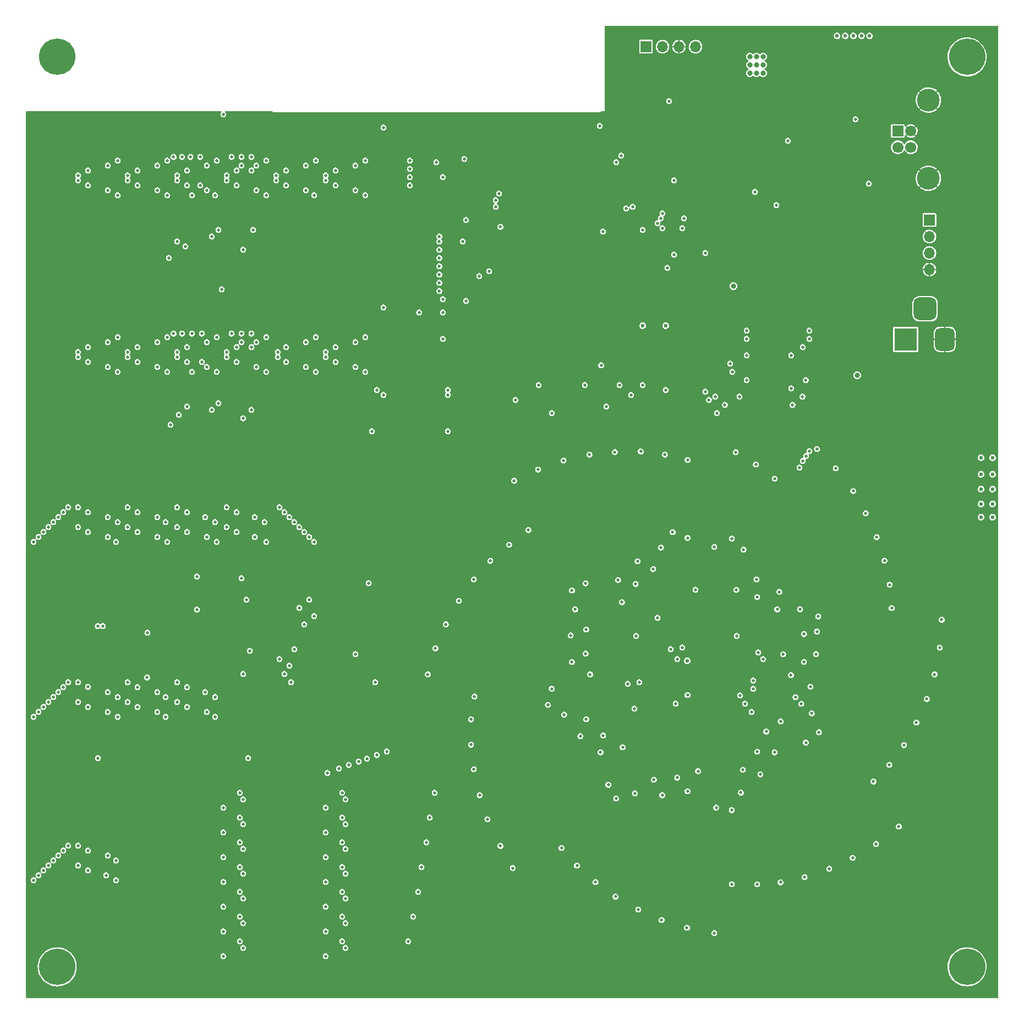
<source format=gbr>
%TF.GenerationSoftware,KiCad,Pcbnew,6.0.7-f9a2dced07~116~ubuntu20.04.1*%
%TF.CreationDate,2022-10-07T18:50:09+02:00*%
%TF.ProjectId,dcf77,64636637-372e-46b6-9963-61645f706362,rev?*%
%TF.SameCoordinates,Original*%
%TF.FileFunction,Copper,L2,Inr*%
%TF.FilePolarity,Positive*%
%FSLAX46Y46*%
G04 Gerber Fmt 4.6, Leading zero omitted, Abs format (unit mm)*
G04 Created by KiCad (PCBNEW 6.0.7-f9a2dced07~116~ubuntu20.04.1) date 2022-10-07 18:50:09*
%MOMM*%
%LPD*%
G01*
G04 APERTURE LIST*
G04 Aperture macros list*
%AMRoundRect*
0 Rectangle with rounded corners*
0 $1 Rounding radius*
0 $2 $3 $4 $5 $6 $7 $8 $9 X,Y pos of 4 corners*
0 Add a 4 corners polygon primitive as box body*
4,1,4,$2,$3,$4,$5,$6,$7,$8,$9,$2,$3,0*
0 Add four circle primitives for the rounded corners*
1,1,$1+$1,$2,$3*
1,1,$1+$1,$4,$5*
1,1,$1+$1,$6,$7*
1,1,$1+$1,$8,$9*
0 Add four rect primitives between the rounded corners*
20,1,$1+$1,$2,$3,$4,$5,0*
20,1,$1+$1,$4,$5,$6,$7,0*
20,1,$1+$1,$6,$7,$8,$9,0*
20,1,$1+$1,$8,$9,$2,$3,0*%
G04 Aperture macros list end*
%TA.AperFunction,ComponentPad*%
%ADD10R,3.500000X3.500000*%
%TD*%
%TA.AperFunction,ComponentPad*%
%ADD11RoundRect,0.750000X0.750000X1.000000X-0.750000X1.000000X-0.750000X-1.000000X0.750000X-1.000000X0*%
%TD*%
%TA.AperFunction,ComponentPad*%
%ADD12RoundRect,0.875000X0.875000X0.875000X-0.875000X0.875000X-0.875000X-0.875000X0.875000X-0.875000X0*%
%TD*%
%TA.AperFunction,ComponentPad*%
%ADD13C,5.600000*%
%TD*%
%TA.AperFunction,ComponentPad*%
%ADD14R,1.700000X1.700000*%
%TD*%
%TA.AperFunction,ComponentPad*%
%ADD15C,1.700000*%
%TD*%
%TA.AperFunction,ComponentPad*%
%ADD16C,3.500000*%
%TD*%
%TA.AperFunction,ComponentPad*%
%ADD17O,1.700000X1.700000*%
%TD*%
%TA.AperFunction,ViaPad*%
%ADD18C,0.600000*%
%TD*%
%TA.AperFunction,ViaPad*%
%ADD19C,0.500000*%
%TD*%
%TA.AperFunction,ViaPad*%
%ADD20C,0.800000*%
%TD*%
G04 APERTURE END LIST*
D10*
%TO.N,Net-(D502-Pad2)*%
%TO.C,J501*%
X156560000Y-71442500D03*
D11*
%TO.N,GND*%
X162560000Y-71442500D03*
D12*
%TO.N,N/C*%
X159560000Y-66742500D03*
%TD*%
D13*
%TO.N,N/C*%
%TO.C,REF\u002A\u002A*%
X26000000Y-28000000D03*
%TD*%
%TO.N,N/C*%
%TO.C,REF\u002A\u002A*%
X166000000Y-168000000D03*
%TD*%
D14*
%TO.N,Net-(C517-Pad1)*%
%TO.C,J504*%
X155347500Y-39390000D03*
D15*
%TO.N,Net-(D506-Pad3)*%
X155347500Y-41890000D03*
%TO.N,Net-(D505-Pad3)*%
X157347500Y-41890000D03*
%TO.N,GND*%
X157347500Y-39390000D03*
D16*
X160057500Y-46660000D03*
X160057500Y-34620000D03*
%TD*%
D14*
%TO.N,Net-(J502-Pad1)*%
%TO.C,J502*%
X116596000Y-26416000D03*
D17*
%TO.N,Net-(J502-Pad2)*%
X119136000Y-26416000D03*
%TO.N,GND*%
X121676000Y-26416000D03*
%TO.N,+3V3*%
X124216000Y-26416000D03*
%TD*%
D13*
%TO.N,N/C*%
%TO.C,REF\u002A\u002A*%
X26000000Y-168000000D03*
%TD*%
%TO.N,N/C*%
%TO.C,REF\u002A\u002A*%
X166000000Y-28000000D03*
%TD*%
D14*
%TO.N,+3V3*%
%TO.C,J503*%
X160217000Y-53096000D03*
D17*
%TO.N,SWIO*%
X160217000Y-55636000D03*
%TO.N,SWCLK*%
X160217000Y-58176000D03*
%TO.N,GND*%
X160217000Y-60716000D03*
%TD*%
D18*
%TO.N,GND*%
X163322000Y-101346000D03*
X164846000Y-101346000D03*
X155702000Y-85598000D03*
X155702000Y-83566000D03*
X155702000Y-80264000D03*
X155702000Y-78740000D03*
X155702000Y-76962000D03*
X157480000Y-76962000D03*
X159258000Y-76962000D03*
X161036000Y-76962000D03*
X162814000Y-76962000D03*
X164592000Y-76962000D03*
X166370000Y-76962000D03*
X168148000Y-76962000D03*
X169926000Y-76962000D03*
X169926000Y-78994000D03*
X169926000Y-81280000D03*
X169926000Y-83820000D03*
X169926000Y-85598000D03*
X169926000Y-87630000D03*
X163322000Y-88646000D03*
X164846000Y-88646000D03*
X164846000Y-89662000D03*
X163322000Y-89662000D03*
X163322000Y-90678000D03*
X164846000Y-90678000D03*
X164846000Y-91694000D03*
X163322000Y-91694000D03*
X163322000Y-92710000D03*
X164846000Y-92710000D03*
X164846000Y-93980000D03*
X163322000Y-93980000D03*
X163322000Y-100330000D03*
X164846000Y-100330000D03*
X164846000Y-95250000D03*
X163322000Y-95250000D03*
%TO.N,+5V*%
X169926000Y-94488000D03*
X169926000Y-92202000D03*
X169926000Y-89662000D03*
X168148000Y-89662000D03*
X168148000Y-94488000D03*
X168148000Y-92202000D03*
X169926000Y-98806000D03*
X169926000Y-96774000D03*
X168148000Y-96774000D03*
X168148000Y-98806000D03*
D19*
%TO.N,Net-(AFF401-Pad1)*%
X42926000Y-49276000D03*
X73406000Y-49276000D03*
X50292000Y-49276000D03*
X65532000Y-49276000D03*
X58166000Y-49276000D03*
X46736000Y-49276000D03*
X35306000Y-49276000D03*
X46499500Y-43392500D03*
%TO.N,Net-(AFF401-Pad2)*%
X43900500Y-43392500D03*
X64262000Y-48514000D03*
X56642000Y-48514000D03*
X49022000Y-48514000D03*
X41402000Y-48514000D03*
X33782000Y-48514000D03*
X71882000Y-48514000D03*
%TO.N,Net-(AFF401-Pad3)*%
X44450000Y-56388000D03*
%TO.N,Net-(AFF401-Pad4)*%
X48006000Y-43392500D03*
X48006000Y-47752000D03*
X38354000Y-47752000D03*
X53594000Y-47752000D03*
X30734000Y-47752000D03*
X61214000Y-47752000D03*
X45974000Y-47752000D03*
X68834000Y-47752000D03*
%TO.N,Net-(AFF401-Pad5)*%
X59690000Y-46990000D03*
X52070000Y-46990000D03*
X44450000Y-46990000D03*
X36830000Y-46990000D03*
X29210000Y-46990000D03*
X67310000Y-46990000D03*
X45212000Y-43392500D03*
%TO.N,Net-(AFF401-Pad6)*%
X52832000Y-43392500D03*
X36830000Y-46228000D03*
X29210000Y-46228000D03*
X67310000Y-46228000D03*
X44450000Y-46228000D03*
X59690000Y-46228000D03*
X52070000Y-46228000D03*
%TO.N,Net-(AFF401-Pad7)*%
X55880000Y-43392500D03*
X68834000Y-45466000D03*
X61214000Y-45466000D03*
X53594000Y-45466000D03*
X45974000Y-45466000D03*
X38354000Y-45466000D03*
X30734000Y-45466000D03*
X55880000Y-45466000D03*
%TO.N,Net-(AFF401-Pad9)*%
X41402000Y-44704000D03*
X33782000Y-44704000D03*
X71882000Y-44704000D03*
X54356000Y-43392500D03*
X54356000Y-44704000D03*
X64262000Y-44704000D03*
X56642000Y-44704000D03*
X49022000Y-44704000D03*
%TO.N,Net-(AFF401-Pad10)*%
X42926000Y-43942000D03*
X73406000Y-43942000D03*
X65786000Y-43942000D03*
X35306000Y-43942000D03*
X50546000Y-43942000D03*
X58166000Y-43942000D03*
%TO.N,Net-(AFF402-Pad1)*%
X65786000Y-76454000D03*
X46736000Y-76454000D03*
X58166000Y-76454000D03*
X50546000Y-76454000D03*
X73406000Y-76454000D03*
X35306000Y-76454000D03*
X42926000Y-76454000D03*
X46736000Y-70570500D03*
%TO.N,Net-(AFF402-Pad2)*%
X43900500Y-70570500D03*
X56642000Y-75692000D03*
X49022000Y-75692000D03*
X71882000Y-75692000D03*
X41402000Y-75692000D03*
X33782000Y-75692000D03*
X64262000Y-75692000D03*
%TO.N,Net-(AFF402-Pad3)*%
X44704000Y-83058000D03*
%TO.N,Net-(AFF402-Pad4)*%
X48260000Y-74930000D03*
X68834000Y-74930000D03*
X48260000Y-70570500D03*
X53594000Y-74930000D03*
X30734000Y-74930000D03*
X45974000Y-74930000D03*
X38354000Y-74930000D03*
X61214000Y-74930000D03*
%TO.N,Net-(AFF402-Pad5)*%
X59944000Y-74168000D03*
X44450000Y-74168000D03*
X52070000Y-74168000D03*
X67310000Y-74168000D03*
X29210000Y-74168000D03*
X36830000Y-74168000D03*
X45212000Y-70570500D03*
%TO.N,Net-(AFF402-Pad6)*%
X67310000Y-73406000D03*
X52832000Y-70570500D03*
X44450000Y-73406000D03*
X59944000Y-73406000D03*
X52070000Y-73406000D03*
X36830000Y-73406000D03*
X29210000Y-73406000D03*
%TO.N,Net-(AFF402-Pad7)*%
X45974000Y-72644000D03*
X61214000Y-72644000D03*
X55880000Y-70570500D03*
X30734000Y-72644000D03*
X53594000Y-72644000D03*
X55880000Y-72644000D03*
X38354000Y-72644000D03*
X68834000Y-72644000D03*
%TO.N,Net-(AFF402-Pad9)*%
X71882000Y-71882000D03*
X41402000Y-71882000D03*
X33782000Y-71882000D03*
X54356000Y-71882000D03*
X54356000Y-70570500D03*
X49022000Y-71882000D03*
X56642000Y-71882000D03*
X64262000Y-71882000D03*
%TO.N,Net-(AFF402-Pad10)*%
X50546000Y-71120000D03*
X42926000Y-71120000D03*
X73406000Y-71120000D03*
X35306000Y-71120000D03*
X65786000Y-71120000D03*
X58166000Y-71120000D03*
%TO.N,Net-(AFF403-Pad3)*%
X56134000Y-54610000D03*
%TO.N,Net-(AFF404-Pad3)*%
X55880000Y-82296000D03*
%TO.N,Net-(AFF405-Pad3)*%
X49784000Y-55626000D03*
%TO.N,Net-(AFF406-Pad3)*%
X49784000Y-82296000D03*
%TO.N,Net-(AFF407-Pad3)*%
X50800000Y-54610000D03*
%TO.N,Net-(AFF408-Pad3)*%
X50800000Y-81280000D03*
%TO.N,Net-(AFF409-Pad3)*%
X45720000Y-57150000D03*
%TO.N,Net-(AFF410-Pad3)*%
X45974000Y-81788000D03*
%TO.N,Net-(AFF411-Pad3)*%
X54610000Y-57658000D03*
%TO.N,Net-(AFF412-Pad3)*%
X54610000Y-83607500D03*
%TO.N,Net-(AFF413-Pad3)*%
X55118000Y-111506000D03*
%TO.N,Net-(AFF413-Pad5)*%
X44450000Y-127254000D03*
X36830000Y-127254000D03*
X52070000Y-100330000D03*
X63246000Y-100330000D03*
X24638000Y-100330000D03*
X36830000Y-100330000D03*
X44450000Y-100330000D03*
X29210000Y-100330000D03*
X24638000Y-152400000D03*
X29210000Y-127254000D03*
X63246000Y-112776000D03*
X29210000Y-152400000D03*
X24638000Y-127254000D03*
%TO.N,Net-(AFF414-Pad3)*%
X47498000Y-107950000D03*
X54610000Y-122936000D03*
X54356000Y-108204000D03*
%TO.N,Net-(AFF413-Pad1)*%
X35052000Y-154686000D03*
X22352000Y-154686000D03*
X58166000Y-102616000D03*
X50292000Y-129540000D03*
X35306000Y-129540000D03*
X65532000Y-102616000D03*
X42672000Y-129540000D03*
X65532000Y-114046000D03*
X50546000Y-102616000D03*
X42926000Y-102616000D03*
X22352000Y-129540000D03*
X35052000Y-102616000D03*
X22352000Y-102616000D03*
%TO.N,Net-(AFF413-Pad2)*%
X33782000Y-101854000D03*
X23114000Y-128778000D03*
X33782000Y-128778000D03*
X23114000Y-153924000D03*
X33528000Y-153924000D03*
X41402000Y-128778000D03*
X64770000Y-111506000D03*
X64770000Y-101854000D03*
X49022000Y-128778000D03*
X23114000Y-101854000D03*
X56388000Y-101854000D03*
X41402000Y-101854000D03*
X49022000Y-101854000D03*
%TO.N,Net-(AFF415-Pad3)*%
X39878000Y-116586000D03*
%TO.N,Net-(AFF413-Pad4)*%
X30734000Y-128016000D03*
X23876000Y-153162000D03*
X45974000Y-101092000D03*
X23876000Y-101092000D03*
X30734000Y-101092000D03*
X38354000Y-128016000D03*
X64008000Y-115316000D03*
X64008000Y-101092000D03*
X30734000Y-153162000D03*
X38354000Y-101092000D03*
X53594000Y-101092000D03*
X23876000Y-128016000D03*
X45974000Y-128016000D03*
%TO.N,Net-(AFF413-Pad6)*%
X29210000Y-97282000D03*
X60198000Y-120650000D03*
X52070000Y-97282000D03*
X27686000Y-124206000D03*
X27686000Y-149352000D03*
X29210000Y-124206000D03*
X36830000Y-97282000D03*
X60198000Y-97282000D03*
X36830000Y-124206000D03*
X44450000Y-97282000D03*
X29210000Y-149352000D03*
X44450000Y-124206000D03*
X27686000Y-97282000D03*
%TO.N,Net-(AFF413-Pad7)*%
X26924000Y-98044000D03*
X30734000Y-98044000D03*
X30734000Y-150114000D03*
X38354000Y-124968000D03*
X30734000Y-124930500D03*
X53594000Y-98044000D03*
X45974000Y-98044000D03*
X60960000Y-98044000D03*
X26924000Y-150114000D03*
X26924000Y-124968000D03*
X60960000Y-122936000D03*
X45974000Y-124968000D03*
X38354000Y-98044000D03*
%TO.N,Net-(AFF413-Pad9)*%
X61722000Y-98806000D03*
X33782000Y-98806000D03*
X26162000Y-125730000D03*
X56388000Y-98806000D03*
X33782000Y-150876000D03*
X41402000Y-98806000D03*
X33782000Y-125730000D03*
X26162000Y-98806000D03*
X26162000Y-150876000D03*
X48768000Y-125730000D03*
X41402000Y-125730000D03*
X61722000Y-121666000D03*
X48768000Y-98806000D03*
%TO.N,Net-(AFF413-Pad10)*%
X25400000Y-151638000D03*
X50292000Y-126492000D03*
X25400000Y-126492000D03*
X35052000Y-151638000D03*
X57912000Y-99568000D03*
X42672000Y-126492000D03*
X35306000Y-99568000D03*
X62484000Y-99568000D03*
X50292000Y-99568000D03*
X25400000Y-99568000D03*
X42672000Y-99568000D03*
X35306000Y-126492000D03*
X62484000Y-119126000D03*
%TO.N,Net-(AFF416-Pad3)*%
X32250444Y-115562444D03*
%TO.N,Net-(D504-Pad1)*%
X123000000Y-126174000D03*
%TO.N,Net-(AFF417-Pad3)*%
X47498000Y-113030000D03*
%TO.N,Net-(AFF418-Pad3)*%
X39830000Y-123492000D03*
%TO.N,Net-(AFF419-Pad3)*%
X33020000Y-115570000D03*
%TO.N,Net-(AFF420-Pad3)*%
X55372000Y-135890000D03*
X55626000Y-119380000D03*
X32258000Y-135890000D03*
%TO.N,+5V*%
X54102000Y-156464000D03*
D20*
X149098000Y-76962000D03*
D19*
X69850000Y-141224000D03*
X54102000Y-160274000D03*
X54102000Y-145034000D03*
D18*
X148500000Y-24750000D03*
D19*
X71882000Y-119888000D03*
X51308000Y-63754000D03*
X54102000Y-152654000D03*
D18*
X151000000Y-24750000D03*
D19*
X69850000Y-148844000D03*
X69850000Y-152654000D03*
X133096000Y-123952000D03*
X54102000Y-148844000D03*
X69850000Y-156464000D03*
X69850000Y-145034000D03*
D18*
X122936000Y-120904000D03*
D19*
X100076000Y-78486000D03*
D18*
X147250000Y-24750000D03*
D19*
X107188000Y-78486000D03*
X54102000Y-164084000D03*
X69850000Y-160274000D03*
X54102000Y-141224000D03*
D18*
X146000000Y-24750000D03*
D19*
X116078000Y-78486000D03*
X51562000Y-36830000D03*
X69850000Y-164084000D03*
D18*
X149750000Y-24750000D03*
D19*
X112522000Y-78486000D03*
D18*
%TO.N,GND*%
X99718500Y-74655500D03*
X160500000Y-25000000D03*
D19*
X59623500Y-120142000D03*
X119126000Y-50292000D03*
D20*
X149098000Y-74422000D03*
D19*
X71120000Y-152400000D03*
X122936000Y-46990000D03*
X134620000Y-32512000D03*
X113538000Y-53340000D03*
X80264000Y-52832000D03*
X88392000Y-60198000D03*
X146558000Y-31496000D03*
X88392000Y-47752000D03*
X55372000Y-148590000D03*
X149352000Y-29718000D03*
D18*
X160500000Y-24000000D03*
D19*
X141986000Y-46736000D03*
X147320000Y-29718000D03*
X71120000Y-160020000D03*
X49022000Y-63754000D03*
X59623500Y-114300000D03*
X49276000Y-36830000D03*
X101219000Y-57404000D03*
X130302000Y-26416000D03*
X122936000Y-58420000D03*
X71882000Y-114808000D03*
D18*
X53594000Y-81280000D03*
D19*
X71120000Y-163830000D03*
X116332000Y-126238000D03*
D18*
X106783500Y-74676000D03*
D19*
X118618000Y-55372000D03*
X106934000Y-53594000D03*
X136144000Y-24638000D03*
D18*
X46990000Y-54610000D03*
X120904000Y-74676000D03*
D19*
X150876000Y-37592000D03*
X148844000Y-47498000D03*
X109728000Y-49530000D03*
D18*
X103274500Y-74655500D03*
X110236000Y-74676000D03*
D19*
X117602000Y-42926000D03*
X55372000Y-156210000D03*
X109728000Y-44450000D03*
X136144000Y-33782000D03*
X90932000Y-65532000D03*
X121412000Y-32766000D03*
X90932000Y-53086000D03*
X146558000Y-30734000D03*
X146558000Y-32258000D03*
D18*
X96162500Y-74655500D03*
D19*
X55372000Y-144780000D03*
D18*
X156000000Y-25000000D03*
D19*
X71120000Y-156210000D03*
D18*
X154178000Y-53086000D03*
D19*
X99060000Y-44704000D03*
X135636000Y-78740000D03*
X149352000Y-30734000D03*
X149352000Y-32258000D03*
X55372000Y-163830000D03*
X114046000Y-49784000D03*
D18*
X156000000Y-24000000D03*
D19*
X55372000Y-160020000D03*
D18*
X53594000Y-54610000D03*
D19*
X55372000Y-140970000D03*
D20*
X125730000Y-62992000D03*
D19*
X108458000Y-44704000D03*
X133350000Y-121920000D03*
X71120000Y-148590000D03*
X80010000Y-65278000D03*
X71120000Y-140970000D03*
X102997000Y-57404000D03*
X55372000Y-152400000D03*
X135636000Y-72644000D03*
X116332000Y-119634000D03*
X141986000Y-38608000D03*
D18*
X46990000Y-81280000D03*
D19*
X134620000Y-25908000D03*
X71120000Y-144780000D03*
X111506000Y-38608000D03*
D20*
X146812000Y-59690000D03*
D19*
%TO.N,+3V3*%
X88392000Y-56388000D03*
X148844000Y-37592000D03*
D20*
X132588000Y-27940000D03*
X133604000Y-27940000D03*
X133604000Y-29210000D03*
D19*
X88900000Y-65532000D03*
X120904000Y-46990000D03*
X88646000Y-43688000D03*
X109982000Y-54864000D03*
X138430000Y-40894000D03*
D18*
X119634000Y-69342000D03*
D20*
X134620000Y-27940000D03*
X134620000Y-29210000D03*
D19*
X112014000Y-44196000D03*
D20*
X132588000Y-29210000D03*
D19*
X88900000Y-53086000D03*
X120904000Y-58420000D03*
X150876000Y-47498000D03*
X109474000Y-38608000D03*
D20*
X130048000Y-63246000D03*
D18*
X116078000Y-69342000D03*
D20*
X132588000Y-30480000D03*
X133604000Y-30480000D03*
X134620000Y-30480000D03*
D19*
%TO.N,Net-(C501-Pad1)*%
X114554000Y-51054000D03*
X125730000Y-58166000D03*
%TO.N,Net-(C508-Pad1)*%
X112776000Y-43180000D03*
X113538000Y-51308000D03*
%TO.N,Net-(D201-Pad1)*%
X115062000Y-117094000D03*
%TO.N,Net-(D201-Pad2)*%
X102100000Y-125200000D03*
X141200000Y-133500000D03*
X127400000Y-143500000D03*
X142900000Y-116400000D03*
X107300000Y-109000000D03*
X123000000Y-102000000D03*
X110800000Y-140000000D03*
X131600000Y-103800000D03*
X132842000Y-128778000D03*
%TO.N,Net-(D202-Pad2)*%
X131064000Y-126238000D03*
X143100000Y-114100000D03*
X129800000Y-143900000D03*
X105200000Y-110100000D03*
X129800000Y-102100000D03*
X112000000Y-142100000D03*
X101500000Y-127700000D03*
X143200000Y-131900000D03*
X120700000Y-101100000D03*
%TO.N,Net-(D203-Pad2)*%
X118900000Y-103500000D03*
X134620000Y-120650000D03*
X142748235Y-119888235D03*
X105700000Y-113000000D03*
X131200000Y-141200000D03*
X142100000Y-129000000D03*
X140300000Y-113000000D03*
X127100000Y-103400000D03*
X114900000Y-141300000D03*
X104000000Y-129200000D03*
%TO.N,Net-(D204-Pad2)*%
X136800000Y-113000000D03*
X139600000Y-126500000D03*
X117800000Y-139200000D03*
X117700000Y-106800000D03*
X107400000Y-129900000D03*
X107400000Y-116100000D03*
X130556000Y-117094000D03*
X131500000Y-137700000D03*
%TO.N,Net-(D205-Pad2)*%
X134200000Y-138400000D03*
X105000000Y-117000000D03*
X141900000Y-124900000D03*
X140924167Y-116794167D03*
X119100000Y-141600000D03*
X133858000Y-119634000D03*
X137100000Y-110300000D03*
X106500000Y-132500000D03*
X115300000Y-105600000D03*
%TO.N,Net-(D206-Pad2)*%
X110000000Y-132400000D03*
X131826000Y-127508000D03*
X133700000Y-111100000D03*
X138900000Y-123100000D03*
X133700000Y-134900000D03*
X121400000Y-138900000D03*
X137321565Y-130209565D03*
X107300000Y-119800000D03*
X115000000Y-109100000D03*
%TO.N,Net-(D207-Pad2)*%
X140485000Y-127531000D03*
X136400000Y-135000000D03*
X140900000Y-121100000D03*
X123000000Y-141000000D03*
X109600000Y-135000000D03*
X133096000Y-125222000D03*
X133600000Y-108400000D03*
X105200000Y-121100000D03*
X112300000Y-108500000D03*
%TO.N,Net-(D208-Pad2)*%
X124600000Y-137900000D03*
X130500000Y-110000000D03*
X108000000Y-123000000D03*
X135100000Y-131800000D03*
X137700000Y-119900000D03*
X112900000Y-111900000D03*
X113000000Y-134200000D03*
%TO.N,Net-(D209-Pad1)*%
X114808000Y-128270000D03*
%TO.N,Net-(D217-Pad1)*%
X113792000Y-124460000D03*
%TO.N,Net-(D225-Pad1)*%
X115570000Y-124206000D03*
%TO.N,Net-(D233-Pad1)*%
X120396000Y-119126000D03*
%TO.N,Net-(D241-Pad1)*%
X121158000Y-127508000D03*
%TO.N,Net-(D249-Pad1)*%
X122174000Y-118872000D03*
%TO.N,Net-(D257-Pad1)*%
X121412000Y-120650000D03*
%TO.N,Net-(D301-Pad1)*%
X132080000Y-70104000D03*
%TO.N,Net-(D301-Pad2)*%
X129800000Y-155300000D03*
X139150500Y-81534000D03*
X98500000Y-100800000D03*
X103600000Y-149700000D03*
X123000000Y-90000000D03*
X151600000Y-139500000D03*
X90193939Y-126393939D03*
X136400000Y-92900000D03*
X154400000Y-112800000D03*
%TO.N,Net-(D302-Pad2)*%
X119500000Y-89200000D03*
X133500000Y-90700000D03*
X154033333Y-136933333D03*
X138938000Y-78994000D03*
X89675000Y-129925000D03*
X105977551Y-152422449D03*
X154100000Y-109200000D03*
X95544444Y-103044444D03*
X133700000Y-155300000D03*
%TO.N,Net-(D303-Pad2)*%
X156300000Y-133900000D03*
X115800000Y-88700000D03*
X137300000Y-155000000D03*
X92639216Y-105539216D03*
X138938000Y-73914000D03*
X108832000Y-154968000D03*
X153300000Y-105500000D03*
X130400000Y-88800000D03*
X89678723Y-133821277D03*
%TO.N,Net-(D304-Pad2)*%
X111800000Y-88800000D03*
X152100000Y-101900000D03*
X90100000Y-108400000D03*
X111900000Y-157200000D03*
X90100000Y-137600000D03*
X141732000Y-70104000D03*
X158200000Y-130400000D03*
X140208000Y-91186000D03*
X141000000Y-154200000D03*
%TO.N,Net-(D305-Pad2)*%
X144800000Y-152900000D03*
X91000000Y-141600000D03*
X159800000Y-126800000D03*
X115400000Y-159200000D03*
X87800000Y-111700000D03*
X107900000Y-89200000D03*
X140716000Y-90170000D03*
X150400000Y-98200000D03*
X140716000Y-72644000D03*
%TO.N,Net-(D306-Pad2)*%
X85800000Y-115300000D03*
X140674500Y-80264000D03*
X103900000Y-90100000D03*
X119000000Y-160800000D03*
X161000000Y-123000000D03*
X141224000Y-89408000D03*
X92200000Y-145300000D03*
X148400000Y-151200000D03*
X148500000Y-94800000D03*
%TO.N,Net-(D307-Pad2)*%
X161800000Y-118900000D03*
X141182500Y-77724000D03*
X100000000Y-91500000D03*
X84200000Y-119000000D03*
X94200000Y-149400000D03*
X152000000Y-149100000D03*
X122900000Y-162000000D03*
X141732000Y-88646000D03*
X145800000Y-91300000D03*
%TO.N,Net-(D308-Pad2)*%
X127100000Y-162800000D03*
X83000000Y-123000000D03*
X142900000Y-88300000D03*
X96300000Y-93200000D03*
X162100000Y-114600000D03*
X141732000Y-71374000D03*
X155500000Y-146400000D03*
X96100000Y-152800000D03*
%TO.N,Net-(D309-Pad1)*%
X128736500Y-81534000D03*
%TO.N,Net-(D317-Pad1)*%
X129540000Y-75184000D03*
%TO.N,Net-(D325-Pad1)*%
X129881000Y-76454000D03*
%TO.N,Net-(D333-Pad1)*%
X132080000Y-71374000D03*
%TO.N,Net-(D341-Pad1)*%
X130980500Y-80264000D03*
%TO.N,Net-(D349-Pad1)*%
X132080000Y-73914000D03*
%TO.N,Net-(D357-Pad1)*%
X132080000Y-77724000D03*
%TO.N,Net-(D401-Pad1)*%
X70358000Y-142240000D03*
%TO.N,Net-(D401-Pad2)*%
X67310000Y-143510000D03*
%TO.N,Net-(D402-Pad1)*%
X70358000Y-146050000D03*
%TO.N,Net-(D402-Pad2)*%
X67310000Y-147320000D03*
%TO.N,Net-(D403-Pad1)*%
X70358000Y-149860000D03*
%TO.N,Net-(D403-Pad2)*%
X67310000Y-151130000D03*
%TO.N,Net-(D404-Pad1)*%
X70358000Y-153670000D03*
%TO.N,Net-(D404-Pad2)*%
X67310000Y-154940000D03*
%TO.N,Net-(D405-Pad1)*%
X70358000Y-157480000D03*
%TO.N,Net-(D405-Pad2)*%
X67310000Y-158750000D03*
%TO.N,Net-(D406-Pad1)*%
X70358000Y-161290000D03*
%TO.N,Net-(D406-Pad2)*%
X67310000Y-162560000D03*
%TO.N,Net-(D407-Pad1)*%
X70358000Y-165100000D03*
%TO.N,Net-(D407-Pad2)*%
X67310000Y-166370000D03*
%TO.N,Net-(D408-Pad1)*%
X54610000Y-142240000D03*
%TO.N,Net-(D408-Pad2)*%
X51562000Y-143510000D03*
%TO.N,Net-(D409-Pad1)*%
X54610000Y-146050000D03*
%TO.N,Net-(D409-Pad2)*%
X51562000Y-147320000D03*
%TO.N,Net-(D410-Pad1)*%
X54610000Y-149860000D03*
%TO.N,Net-(D410-Pad2)*%
X51562000Y-151130000D03*
%TO.N,Net-(D411-Pad1)*%
X54610000Y-153670000D03*
%TO.N,Net-(D411-Pad2)*%
X51562000Y-154940000D03*
%TO.N,Net-(D412-Pad1)*%
X54610000Y-157480000D03*
%TO.N,Net-(D412-Pad2)*%
X51562000Y-158750000D03*
%TO.N,Net-(D413-Pad1)*%
X54610000Y-161290000D03*
%TO.N,Net-(D413-Pad2)*%
X51562000Y-162560000D03*
%TO.N,Net-(D503-Pad1)*%
X54610000Y-165100000D03*
%TO.N,Net-(D503-Pad2)*%
X51562000Y-166370000D03*
%TO.N,Net-(J502-Pad1)*%
X122174000Y-54356000D03*
%TO.N,SWIO*%
X136652000Y-50800000D03*
%TO.N,SWCLK*%
X133350000Y-48768000D03*
%TO.N,/CPU/CLK*%
X86106000Y-80010000D03*
X76200000Y-80010000D03*
X74930000Y-124206000D03*
X114300000Y-80010000D03*
X127254000Y-80264000D03*
X76200000Y-66548000D03*
X76200000Y-38862000D03*
%TO.N,Net-(Q505-Pad3)*%
X119126000Y-54356000D03*
X119888000Y-60452000D03*
X120142000Y-34798000D03*
X122428000Y-52832000D03*
%TO.N,/CPU/MOSI*%
X125730000Y-79502000D03*
X75184000Y-79248000D03*
X86106000Y-79248000D03*
X119634000Y-79248000D03*
X124206000Y-109982000D03*
X43180000Y-58928000D03*
X118364000Y-114300000D03*
X43434000Y-84582000D03*
X73914000Y-108966000D03*
%TO.N,Net-(R414-Pad1)*%
X84794500Y-55626000D03*
X76708000Y-134874000D03*
%TO.N,Net-(R416-Pad1)*%
X80010000Y-164084000D03*
X84794500Y-56388000D03*
%TO.N,Net-(R418-Pad1)*%
X80772000Y-160274000D03*
X84794500Y-57658000D03*
%TO.N,Net-(R420-Pad1)*%
X81534000Y-156464000D03*
X84794500Y-58928000D03*
%TO.N,Net-(R422-Pad1)*%
X82042000Y-152654000D03*
X84794500Y-60198000D03*
%TO.N,Net-(R424-Pad1)*%
X69342000Y-137497000D03*
X84328000Y-44196000D03*
%TO.N,Net-(R426-Pad1)*%
X82804000Y-148844000D03*
X84794500Y-61468000D03*
%TO.N,Net-(R430-Pad1)*%
X80264000Y-43942000D03*
X70866000Y-136947500D03*
%TO.N,Net-(R432-Pad1)*%
X83312000Y-145034000D03*
X84794500Y-62738000D03*
%TO.N,Net-(R434-Pad1)*%
X80264000Y-45212000D03*
X72390000Y-136439500D03*
%TO.N,Net-(R436-Pad1)*%
X84794500Y-64008000D03*
X84074000Y-141224000D03*
%TO.N,Net-(R438-Pad1)*%
X80264000Y-46482000D03*
X73660000Y-135973000D03*
%TO.N,Net-(R440-Pad1)*%
X75184000Y-135423500D03*
X80264000Y-47752000D03*
%TO.N,Net-(R529-Pad2)*%
X67564000Y-138176000D03*
X81695000Y-67310000D03*
X85344000Y-67310000D03*
X116078000Y-54610000D03*
%TO.N,/CPU/{slash}CS_Outer*%
X96520000Y-80772000D03*
X126279500Y-80772000D03*
%TO.N,/CPU/{slash}CS_Inner*%
X127508000Y-82804000D03*
X102108000Y-82804000D03*
%TO.N,Net-(U401-Pad9)*%
X85344000Y-46482000D03*
X85344000Y-65278000D03*
%TO.N,/CPU/SER_CLK*%
X93472000Y-50038000D03*
X118872000Y-52832000D03*
X90932000Y-61722000D03*
%TO.N,/CPU/SER_Latch*%
X119126000Y-52070000D03*
X93472000Y-51054000D03*
X92463556Y-60967556D03*
X93980000Y-49022000D03*
%TO.N,/CPU/SER_Data*%
X118364000Y-53594000D03*
X94192000Y-54144000D03*
%TO.N,/CPU/{slash}CS_Time*%
X109700000Y-75438000D03*
X85344000Y-71374000D03*
%TO.N,/CPU/{slash}CS_pulse*%
X110490000Y-81788000D03*
X61976000Y-124206000D03*
X86106000Y-85598000D03*
X74422000Y-85598000D03*
%TD*%
%TA.AperFunction,Conductor*%
%TO.N,GND*%
G36*
X170758691Y-23219407D02*
G01*
X170794655Y-23268907D01*
X170799500Y-23299500D01*
X170799500Y-172700500D01*
X170780593Y-172758691D01*
X170731093Y-172794655D01*
X170700500Y-172799500D01*
X21299500Y-172799500D01*
X21241309Y-172780593D01*
X21205345Y-172731093D01*
X21200500Y-172700500D01*
X21200500Y-167905592D01*
X22995898Y-167905592D01*
X23004956Y-168251501D01*
X23053712Y-168594076D01*
X23054432Y-168596819D01*
X23054433Y-168596826D01*
X23126465Y-168871394D01*
X23141519Y-168928777D01*
X23142555Y-168931433D01*
X23243752Y-169190989D01*
X23267214Y-169251167D01*
X23429130Y-169556974D01*
X23625122Y-169842144D01*
X23852592Y-170102898D01*
X23854702Y-170104818D01*
X23854704Y-170104820D01*
X24064428Y-170295654D01*
X24108524Y-170335778D01*
X24110840Y-170337442D01*
X24387208Y-170536033D01*
X24387212Y-170536036D01*
X24389527Y-170537699D01*
X24691876Y-170705985D01*
X24694516Y-170707079D01*
X24694517Y-170707079D01*
X24960087Y-170817081D01*
X25011563Y-170838403D01*
X25344352Y-170933201D01*
X25524190Y-170962650D01*
X25683021Y-170988660D01*
X25683024Y-170988660D01*
X25685831Y-170989120D01*
X26031474Y-171005420D01*
X26034319Y-171005226D01*
X26034323Y-171005226D01*
X26373854Y-170982079D01*
X26376700Y-170981885D01*
X26636901Y-170933660D01*
X26714123Y-170919348D01*
X26714126Y-170919347D01*
X26716933Y-170918827D01*
X27047663Y-170817081D01*
X27050266Y-170815938D01*
X27050275Y-170815935D01*
X27361902Y-170679140D01*
X27361909Y-170679137D01*
X27364507Y-170677996D01*
X27366960Y-170676563D01*
X27366969Y-170676558D01*
X27660806Y-170504853D01*
X27660807Y-170504852D01*
X27663265Y-170503416D01*
X27939978Y-170295654D01*
X28080741Y-170162075D01*
X28188909Y-170059428D01*
X28188914Y-170059423D01*
X28190977Y-170057465D01*
X28369210Y-169844301D01*
X28411108Y-169794192D01*
X28411113Y-169794185D01*
X28412936Y-169792005D01*
X28602913Y-169502792D01*
X28758390Y-169193662D01*
X28855324Y-168928777D01*
X28876323Y-168871394D01*
X28876324Y-168871391D01*
X28877305Y-168868710D01*
X28958084Y-168532243D01*
X28999654Y-168188722D01*
X29005585Y-168000000D01*
X29000142Y-167905592D01*
X162995898Y-167905592D01*
X163004956Y-168251501D01*
X163053712Y-168594076D01*
X163054432Y-168596819D01*
X163054433Y-168596826D01*
X163126465Y-168871394D01*
X163141519Y-168928777D01*
X163142555Y-168931433D01*
X163243752Y-169190989D01*
X163267214Y-169251167D01*
X163429130Y-169556974D01*
X163625122Y-169842144D01*
X163852592Y-170102898D01*
X163854702Y-170104818D01*
X163854704Y-170104820D01*
X164064428Y-170295654D01*
X164108524Y-170335778D01*
X164110840Y-170337442D01*
X164387208Y-170536033D01*
X164387212Y-170536036D01*
X164389527Y-170537699D01*
X164691876Y-170705985D01*
X164694516Y-170707079D01*
X164694517Y-170707079D01*
X164960087Y-170817081D01*
X165011563Y-170838403D01*
X165344352Y-170933201D01*
X165524190Y-170962650D01*
X165683021Y-170988660D01*
X165683024Y-170988660D01*
X165685831Y-170989120D01*
X166031474Y-171005420D01*
X166034319Y-171005226D01*
X166034323Y-171005226D01*
X166373854Y-170982079D01*
X166376700Y-170981885D01*
X166636901Y-170933660D01*
X166714123Y-170919348D01*
X166714126Y-170919347D01*
X166716933Y-170918827D01*
X167047663Y-170817081D01*
X167050266Y-170815938D01*
X167050275Y-170815935D01*
X167361902Y-170679140D01*
X167361909Y-170679137D01*
X167364507Y-170677996D01*
X167366960Y-170676563D01*
X167366969Y-170676558D01*
X167660806Y-170504853D01*
X167660807Y-170504852D01*
X167663265Y-170503416D01*
X167939978Y-170295654D01*
X168080741Y-170162075D01*
X168188909Y-170059428D01*
X168188914Y-170059423D01*
X168190977Y-170057465D01*
X168369210Y-169844301D01*
X168411108Y-169794192D01*
X168411113Y-169794185D01*
X168412936Y-169792005D01*
X168602913Y-169502792D01*
X168758390Y-169193662D01*
X168855324Y-168928777D01*
X168876323Y-168871394D01*
X168876324Y-168871391D01*
X168877305Y-168868710D01*
X168958084Y-168532243D01*
X168999654Y-168188722D01*
X169005585Y-168000000D01*
X169000142Y-167905592D01*
X168985830Y-167657393D01*
X168985666Y-167654547D01*
X168985176Y-167651739D01*
X168926663Y-167316471D01*
X168926661Y-167316463D01*
X168926174Y-167313672D01*
X168827897Y-166981894D01*
X168692138Y-166663611D01*
X168672816Y-166629735D01*
X168522106Y-166365513D01*
X168520696Y-166363041D01*
X168315843Y-166084168D01*
X168313912Y-166082090D01*
X168313907Y-166082084D01*
X168082235Y-165832776D01*
X168080295Y-165830688D01*
X168078131Y-165828840D01*
X168078126Y-165828835D01*
X167979435Y-165744545D01*
X167817174Y-165605962D01*
X167529967Y-165412967D01*
X167222482Y-165254261D01*
X167219810Y-165253251D01*
X167219807Y-165253250D01*
X167099186Y-165207672D01*
X166898793Y-165131950D01*
X166896028Y-165131255D01*
X166896020Y-165131253D01*
X166671944Y-165074969D01*
X166563190Y-165047652D01*
X166362043Y-165021171D01*
X166222952Y-165002859D01*
X166222947Y-165002859D01*
X166220124Y-165002487D01*
X166217278Y-165002442D01*
X166217274Y-165002442D01*
X166034159Y-164999565D01*
X165874139Y-164997051D01*
X165871294Y-164997335D01*
X165532657Y-165031136D01*
X165532655Y-165031136D01*
X165529823Y-165031419D01*
X165527049Y-165032024D01*
X165527048Y-165032024D01*
X165208686Y-165101438D01*
X165191739Y-165105133D01*
X164864367Y-165217217D01*
X164552048Y-165366186D01*
X164549635Y-165367700D01*
X164549629Y-165367703D01*
X164412266Y-165453871D01*
X164258921Y-165550064D01*
X163988871Y-165766415D01*
X163745477Y-166012371D01*
X163690815Y-166082084D01*
X163533721Y-166282433D01*
X163533716Y-166282440D01*
X163531966Y-166284672D01*
X163351168Y-166579709D01*
X163349968Y-166582294D01*
X163349967Y-166582296D01*
X163334364Y-166615909D01*
X163205478Y-166893570D01*
X163096828Y-167222097D01*
X163026658Y-167560935D01*
X162995898Y-167905592D01*
X29000142Y-167905592D01*
X28985830Y-167657393D01*
X28985666Y-167654547D01*
X28985176Y-167651739D01*
X28926663Y-167316471D01*
X28926661Y-167316463D01*
X28926174Y-167313672D01*
X28827897Y-166981894D01*
X28692138Y-166663611D01*
X28672816Y-166629735D01*
X28522106Y-166365513D01*
X28521494Y-166364440D01*
X51106901Y-166364440D01*
X51107816Y-166371437D01*
X51107816Y-166371438D01*
X51109082Y-166381120D01*
X51123633Y-166492394D01*
X51126471Y-166498845D01*
X51126472Y-166498847D01*
X51172764Y-166604054D01*
X51175605Y-166610510D01*
X51217122Y-166659901D01*
X51254100Y-166703892D01*
X51254103Y-166703894D01*
X51258639Y-166709291D01*
X51366060Y-166780796D01*
X51372788Y-166782898D01*
X51372790Y-166782899D01*
X51427646Y-166800037D01*
X51489233Y-166819278D01*
X51553744Y-166820461D01*
X51611202Y-166821514D01*
X51611204Y-166821514D01*
X51618255Y-166821643D01*
X51625058Y-166819788D01*
X51625060Y-166819788D01*
X51666828Y-166808400D01*
X51742755Y-166787700D01*
X51852724Y-166720179D01*
X51867466Y-166703892D01*
X51934590Y-166629735D01*
X51934590Y-166629734D01*
X51939322Y-166624507D01*
X51995588Y-166508375D01*
X52016997Y-166381120D01*
X52017133Y-166370000D01*
X52016337Y-166364440D01*
X66854901Y-166364440D01*
X66855816Y-166371437D01*
X66855816Y-166371438D01*
X66857082Y-166381120D01*
X66871633Y-166492394D01*
X66874471Y-166498845D01*
X66874472Y-166498847D01*
X66920764Y-166604054D01*
X66923605Y-166610510D01*
X66965122Y-166659901D01*
X67002100Y-166703892D01*
X67002103Y-166703894D01*
X67006639Y-166709291D01*
X67114060Y-166780796D01*
X67120788Y-166782898D01*
X67120790Y-166782899D01*
X67175646Y-166800037D01*
X67237233Y-166819278D01*
X67301744Y-166820461D01*
X67359202Y-166821514D01*
X67359204Y-166821514D01*
X67366255Y-166821643D01*
X67373058Y-166819788D01*
X67373060Y-166819788D01*
X67414828Y-166808400D01*
X67490755Y-166787700D01*
X67600724Y-166720179D01*
X67615466Y-166703892D01*
X67682590Y-166629735D01*
X67682590Y-166629734D01*
X67687322Y-166624507D01*
X67743588Y-166508375D01*
X67764997Y-166381120D01*
X67765133Y-166370000D01*
X67746839Y-166242259D01*
X67693428Y-166124788D01*
X67609193Y-166027028D01*
X67603276Y-166023193D01*
X67603274Y-166023191D01*
X67506824Y-165960677D01*
X67500906Y-165956841D01*
X67494150Y-165954821D01*
X67494149Y-165954820D01*
X67451335Y-165942016D01*
X67377273Y-165919866D01*
X67300644Y-165919398D01*
X67255282Y-165919121D01*
X67248231Y-165919078D01*
X67241454Y-165921015D01*
X67241453Y-165921015D01*
X67130935Y-165952601D01*
X67130933Y-165952602D01*
X67124155Y-165954539D01*
X67015019Y-166023399D01*
X66929596Y-166120122D01*
X66874754Y-166236932D01*
X66854901Y-166364440D01*
X52016337Y-166364440D01*
X51998839Y-166242259D01*
X51945428Y-166124788D01*
X51861193Y-166027028D01*
X51855276Y-166023193D01*
X51855274Y-166023191D01*
X51758824Y-165960677D01*
X51752906Y-165956841D01*
X51746150Y-165954821D01*
X51746149Y-165954820D01*
X51703335Y-165942016D01*
X51629273Y-165919866D01*
X51552644Y-165919398D01*
X51507282Y-165919121D01*
X51500231Y-165919078D01*
X51493454Y-165921015D01*
X51493453Y-165921015D01*
X51382935Y-165952601D01*
X51382933Y-165952602D01*
X51376155Y-165954539D01*
X51267019Y-166023399D01*
X51181596Y-166120122D01*
X51126754Y-166236932D01*
X51106901Y-166364440D01*
X28521494Y-166364440D01*
X28520696Y-166363041D01*
X28315843Y-166084168D01*
X28313912Y-166082090D01*
X28313907Y-166082084D01*
X28082235Y-165832776D01*
X28080295Y-165830688D01*
X28078131Y-165828840D01*
X28078126Y-165828835D01*
X27979435Y-165744545D01*
X27817174Y-165605962D01*
X27529967Y-165412967D01*
X27222482Y-165254261D01*
X27219810Y-165253251D01*
X27219807Y-165253250D01*
X27099186Y-165207672D01*
X26898793Y-165131950D01*
X26896028Y-165131255D01*
X26896020Y-165131253D01*
X26749461Y-165094440D01*
X54154901Y-165094440D01*
X54155816Y-165101437D01*
X54155816Y-165101438D01*
X54157082Y-165111120D01*
X54171633Y-165222394D01*
X54174471Y-165228845D01*
X54174472Y-165228847D01*
X54220764Y-165334054D01*
X54223605Y-165340510D01*
X54244157Y-165364959D01*
X54302100Y-165433892D01*
X54302103Y-165433894D01*
X54306639Y-165439291D01*
X54414060Y-165510796D01*
X54420788Y-165512898D01*
X54420790Y-165512899D01*
X54475647Y-165530037D01*
X54537233Y-165549278D01*
X54601744Y-165550461D01*
X54659202Y-165551514D01*
X54659204Y-165551514D01*
X54666255Y-165551643D01*
X54673058Y-165549788D01*
X54673060Y-165549788D01*
X54714828Y-165538400D01*
X54790755Y-165517700D01*
X54900724Y-165450179D01*
X54987322Y-165354507D01*
X55043588Y-165238375D01*
X55064997Y-165111120D01*
X55065133Y-165100000D01*
X55064337Y-165094440D01*
X69902901Y-165094440D01*
X69903816Y-165101437D01*
X69903816Y-165101438D01*
X69905082Y-165111120D01*
X69919633Y-165222394D01*
X69922471Y-165228845D01*
X69922472Y-165228847D01*
X69968764Y-165334054D01*
X69971605Y-165340510D01*
X69992157Y-165364959D01*
X70050100Y-165433892D01*
X70050103Y-165433894D01*
X70054639Y-165439291D01*
X70162060Y-165510796D01*
X70168788Y-165512898D01*
X70168790Y-165512899D01*
X70223647Y-165530037D01*
X70285233Y-165549278D01*
X70349744Y-165550461D01*
X70407202Y-165551514D01*
X70407204Y-165551514D01*
X70414255Y-165551643D01*
X70421058Y-165549788D01*
X70421060Y-165549788D01*
X70462828Y-165538400D01*
X70538755Y-165517700D01*
X70648724Y-165450179D01*
X70735322Y-165354507D01*
X70791588Y-165238375D01*
X70812997Y-165111120D01*
X70813133Y-165100000D01*
X70794839Y-164972259D01*
X70741428Y-164854788D01*
X70657193Y-164757028D01*
X70651276Y-164753193D01*
X70651274Y-164753191D01*
X70554824Y-164690677D01*
X70548906Y-164686841D01*
X70542150Y-164684821D01*
X70542149Y-164684820D01*
X70499335Y-164672016D01*
X70425273Y-164649866D01*
X70348644Y-164649398D01*
X70303282Y-164649121D01*
X70296231Y-164649078D01*
X70289454Y-164651015D01*
X70289453Y-164651015D01*
X70178935Y-164682601D01*
X70178933Y-164682602D01*
X70172155Y-164684539D01*
X70063019Y-164753399D01*
X69977596Y-164850122D01*
X69922754Y-164966932D01*
X69902901Y-165094440D01*
X55064337Y-165094440D01*
X55046839Y-164972259D01*
X54993428Y-164854788D01*
X54909193Y-164757028D01*
X54903276Y-164753193D01*
X54903274Y-164753191D01*
X54806824Y-164690677D01*
X54800906Y-164686841D01*
X54794150Y-164684821D01*
X54794149Y-164684820D01*
X54751335Y-164672016D01*
X54677273Y-164649866D01*
X54600644Y-164649398D01*
X54555282Y-164649121D01*
X54548231Y-164649078D01*
X54541454Y-164651015D01*
X54541453Y-164651015D01*
X54430935Y-164682601D01*
X54430933Y-164682602D01*
X54424155Y-164684539D01*
X54315019Y-164753399D01*
X54229596Y-164850122D01*
X54174754Y-164966932D01*
X54154901Y-165094440D01*
X26749461Y-165094440D01*
X26671944Y-165074969D01*
X26563190Y-165047652D01*
X26362043Y-165021171D01*
X26222952Y-165002859D01*
X26222947Y-165002859D01*
X26220124Y-165002487D01*
X26217278Y-165002442D01*
X26217274Y-165002442D01*
X26034159Y-164999565D01*
X25874139Y-164997051D01*
X25871294Y-164997335D01*
X25532657Y-165031136D01*
X25532655Y-165031136D01*
X25529823Y-165031419D01*
X25527049Y-165032024D01*
X25527048Y-165032024D01*
X25208686Y-165101438D01*
X25191739Y-165105133D01*
X24864367Y-165217217D01*
X24552048Y-165366186D01*
X24549635Y-165367700D01*
X24549629Y-165367703D01*
X24412266Y-165453871D01*
X24258921Y-165550064D01*
X23988871Y-165766415D01*
X23745477Y-166012371D01*
X23690815Y-166082084D01*
X23533721Y-166282433D01*
X23533716Y-166282440D01*
X23531966Y-166284672D01*
X23351168Y-166579709D01*
X23349968Y-166582294D01*
X23349967Y-166582296D01*
X23334364Y-166615909D01*
X23205478Y-166893570D01*
X23096828Y-167222097D01*
X23026658Y-167560935D01*
X22995898Y-167905592D01*
X21200500Y-167905592D01*
X21200500Y-164078440D01*
X53646901Y-164078440D01*
X53647816Y-164085437D01*
X53647816Y-164085438D01*
X53649082Y-164095120D01*
X53663633Y-164206394D01*
X53666471Y-164212845D01*
X53666472Y-164212847D01*
X53673458Y-164228724D01*
X53715605Y-164324510D01*
X53757122Y-164373901D01*
X53794100Y-164417892D01*
X53794103Y-164417894D01*
X53798639Y-164423291D01*
X53906060Y-164494796D01*
X53912788Y-164496898D01*
X53912790Y-164496899D01*
X53967646Y-164514037D01*
X54029233Y-164533278D01*
X54093744Y-164534461D01*
X54151202Y-164535514D01*
X54151204Y-164535514D01*
X54158255Y-164535643D01*
X54165058Y-164533788D01*
X54165060Y-164533788D01*
X54206828Y-164522400D01*
X54282755Y-164501700D01*
X54392724Y-164434179D01*
X54479322Y-164338507D01*
X54535588Y-164222375D01*
X54556997Y-164095120D01*
X54557133Y-164084000D01*
X54556337Y-164078440D01*
X69394901Y-164078440D01*
X69395816Y-164085437D01*
X69395816Y-164085438D01*
X69397082Y-164095120D01*
X69411633Y-164206394D01*
X69414471Y-164212845D01*
X69414472Y-164212847D01*
X69421458Y-164228724D01*
X69463605Y-164324510D01*
X69505122Y-164373901D01*
X69542100Y-164417892D01*
X69542103Y-164417894D01*
X69546639Y-164423291D01*
X69654060Y-164494796D01*
X69660788Y-164496898D01*
X69660790Y-164496899D01*
X69715646Y-164514037D01*
X69777233Y-164533278D01*
X69841744Y-164534461D01*
X69899202Y-164535514D01*
X69899204Y-164535514D01*
X69906255Y-164535643D01*
X69913058Y-164533788D01*
X69913060Y-164533788D01*
X69954828Y-164522400D01*
X70030755Y-164501700D01*
X70140724Y-164434179D01*
X70227322Y-164338507D01*
X70283588Y-164222375D01*
X70304997Y-164095120D01*
X70305133Y-164084000D01*
X70304337Y-164078440D01*
X79554901Y-164078440D01*
X79555816Y-164085437D01*
X79555816Y-164085438D01*
X79557082Y-164095120D01*
X79571633Y-164206394D01*
X79574471Y-164212845D01*
X79574472Y-164212847D01*
X79581458Y-164228724D01*
X79623605Y-164324510D01*
X79665122Y-164373901D01*
X79702100Y-164417892D01*
X79702103Y-164417894D01*
X79706639Y-164423291D01*
X79814060Y-164494796D01*
X79820788Y-164496898D01*
X79820790Y-164496899D01*
X79875646Y-164514037D01*
X79937233Y-164533278D01*
X80001744Y-164534461D01*
X80059202Y-164535514D01*
X80059204Y-164535514D01*
X80066255Y-164535643D01*
X80073058Y-164533788D01*
X80073060Y-164533788D01*
X80114828Y-164522400D01*
X80190755Y-164501700D01*
X80300724Y-164434179D01*
X80387322Y-164338507D01*
X80443588Y-164222375D01*
X80464997Y-164095120D01*
X80465133Y-164084000D01*
X80446839Y-163956259D01*
X80393428Y-163838788D01*
X80309193Y-163741028D01*
X80303276Y-163737193D01*
X80303274Y-163737191D01*
X80206824Y-163674677D01*
X80200906Y-163670841D01*
X80194150Y-163668821D01*
X80194149Y-163668820D01*
X80151335Y-163656016D01*
X80077273Y-163633866D01*
X80000644Y-163633398D01*
X79955282Y-163633121D01*
X79948231Y-163633078D01*
X79941454Y-163635015D01*
X79941453Y-163635015D01*
X79830935Y-163666601D01*
X79830933Y-163666602D01*
X79824155Y-163668539D01*
X79715019Y-163737399D01*
X79629596Y-163834122D01*
X79574754Y-163950932D01*
X79554901Y-164078440D01*
X70304337Y-164078440D01*
X70286839Y-163956259D01*
X70233428Y-163838788D01*
X70149193Y-163741028D01*
X70143276Y-163737193D01*
X70143274Y-163737191D01*
X70046824Y-163674677D01*
X70040906Y-163670841D01*
X70034150Y-163668821D01*
X70034149Y-163668820D01*
X69991335Y-163656016D01*
X69917273Y-163633866D01*
X69840644Y-163633398D01*
X69795282Y-163633121D01*
X69788231Y-163633078D01*
X69781454Y-163635015D01*
X69781453Y-163635015D01*
X69670935Y-163666601D01*
X69670933Y-163666602D01*
X69664155Y-163668539D01*
X69555019Y-163737399D01*
X69469596Y-163834122D01*
X69414754Y-163950932D01*
X69394901Y-164078440D01*
X54556337Y-164078440D01*
X54538839Y-163956259D01*
X54485428Y-163838788D01*
X54401193Y-163741028D01*
X54395276Y-163737193D01*
X54395274Y-163737191D01*
X54298824Y-163674677D01*
X54292906Y-163670841D01*
X54286150Y-163668821D01*
X54286149Y-163668820D01*
X54243335Y-163656016D01*
X54169273Y-163633866D01*
X54092644Y-163633398D01*
X54047282Y-163633121D01*
X54040231Y-163633078D01*
X54033454Y-163635015D01*
X54033453Y-163635015D01*
X53922935Y-163666601D01*
X53922933Y-163666602D01*
X53916155Y-163668539D01*
X53807019Y-163737399D01*
X53721596Y-163834122D01*
X53666754Y-163950932D01*
X53646901Y-164078440D01*
X21200500Y-164078440D01*
X21200500Y-162554440D01*
X51106901Y-162554440D01*
X51107816Y-162561437D01*
X51107816Y-162561438D01*
X51109082Y-162571120D01*
X51123633Y-162682394D01*
X51126471Y-162688845D01*
X51126472Y-162688847D01*
X51172764Y-162794054D01*
X51175605Y-162800510D01*
X51217122Y-162849901D01*
X51254100Y-162893892D01*
X51254103Y-162893894D01*
X51258639Y-162899291D01*
X51366060Y-162970796D01*
X51372788Y-162972898D01*
X51372790Y-162972899D01*
X51427646Y-162990037D01*
X51489233Y-163009278D01*
X51553744Y-163010460D01*
X51611202Y-163011514D01*
X51611204Y-163011514D01*
X51618255Y-163011643D01*
X51625058Y-163009788D01*
X51625060Y-163009788D01*
X51666828Y-162998400D01*
X51742755Y-162977700D01*
X51852724Y-162910179D01*
X51939322Y-162814507D01*
X51995588Y-162698375D01*
X52016997Y-162571120D01*
X52017133Y-162560000D01*
X52016337Y-162554440D01*
X66854901Y-162554440D01*
X66855816Y-162561437D01*
X66855816Y-162561438D01*
X66857082Y-162571120D01*
X66871633Y-162682394D01*
X66874471Y-162688845D01*
X66874472Y-162688847D01*
X66920764Y-162794054D01*
X66923605Y-162800510D01*
X66965122Y-162849901D01*
X67002100Y-162893892D01*
X67002103Y-162893894D01*
X67006639Y-162899291D01*
X67114060Y-162970796D01*
X67120788Y-162972898D01*
X67120790Y-162972899D01*
X67175646Y-162990037D01*
X67237233Y-163009278D01*
X67301744Y-163010460D01*
X67359202Y-163011514D01*
X67359204Y-163011514D01*
X67366255Y-163011643D01*
X67373058Y-163009788D01*
X67373060Y-163009788D01*
X67414828Y-162998400D01*
X67490755Y-162977700D01*
X67600724Y-162910179D01*
X67687322Y-162814507D01*
X67697044Y-162794440D01*
X126644901Y-162794440D01*
X126645816Y-162801437D01*
X126645816Y-162801438D01*
X126646695Y-162808162D01*
X126661633Y-162922394D01*
X126664471Y-162928845D01*
X126664472Y-162928847D01*
X126700903Y-163011643D01*
X126713605Y-163040510D01*
X126755122Y-163089901D01*
X126792100Y-163133892D01*
X126792103Y-163133894D01*
X126796639Y-163139291D01*
X126904060Y-163210796D01*
X126910788Y-163212898D01*
X126910790Y-163212899D01*
X126965646Y-163230037D01*
X127027233Y-163249278D01*
X127091744Y-163250461D01*
X127149202Y-163251514D01*
X127149204Y-163251514D01*
X127156255Y-163251643D01*
X127163058Y-163249788D01*
X127163060Y-163249788D01*
X127204828Y-163238400D01*
X127280755Y-163217700D01*
X127390724Y-163150179D01*
X127477322Y-163054507D01*
X127533588Y-162938375D01*
X127554997Y-162811120D01*
X127555133Y-162800000D01*
X127536839Y-162672259D01*
X127483428Y-162554788D01*
X127399193Y-162457028D01*
X127393276Y-162453193D01*
X127393274Y-162453191D01*
X127296824Y-162390677D01*
X127290906Y-162386841D01*
X127284150Y-162384821D01*
X127284149Y-162384820D01*
X127180664Y-162353871D01*
X127167273Y-162349866D01*
X127090644Y-162349398D01*
X127045282Y-162349121D01*
X127038231Y-162349078D01*
X127031454Y-162351015D01*
X127031453Y-162351015D01*
X126920935Y-162382601D01*
X126920933Y-162382602D01*
X126914155Y-162384539D01*
X126805019Y-162453399D01*
X126719596Y-162550122D01*
X126664754Y-162666932D01*
X126644901Y-162794440D01*
X67697044Y-162794440D01*
X67743588Y-162698375D01*
X67764997Y-162571120D01*
X67765133Y-162560000D01*
X67746839Y-162432259D01*
X67711198Y-162353871D01*
X67696349Y-162321212D01*
X67696348Y-162321211D01*
X67693428Y-162314788D01*
X67629426Y-162240510D01*
X67613798Y-162222372D01*
X67613797Y-162222371D01*
X67609193Y-162217028D01*
X67603276Y-162213193D01*
X67603274Y-162213191D01*
X67506824Y-162150677D01*
X67500906Y-162146841D01*
X67494150Y-162144821D01*
X67494149Y-162144820D01*
X67449336Y-162131418D01*
X67377273Y-162109866D01*
X67300644Y-162109398D01*
X67255282Y-162109121D01*
X67248231Y-162109078D01*
X67241454Y-162111015D01*
X67241453Y-162111015D01*
X67130935Y-162142601D01*
X67130933Y-162142602D01*
X67124155Y-162144539D01*
X67015019Y-162213399D01*
X66929596Y-162310122D01*
X66874754Y-162426932D01*
X66854901Y-162554440D01*
X52016337Y-162554440D01*
X51998839Y-162432259D01*
X51963198Y-162353871D01*
X51948349Y-162321212D01*
X51948348Y-162321211D01*
X51945428Y-162314788D01*
X51881426Y-162240510D01*
X51865798Y-162222372D01*
X51865797Y-162222371D01*
X51861193Y-162217028D01*
X51855276Y-162213193D01*
X51855274Y-162213191D01*
X51758824Y-162150677D01*
X51752906Y-162146841D01*
X51746150Y-162144821D01*
X51746149Y-162144820D01*
X51701336Y-162131418D01*
X51629273Y-162109866D01*
X51552644Y-162109398D01*
X51507282Y-162109121D01*
X51500231Y-162109078D01*
X51493454Y-162111015D01*
X51493453Y-162111015D01*
X51382935Y-162142601D01*
X51382933Y-162142602D01*
X51376155Y-162144539D01*
X51267019Y-162213399D01*
X51181596Y-162310122D01*
X51126754Y-162426932D01*
X51106901Y-162554440D01*
X21200500Y-162554440D01*
X21200500Y-161994440D01*
X122444901Y-161994440D01*
X122445816Y-162001437D01*
X122445816Y-162001438D01*
X122447082Y-162011120D01*
X122461633Y-162122394D01*
X122464471Y-162128845D01*
X122464472Y-162128847D01*
X122504001Y-162218684D01*
X122513605Y-162240510D01*
X122555122Y-162289900D01*
X122592100Y-162333892D01*
X122592103Y-162333894D01*
X122596639Y-162339291D01*
X122704060Y-162410796D01*
X122710788Y-162412898D01*
X122710790Y-162412899D01*
X122735277Y-162420549D01*
X122827233Y-162449278D01*
X122891744Y-162450460D01*
X122949202Y-162451514D01*
X122949204Y-162451514D01*
X122956255Y-162451643D01*
X122963058Y-162449788D01*
X122963060Y-162449788D01*
X123021327Y-162433902D01*
X123080755Y-162417700D01*
X123190724Y-162350179D01*
X123277322Y-162254507D01*
X123333588Y-162138375D01*
X123354997Y-162011120D01*
X123355133Y-162000000D01*
X123336839Y-161872259D01*
X123283428Y-161754788D01*
X123199193Y-161657028D01*
X123193276Y-161653193D01*
X123193274Y-161653191D01*
X123096824Y-161590677D01*
X123090906Y-161586841D01*
X123084150Y-161584821D01*
X123084149Y-161584820D01*
X123041335Y-161572016D01*
X122967273Y-161549866D01*
X122890644Y-161549398D01*
X122845282Y-161549121D01*
X122838231Y-161549078D01*
X122831454Y-161551015D01*
X122831453Y-161551015D01*
X122720935Y-161582601D01*
X122720933Y-161582602D01*
X122714155Y-161584539D01*
X122605019Y-161653399D01*
X122519596Y-161750122D01*
X122464754Y-161866932D01*
X122444901Y-161994440D01*
X21200500Y-161994440D01*
X21200500Y-161284440D01*
X54154901Y-161284440D01*
X54155816Y-161291437D01*
X54155816Y-161291438D01*
X54157082Y-161301120D01*
X54171633Y-161412394D01*
X54174471Y-161418845D01*
X54174472Y-161418847D01*
X54181458Y-161434724D01*
X54223605Y-161530510D01*
X54241575Y-161551888D01*
X54302100Y-161623892D01*
X54302103Y-161623894D01*
X54306639Y-161629291D01*
X54414060Y-161700796D01*
X54420788Y-161702898D01*
X54420790Y-161702899D01*
X54475646Y-161720037D01*
X54537233Y-161739278D01*
X54601744Y-161740461D01*
X54659202Y-161741514D01*
X54659204Y-161741514D01*
X54666255Y-161741643D01*
X54673058Y-161739788D01*
X54673060Y-161739788D01*
X54714828Y-161728400D01*
X54790755Y-161707700D01*
X54900724Y-161640179D01*
X54949003Y-161586841D01*
X54982590Y-161549735D01*
X54982590Y-161549734D01*
X54987322Y-161544507D01*
X55043588Y-161428375D01*
X55064997Y-161301120D01*
X55065133Y-161290000D01*
X55064337Y-161284440D01*
X69902901Y-161284440D01*
X69903816Y-161291437D01*
X69903816Y-161291438D01*
X69905082Y-161301120D01*
X69919633Y-161412394D01*
X69922471Y-161418845D01*
X69922472Y-161418847D01*
X69929458Y-161434724D01*
X69971605Y-161530510D01*
X69989575Y-161551888D01*
X70050100Y-161623892D01*
X70050103Y-161623894D01*
X70054639Y-161629291D01*
X70162060Y-161700796D01*
X70168788Y-161702898D01*
X70168790Y-161702899D01*
X70223646Y-161720037D01*
X70285233Y-161739278D01*
X70349744Y-161740461D01*
X70407202Y-161741514D01*
X70407204Y-161741514D01*
X70414255Y-161741643D01*
X70421058Y-161739788D01*
X70421060Y-161739788D01*
X70462828Y-161728400D01*
X70538755Y-161707700D01*
X70648724Y-161640179D01*
X70697003Y-161586841D01*
X70730590Y-161549735D01*
X70730590Y-161549734D01*
X70735322Y-161544507D01*
X70791588Y-161428375D01*
X70812997Y-161301120D01*
X70813133Y-161290000D01*
X70794839Y-161162259D01*
X70741428Y-161044788D01*
X70657193Y-160947028D01*
X70651276Y-160943193D01*
X70651274Y-160943191D01*
X70554824Y-160880677D01*
X70548906Y-160876841D01*
X70542150Y-160874821D01*
X70542149Y-160874820D01*
X70499335Y-160862016D01*
X70425273Y-160839866D01*
X70348644Y-160839398D01*
X70303282Y-160839121D01*
X70296231Y-160839078D01*
X70289454Y-160841015D01*
X70289453Y-160841015D01*
X70178935Y-160872601D01*
X70178933Y-160872602D01*
X70172155Y-160874539D01*
X70063019Y-160943399D01*
X69977596Y-161040122D01*
X69922754Y-161156932D01*
X69902901Y-161284440D01*
X55064337Y-161284440D01*
X55046839Y-161162259D01*
X54993428Y-161044788D01*
X54909193Y-160947028D01*
X54903276Y-160943193D01*
X54903274Y-160943191D01*
X54806824Y-160880677D01*
X54800906Y-160876841D01*
X54794150Y-160874821D01*
X54794149Y-160874820D01*
X54751335Y-160862016D01*
X54677273Y-160839866D01*
X54600644Y-160839398D01*
X54555282Y-160839121D01*
X54548231Y-160839078D01*
X54541454Y-160841015D01*
X54541453Y-160841015D01*
X54430935Y-160872601D01*
X54430933Y-160872602D01*
X54424155Y-160874539D01*
X54315019Y-160943399D01*
X54229596Y-161040122D01*
X54174754Y-161156932D01*
X54154901Y-161284440D01*
X21200500Y-161284440D01*
X21200500Y-160794440D01*
X118544901Y-160794440D01*
X118545816Y-160801437D01*
X118545816Y-160801438D01*
X118547082Y-160811120D01*
X118561633Y-160922394D01*
X118564471Y-160928845D01*
X118564472Y-160928847D01*
X118610764Y-161034054D01*
X118613605Y-161040510D01*
X118655122Y-161089900D01*
X118692100Y-161133892D01*
X118692103Y-161133894D01*
X118696639Y-161139291D01*
X118804060Y-161210796D01*
X118810788Y-161212898D01*
X118810790Y-161212899D01*
X118865646Y-161230037D01*
X118927233Y-161249278D01*
X118991744Y-161250460D01*
X119049202Y-161251514D01*
X119049204Y-161251514D01*
X119056255Y-161251643D01*
X119063058Y-161249788D01*
X119063060Y-161249788D01*
X119104828Y-161238400D01*
X119180755Y-161217700D01*
X119290724Y-161150179D01*
X119377322Y-161054507D01*
X119411718Y-160983515D01*
X119430512Y-160944724D01*
X119430512Y-160944723D01*
X119433588Y-160938375D01*
X119450286Y-160839121D01*
X119454363Y-160814891D01*
X119454363Y-160814886D01*
X119454997Y-160811120D01*
X119455133Y-160800000D01*
X119436839Y-160672259D01*
X119383428Y-160554788D01*
X119299193Y-160457028D01*
X119293276Y-160453193D01*
X119293274Y-160453191D01*
X119215601Y-160402847D01*
X119190906Y-160386841D01*
X119184150Y-160384821D01*
X119184149Y-160384820D01*
X119141335Y-160372016D01*
X119067273Y-160349866D01*
X118990644Y-160349398D01*
X118945282Y-160349121D01*
X118938231Y-160349078D01*
X118931454Y-160351015D01*
X118931453Y-160351015D01*
X118820935Y-160382601D01*
X118820933Y-160382602D01*
X118814155Y-160384539D01*
X118705019Y-160453399D01*
X118619596Y-160550122D01*
X118564754Y-160666932D01*
X118544901Y-160794440D01*
X21200500Y-160794440D01*
X21200500Y-160268440D01*
X53646901Y-160268440D01*
X53647816Y-160275437D01*
X53647816Y-160275438D01*
X53649082Y-160285120D01*
X53663633Y-160396394D01*
X53666471Y-160402845D01*
X53666472Y-160402847D01*
X53690312Y-160457028D01*
X53715605Y-160514510D01*
X53745540Y-160550122D01*
X53794100Y-160607892D01*
X53794103Y-160607894D01*
X53798639Y-160613291D01*
X53906060Y-160684796D01*
X53912788Y-160686898D01*
X53912790Y-160686899D01*
X53967646Y-160704037D01*
X54029233Y-160723278D01*
X54093744Y-160724461D01*
X54151202Y-160725514D01*
X54151204Y-160725514D01*
X54158255Y-160725643D01*
X54165058Y-160723788D01*
X54165060Y-160723788D01*
X54206828Y-160712400D01*
X54282755Y-160691700D01*
X54392724Y-160624179D01*
X54449719Y-160561212D01*
X54474590Y-160533735D01*
X54474590Y-160533734D01*
X54479322Y-160528507D01*
X54535588Y-160412375D01*
X54556997Y-160285120D01*
X54557133Y-160274000D01*
X54556337Y-160268440D01*
X69394901Y-160268440D01*
X69395816Y-160275437D01*
X69395816Y-160275438D01*
X69397082Y-160285120D01*
X69411633Y-160396394D01*
X69414471Y-160402845D01*
X69414472Y-160402847D01*
X69438312Y-160457028D01*
X69463605Y-160514510D01*
X69493540Y-160550122D01*
X69542100Y-160607892D01*
X69542103Y-160607894D01*
X69546639Y-160613291D01*
X69654060Y-160684796D01*
X69660788Y-160686898D01*
X69660790Y-160686899D01*
X69715646Y-160704037D01*
X69777233Y-160723278D01*
X69841744Y-160724461D01*
X69899202Y-160725514D01*
X69899204Y-160725514D01*
X69906255Y-160725643D01*
X69913058Y-160723788D01*
X69913060Y-160723788D01*
X69954828Y-160712400D01*
X70030755Y-160691700D01*
X70140724Y-160624179D01*
X70197719Y-160561212D01*
X70222590Y-160533735D01*
X70222590Y-160533734D01*
X70227322Y-160528507D01*
X70283588Y-160412375D01*
X70304997Y-160285120D01*
X70305133Y-160274000D01*
X70304337Y-160268440D01*
X80316901Y-160268440D01*
X80317816Y-160275437D01*
X80317816Y-160275438D01*
X80319082Y-160285120D01*
X80333633Y-160396394D01*
X80336471Y-160402845D01*
X80336472Y-160402847D01*
X80360312Y-160457028D01*
X80385605Y-160514510D01*
X80415540Y-160550122D01*
X80464100Y-160607892D01*
X80464103Y-160607894D01*
X80468639Y-160613291D01*
X80576060Y-160684796D01*
X80582788Y-160686898D01*
X80582790Y-160686899D01*
X80637646Y-160704037D01*
X80699233Y-160723278D01*
X80763744Y-160724461D01*
X80821202Y-160725514D01*
X80821204Y-160725514D01*
X80828255Y-160725643D01*
X80835058Y-160723788D01*
X80835060Y-160723788D01*
X80876828Y-160712400D01*
X80952755Y-160691700D01*
X81062724Y-160624179D01*
X81119719Y-160561212D01*
X81144590Y-160533735D01*
X81144590Y-160533734D01*
X81149322Y-160528507D01*
X81205588Y-160412375D01*
X81226997Y-160285120D01*
X81227133Y-160274000D01*
X81208839Y-160146259D01*
X81155428Y-160028788D01*
X81071193Y-159931028D01*
X81065276Y-159927193D01*
X81065274Y-159927191D01*
X80968824Y-159864677D01*
X80962906Y-159860841D01*
X80956150Y-159858821D01*
X80956149Y-159858820D01*
X80913335Y-159846016D01*
X80839273Y-159823866D01*
X80762644Y-159823398D01*
X80717282Y-159823121D01*
X80710231Y-159823078D01*
X80703454Y-159825015D01*
X80703453Y-159825015D01*
X80592935Y-159856601D01*
X80592933Y-159856602D01*
X80586155Y-159858539D01*
X80477019Y-159927399D01*
X80391596Y-160024122D01*
X80336754Y-160140932D01*
X80316901Y-160268440D01*
X70304337Y-160268440D01*
X70286839Y-160146259D01*
X70233428Y-160028788D01*
X70149193Y-159931028D01*
X70143276Y-159927193D01*
X70143274Y-159927191D01*
X70046824Y-159864677D01*
X70040906Y-159860841D01*
X70034150Y-159858821D01*
X70034149Y-159858820D01*
X69991335Y-159846016D01*
X69917273Y-159823866D01*
X69840644Y-159823398D01*
X69795282Y-159823121D01*
X69788231Y-159823078D01*
X69781454Y-159825015D01*
X69781453Y-159825015D01*
X69670935Y-159856601D01*
X69670933Y-159856602D01*
X69664155Y-159858539D01*
X69555019Y-159927399D01*
X69469596Y-160024122D01*
X69414754Y-160140932D01*
X69394901Y-160268440D01*
X54556337Y-160268440D01*
X54538839Y-160146259D01*
X54485428Y-160028788D01*
X54401193Y-159931028D01*
X54395276Y-159927193D01*
X54395274Y-159927191D01*
X54298824Y-159864677D01*
X54292906Y-159860841D01*
X54286150Y-159858821D01*
X54286149Y-159858820D01*
X54243335Y-159846016D01*
X54169273Y-159823866D01*
X54092644Y-159823398D01*
X54047282Y-159823121D01*
X54040231Y-159823078D01*
X54033454Y-159825015D01*
X54033453Y-159825015D01*
X53922935Y-159856601D01*
X53922933Y-159856602D01*
X53916155Y-159858539D01*
X53807019Y-159927399D01*
X53721596Y-160024122D01*
X53666754Y-160140932D01*
X53646901Y-160268440D01*
X21200500Y-160268440D01*
X21200500Y-158744440D01*
X51106901Y-158744440D01*
X51107816Y-158751437D01*
X51107816Y-158751438D01*
X51109082Y-158761120D01*
X51123633Y-158872394D01*
X51126471Y-158878845D01*
X51126472Y-158878847D01*
X51172764Y-158984054D01*
X51175605Y-158990510D01*
X51217122Y-159039900D01*
X51254100Y-159083892D01*
X51254103Y-159083894D01*
X51258639Y-159089291D01*
X51366060Y-159160796D01*
X51372788Y-159162898D01*
X51372790Y-159162899D01*
X51427647Y-159180037D01*
X51489233Y-159199278D01*
X51553744Y-159200461D01*
X51611202Y-159201514D01*
X51611204Y-159201514D01*
X51618255Y-159201643D01*
X51625058Y-159199788D01*
X51625060Y-159199788D01*
X51670255Y-159187466D01*
X51742755Y-159167700D01*
X51852724Y-159100179D01*
X51939322Y-159004507D01*
X51995588Y-158888375D01*
X52006596Y-158822941D01*
X52016363Y-158764891D01*
X52016363Y-158764886D01*
X52016997Y-158761120D01*
X52017133Y-158750000D01*
X52016337Y-158744440D01*
X66854901Y-158744440D01*
X66855816Y-158751437D01*
X66855816Y-158751438D01*
X66857082Y-158761120D01*
X66871633Y-158872394D01*
X66874471Y-158878845D01*
X66874472Y-158878847D01*
X66920764Y-158984054D01*
X66923605Y-158990510D01*
X66965122Y-159039900D01*
X67002100Y-159083892D01*
X67002103Y-159083894D01*
X67006639Y-159089291D01*
X67114060Y-159160796D01*
X67120788Y-159162898D01*
X67120790Y-159162899D01*
X67175647Y-159180037D01*
X67237233Y-159199278D01*
X67301744Y-159200461D01*
X67359202Y-159201514D01*
X67359204Y-159201514D01*
X67366255Y-159201643D01*
X67373058Y-159199788D01*
X67373060Y-159199788D01*
X67392676Y-159194440D01*
X114944901Y-159194440D01*
X114945816Y-159201437D01*
X114945816Y-159201438D01*
X114947082Y-159211120D01*
X114961633Y-159322394D01*
X114964471Y-159328845D01*
X114964472Y-159328847D01*
X114971458Y-159344724D01*
X115013605Y-159440510D01*
X115055122Y-159489900D01*
X115092100Y-159533892D01*
X115092103Y-159533894D01*
X115096639Y-159539291D01*
X115204060Y-159610796D01*
X115210788Y-159612898D01*
X115210790Y-159612899D01*
X115265646Y-159630037D01*
X115327233Y-159649278D01*
X115391744Y-159650461D01*
X115449202Y-159651514D01*
X115449204Y-159651514D01*
X115456255Y-159651643D01*
X115463058Y-159649788D01*
X115463060Y-159649788D01*
X115504828Y-159638400D01*
X115580755Y-159617700D01*
X115690724Y-159550179D01*
X115777322Y-159454507D01*
X115833588Y-159338375D01*
X115854997Y-159211120D01*
X115855133Y-159200000D01*
X115836839Y-159072259D01*
X115799670Y-158990510D01*
X115786349Y-158961212D01*
X115786348Y-158961211D01*
X115783428Y-158954788D01*
X115720209Y-158881418D01*
X115703798Y-158862372D01*
X115703797Y-158862371D01*
X115699193Y-158857028D01*
X115693276Y-158853193D01*
X115693274Y-158853191D01*
X115596824Y-158790677D01*
X115590906Y-158786841D01*
X115584150Y-158784821D01*
X115584149Y-158784820D01*
X115517512Y-158764891D01*
X115467273Y-158749866D01*
X115390644Y-158749398D01*
X115345282Y-158749121D01*
X115338231Y-158749078D01*
X115331454Y-158751015D01*
X115331453Y-158751015D01*
X115220935Y-158782601D01*
X115220933Y-158782602D01*
X115214155Y-158784539D01*
X115105019Y-158853399D01*
X115019596Y-158950122D01*
X114964754Y-159066932D01*
X114944901Y-159194440D01*
X67392676Y-159194440D01*
X67418255Y-159187466D01*
X67490755Y-159167700D01*
X67600724Y-159100179D01*
X67687322Y-159004507D01*
X67743588Y-158888375D01*
X67754596Y-158822941D01*
X67764363Y-158764891D01*
X67764363Y-158764886D01*
X67764997Y-158761120D01*
X67765133Y-158750000D01*
X67746839Y-158622259D01*
X67693428Y-158504788D01*
X67609193Y-158407028D01*
X67603276Y-158403193D01*
X67603274Y-158403191D01*
X67506824Y-158340677D01*
X67500906Y-158336841D01*
X67494150Y-158334821D01*
X67494149Y-158334820D01*
X67451335Y-158322016D01*
X67377273Y-158299866D01*
X67300644Y-158299398D01*
X67255282Y-158299121D01*
X67248231Y-158299078D01*
X67241454Y-158301015D01*
X67241453Y-158301015D01*
X67130935Y-158332601D01*
X67130933Y-158332602D01*
X67124155Y-158334539D01*
X67015019Y-158403399D01*
X66929596Y-158500122D01*
X66874754Y-158616932D01*
X66854901Y-158744440D01*
X52016337Y-158744440D01*
X51998839Y-158622259D01*
X51945428Y-158504788D01*
X51861193Y-158407028D01*
X51855276Y-158403193D01*
X51855274Y-158403191D01*
X51758824Y-158340677D01*
X51752906Y-158336841D01*
X51746150Y-158334821D01*
X51746149Y-158334820D01*
X51703335Y-158322016D01*
X51629273Y-158299866D01*
X51552644Y-158299398D01*
X51507282Y-158299121D01*
X51500231Y-158299078D01*
X51493454Y-158301015D01*
X51493453Y-158301015D01*
X51382935Y-158332601D01*
X51382933Y-158332602D01*
X51376155Y-158334539D01*
X51267019Y-158403399D01*
X51181596Y-158500122D01*
X51126754Y-158616932D01*
X51106901Y-158744440D01*
X21200500Y-158744440D01*
X21200500Y-157474440D01*
X54154901Y-157474440D01*
X54155816Y-157481437D01*
X54155816Y-157481438D01*
X54157082Y-157491120D01*
X54171633Y-157602394D01*
X54174471Y-157608845D01*
X54174472Y-157608847D01*
X54193246Y-157651514D01*
X54223605Y-157720510D01*
X54265122Y-157769900D01*
X54302100Y-157813892D01*
X54302103Y-157813894D01*
X54306639Y-157819291D01*
X54414060Y-157890796D01*
X54420788Y-157892898D01*
X54420790Y-157892899D01*
X54475646Y-157910037D01*
X54537233Y-157929278D01*
X54601744Y-157930461D01*
X54659202Y-157931514D01*
X54659204Y-157931514D01*
X54666255Y-157931643D01*
X54673058Y-157929788D01*
X54673060Y-157929788D01*
X54714828Y-157918400D01*
X54790755Y-157897700D01*
X54900724Y-157830179D01*
X54987322Y-157734507D01*
X55028553Y-157649407D01*
X55040512Y-157624724D01*
X55040512Y-157624723D01*
X55043588Y-157618375D01*
X55064997Y-157491120D01*
X55065133Y-157480000D01*
X55064337Y-157474440D01*
X69902901Y-157474440D01*
X69903816Y-157481437D01*
X69903816Y-157481438D01*
X69905082Y-157491120D01*
X69919633Y-157602394D01*
X69922471Y-157608845D01*
X69922472Y-157608847D01*
X69941246Y-157651514D01*
X69971605Y-157720510D01*
X70013122Y-157769900D01*
X70050100Y-157813892D01*
X70050103Y-157813894D01*
X70054639Y-157819291D01*
X70162060Y-157890796D01*
X70168788Y-157892898D01*
X70168790Y-157892899D01*
X70223646Y-157910037D01*
X70285233Y-157929278D01*
X70349744Y-157930461D01*
X70407202Y-157931514D01*
X70407204Y-157931514D01*
X70414255Y-157931643D01*
X70421058Y-157929788D01*
X70421060Y-157929788D01*
X70462828Y-157918400D01*
X70538755Y-157897700D01*
X70648724Y-157830179D01*
X70735322Y-157734507D01*
X70776553Y-157649407D01*
X70788512Y-157624724D01*
X70788512Y-157624723D01*
X70791588Y-157618375D01*
X70812997Y-157491120D01*
X70813133Y-157480000D01*
X70794839Y-157352259D01*
X70741428Y-157234788D01*
X70706662Y-157194440D01*
X111444901Y-157194440D01*
X111445816Y-157201437D01*
X111445816Y-157201438D01*
X111447082Y-157211120D01*
X111461633Y-157322394D01*
X111464471Y-157328845D01*
X111464472Y-157328847D01*
X111477847Y-157359243D01*
X111513605Y-157440510D01*
X111536264Y-157467466D01*
X111592100Y-157533892D01*
X111592103Y-157533894D01*
X111596639Y-157539291D01*
X111704060Y-157610796D01*
X111710788Y-157612898D01*
X111710790Y-157612899D01*
X111765646Y-157630037D01*
X111827233Y-157649278D01*
X111891744Y-157650460D01*
X111949202Y-157651514D01*
X111949204Y-157651514D01*
X111956255Y-157651643D01*
X111963058Y-157649788D01*
X111963060Y-157649788D01*
X112004828Y-157638400D01*
X112080755Y-157617700D01*
X112190724Y-157550179D01*
X112254247Y-157480000D01*
X112272590Y-157459735D01*
X112272590Y-157459734D01*
X112277322Y-157454507D01*
X112311718Y-157383515D01*
X112330512Y-157344724D01*
X112330512Y-157344723D01*
X112333588Y-157338375D01*
X112344596Y-157272941D01*
X112354363Y-157214891D01*
X112354363Y-157214886D01*
X112354997Y-157211120D01*
X112355133Y-157200000D01*
X112336839Y-157072259D01*
X112283428Y-156954788D01*
X112214503Y-156874796D01*
X112203798Y-156862372D01*
X112203797Y-156862371D01*
X112199193Y-156857028D01*
X112193276Y-156853193D01*
X112193274Y-156853191D01*
X112096824Y-156790677D01*
X112090906Y-156786841D01*
X112084150Y-156784821D01*
X112084149Y-156784820D01*
X112041335Y-156772016D01*
X111967273Y-156749866D01*
X111890644Y-156749398D01*
X111845282Y-156749121D01*
X111838231Y-156749078D01*
X111831454Y-156751015D01*
X111831453Y-156751015D01*
X111720935Y-156782601D01*
X111720933Y-156782602D01*
X111714155Y-156784539D01*
X111605019Y-156853399D01*
X111519596Y-156950122D01*
X111464754Y-157066932D01*
X111444901Y-157194440D01*
X70706662Y-157194440D01*
X70657193Y-157137028D01*
X70651276Y-157133193D01*
X70651274Y-157133191D01*
X70554824Y-157070677D01*
X70548906Y-157066841D01*
X70542150Y-157064821D01*
X70542149Y-157064820D01*
X70499335Y-157052016D01*
X70425273Y-157029866D01*
X70348644Y-157029398D01*
X70303282Y-157029121D01*
X70296231Y-157029078D01*
X70289454Y-157031015D01*
X70289453Y-157031015D01*
X70178935Y-157062601D01*
X70178933Y-157062602D01*
X70172155Y-157064539D01*
X70063019Y-157133399D01*
X69977596Y-157230122D01*
X69922754Y-157346932D01*
X69902901Y-157474440D01*
X55064337Y-157474440D01*
X55046839Y-157352259D01*
X54993428Y-157234788D01*
X54909193Y-157137028D01*
X54903276Y-157133193D01*
X54903274Y-157133191D01*
X54806824Y-157070677D01*
X54800906Y-157066841D01*
X54794150Y-157064821D01*
X54794149Y-157064820D01*
X54751335Y-157052016D01*
X54677273Y-157029866D01*
X54600644Y-157029398D01*
X54555282Y-157029121D01*
X54548231Y-157029078D01*
X54541454Y-157031015D01*
X54541453Y-157031015D01*
X54430935Y-157062601D01*
X54430933Y-157062602D01*
X54424155Y-157064539D01*
X54315019Y-157133399D01*
X54229596Y-157230122D01*
X54174754Y-157346932D01*
X54154901Y-157474440D01*
X21200500Y-157474440D01*
X21200500Y-156458440D01*
X53646901Y-156458440D01*
X53647816Y-156465437D01*
X53647816Y-156465438D01*
X53649082Y-156475120D01*
X53663633Y-156586394D01*
X53666471Y-156592845D01*
X53666472Y-156592847D01*
X53673458Y-156608724D01*
X53715605Y-156704510D01*
X53755430Y-156751888D01*
X53794100Y-156797892D01*
X53794103Y-156797894D01*
X53798639Y-156803291D01*
X53906060Y-156874796D01*
X53912788Y-156876898D01*
X53912790Y-156876899D01*
X53967647Y-156894037D01*
X54029233Y-156913278D01*
X54093744Y-156914460D01*
X54151202Y-156915514D01*
X54151204Y-156915514D01*
X54158255Y-156915643D01*
X54165058Y-156913788D01*
X54165060Y-156913788D01*
X54206828Y-156902400D01*
X54282755Y-156881700D01*
X54392724Y-156814179D01*
X54417469Y-156786841D01*
X54474590Y-156723735D01*
X54474590Y-156723734D01*
X54479322Y-156718507D01*
X54535588Y-156602375D01*
X54556997Y-156475120D01*
X54557133Y-156464000D01*
X54556337Y-156458440D01*
X69394901Y-156458440D01*
X69395816Y-156465437D01*
X69395816Y-156465438D01*
X69397082Y-156475120D01*
X69411633Y-156586394D01*
X69414471Y-156592845D01*
X69414472Y-156592847D01*
X69421458Y-156608724D01*
X69463605Y-156704510D01*
X69503430Y-156751888D01*
X69542100Y-156797892D01*
X69542103Y-156797894D01*
X69546639Y-156803291D01*
X69654060Y-156874796D01*
X69660788Y-156876898D01*
X69660790Y-156876899D01*
X69715647Y-156894037D01*
X69777233Y-156913278D01*
X69841744Y-156914460D01*
X69899202Y-156915514D01*
X69899204Y-156915514D01*
X69906255Y-156915643D01*
X69913058Y-156913788D01*
X69913060Y-156913788D01*
X69954828Y-156902400D01*
X70030755Y-156881700D01*
X70140724Y-156814179D01*
X70165469Y-156786841D01*
X70222590Y-156723735D01*
X70222590Y-156723734D01*
X70227322Y-156718507D01*
X70283588Y-156602375D01*
X70304997Y-156475120D01*
X70305133Y-156464000D01*
X70304337Y-156458440D01*
X81078901Y-156458440D01*
X81079816Y-156465437D01*
X81079816Y-156465438D01*
X81081082Y-156475120D01*
X81095633Y-156586394D01*
X81098471Y-156592845D01*
X81098472Y-156592847D01*
X81105458Y-156608724D01*
X81147605Y-156704510D01*
X81187430Y-156751888D01*
X81226100Y-156797892D01*
X81226103Y-156797894D01*
X81230639Y-156803291D01*
X81338060Y-156874796D01*
X81344788Y-156876898D01*
X81344790Y-156876899D01*
X81399647Y-156894037D01*
X81461233Y-156913278D01*
X81525744Y-156914460D01*
X81583202Y-156915514D01*
X81583204Y-156915514D01*
X81590255Y-156915643D01*
X81597058Y-156913788D01*
X81597060Y-156913788D01*
X81638828Y-156902400D01*
X81714755Y-156881700D01*
X81824724Y-156814179D01*
X81849469Y-156786841D01*
X81906590Y-156723735D01*
X81906590Y-156723734D01*
X81911322Y-156718507D01*
X81967588Y-156602375D01*
X81988997Y-156475120D01*
X81989133Y-156464000D01*
X81970839Y-156336259D01*
X81917428Y-156218788D01*
X81833193Y-156121028D01*
X81827276Y-156117193D01*
X81827274Y-156117191D01*
X81730824Y-156054677D01*
X81724906Y-156050841D01*
X81718150Y-156048821D01*
X81718149Y-156048820D01*
X81675335Y-156036016D01*
X81601273Y-156013866D01*
X81524644Y-156013398D01*
X81479282Y-156013121D01*
X81472231Y-156013078D01*
X81465454Y-156015015D01*
X81465453Y-156015015D01*
X81354935Y-156046601D01*
X81354933Y-156046602D01*
X81348155Y-156048539D01*
X81239019Y-156117399D01*
X81153596Y-156214122D01*
X81098754Y-156330932D01*
X81078901Y-156458440D01*
X70304337Y-156458440D01*
X70286839Y-156336259D01*
X70233428Y-156218788D01*
X70149193Y-156121028D01*
X70143276Y-156117193D01*
X70143274Y-156117191D01*
X70046824Y-156054677D01*
X70040906Y-156050841D01*
X70034150Y-156048821D01*
X70034149Y-156048820D01*
X69991335Y-156036016D01*
X69917273Y-156013866D01*
X69840644Y-156013398D01*
X69795282Y-156013121D01*
X69788231Y-156013078D01*
X69781454Y-156015015D01*
X69781453Y-156015015D01*
X69670935Y-156046601D01*
X69670933Y-156046602D01*
X69664155Y-156048539D01*
X69555019Y-156117399D01*
X69469596Y-156214122D01*
X69414754Y-156330932D01*
X69394901Y-156458440D01*
X54556337Y-156458440D01*
X54538839Y-156336259D01*
X54485428Y-156218788D01*
X54401193Y-156121028D01*
X54395276Y-156117193D01*
X54395274Y-156117191D01*
X54298824Y-156054677D01*
X54292906Y-156050841D01*
X54286150Y-156048821D01*
X54286149Y-156048820D01*
X54243335Y-156036016D01*
X54169273Y-156013866D01*
X54092644Y-156013398D01*
X54047282Y-156013121D01*
X54040231Y-156013078D01*
X54033454Y-156015015D01*
X54033453Y-156015015D01*
X53922935Y-156046601D01*
X53922933Y-156046602D01*
X53916155Y-156048539D01*
X53807019Y-156117399D01*
X53721596Y-156214122D01*
X53666754Y-156330932D01*
X53646901Y-156458440D01*
X21200500Y-156458440D01*
X21200500Y-154680440D01*
X21896901Y-154680440D01*
X21897816Y-154687437D01*
X21897816Y-154687438D01*
X21902439Y-154722788D01*
X21913633Y-154808394D01*
X21916471Y-154814845D01*
X21916472Y-154814847D01*
X21947137Y-154884539D01*
X21965605Y-154926510D01*
X21986292Y-154951120D01*
X22044100Y-155019892D01*
X22044103Y-155019894D01*
X22048639Y-155025291D01*
X22156060Y-155096796D01*
X22162788Y-155098898D01*
X22162790Y-155098899D01*
X22186720Y-155106375D01*
X22279233Y-155135278D01*
X22343744Y-155136461D01*
X22401202Y-155137514D01*
X22401204Y-155137514D01*
X22408255Y-155137643D01*
X22415058Y-155135788D01*
X22415060Y-155135788D01*
X22489829Y-155115403D01*
X22532755Y-155103700D01*
X22642724Y-155036179D01*
X22668865Y-155007299D01*
X22724590Y-154945735D01*
X22724590Y-154945734D01*
X22729322Y-154940507D01*
X22785588Y-154824375D01*
X22806997Y-154697120D01*
X22807133Y-154686000D01*
X22806337Y-154680440D01*
X34596901Y-154680440D01*
X34597816Y-154687437D01*
X34597816Y-154687438D01*
X34602439Y-154722788D01*
X34613633Y-154808394D01*
X34616471Y-154814845D01*
X34616472Y-154814847D01*
X34647137Y-154884539D01*
X34665605Y-154926510D01*
X34686292Y-154951120D01*
X34744100Y-155019892D01*
X34744103Y-155019894D01*
X34748639Y-155025291D01*
X34856060Y-155096796D01*
X34862788Y-155098898D01*
X34862790Y-155098899D01*
X34886720Y-155106375D01*
X34979233Y-155135278D01*
X35043744Y-155136461D01*
X35101202Y-155137514D01*
X35101204Y-155137514D01*
X35108255Y-155137643D01*
X35115058Y-155135788D01*
X35115060Y-155135788D01*
X35189829Y-155115403D01*
X35232755Y-155103700D01*
X35342724Y-155036179D01*
X35368865Y-155007299D01*
X35424590Y-154945735D01*
X35424590Y-154945734D01*
X35429322Y-154940507D01*
X35432261Y-154934440D01*
X51106901Y-154934440D01*
X51107816Y-154941437D01*
X51107816Y-154941438D01*
X51108888Y-154949636D01*
X51123633Y-155062394D01*
X51126471Y-155068845D01*
X51126472Y-155068847D01*
X51171974Y-155172259D01*
X51175605Y-155180510D01*
X51203680Y-155213909D01*
X51254100Y-155273892D01*
X51254103Y-155273894D01*
X51258639Y-155279291D01*
X51366060Y-155350796D01*
X51372788Y-155352898D01*
X51372790Y-155352899D01*
X51427647Y-155370037D01*
X51489233Y-155389278D01*
X51553744Y-155390460D01*
X51611202Y-155391514D01*
X51611204Y-155391514D01*
X51618255Y-155391643D01*
X51625058Y-155389788D01*
X51625060Y-155389788D01*
X51679711Y-155374888D01*
X51742755Y-155357700D01*
X51852724Y-155290179D01*
X51939322Y-155194507D01*
X51986663Y-155096796D01*
X51992512Y-155084724D01*
X51992512Y-155084723D01*
X51995588Y-155078375D01*
X52011652Y-154982891D01*
X52016363Y-154954891D01*
X52016363Y-154954886D01*
X52016997Y-154951120D01*
X52017133Y-154940000D01*
X52016337Y-154934440D01*
X66854901Y-154934440D01*
X66855816Y-154941437D01*
X66855816Y-154941438D01*
X66856888Y-154949636D01*
X66871633Y-155062394D01*
X66874471Y-155068845D01*
X66874472Y-155068847D01*
X66919974Y-155172259D01*
X66923605Y-155180510D01*
X66951680Y-155213909D01*
X67002100Y-155273892D01*
X67002103Y-155273894D01*
X67006639Y-155279291D01*
X67114060Y-155350796D01*
X67120788Y-155352898D01*
X67120790Y-155352899D01*
X67175647Y-155370037D01*
X67237233Y-155389278D01*
X67301744Y-155390460D01*
X67359202Y-155391514D01*
X67359204Y-155391514D01*
X67366255Y-155391643D01*
X67373058Y-155389788D01*
X67373060Y-155389788D01*
X67427711Y-155374888D01*
X67490755Y-155357700D01*
X67600724Y-155290179D01*
X67687322Y-155194507D01*
X67734663Y-155096796D01*
X67740512Y-155084724D01*
X67740512Y-155084723D01*
X67743588Y-155078375D01*
X67759652Y-154982891D01*
X67763093Y-154962440D01*
X108376901Y-154962440D01*
X108377816Y-154969437D01*
X108377816Y-154969438D01*
X108381317Y-154996210D01*
X108393633Y-155090394D01*
X108396471Y-155096845D01*
X108396472Y-155096847D01*
X108441744Y-155199735D01*
X108445605Y-155208510D01*
X108487122Y-155257900D01*
X108524100Y-155301892D01*
X108524103Y-155301894D01*
X108528639Y-155307291D01*
X108636060Y-155378796D01*
X108642788Y-155380898D01*
X108642790Y-155380899D01*
X108697647Y-155398037D01*
X108759233Y-155417278D01*
X108823744Y-155418460D01*
X108881202Y-155419514D01*
X108881204Y-155419514D01*
X108888255Y-155419643D01*
X108895058Y-155417788D01*
X108895060Y-155417788D01*
X108936828Y-155406400D01*
X109012755Y-155385700D01*
X109122724Y-155318179D01*
X109129042Y-155311199D01*
X109144212Y-155294440D01*
X129344901Y-155294440D01*
X129345816Y-155301437D01*
X129345816Y-155301438D01*
X129347321Y-155312948D01*
X129361633Y-155422394D01*
X129364471Y-155428845D01*
X129364472Y-155428847D01*
X129410764Y-155534054D01*
X129413605Y-155540510D01*
X129455122Y-155589901D01*
X129492100Y-155633892D01*
X129492103Y-155633894D01*
X129496639Y-155639291D01*
X129604060Y-155710796D01*
X129610788Y-155712898D01*
X129610790Y-155712899D01*
X129665646Y-155730037D01*
X129727233Y-155749278D01*
X129791744Y-155750461D01*
X129849202Y-155751514D01*
X129849204Y-155751514D01*
X129856255Y-155751643D01*
X129863058Y-155749788D01*
X129863060Y-155749788D01*
X129904828Y-155738400D01*
X129980755Y-155717700D01*
X130090724Y-155650179D01*
X130177322Y-155554507D01*
X130228243Y-155449407D01*
X130230512Y-155444724D01*
X130230512Y-155444723D01*
X130233588Y-155438375D01*
X130248426Y-155350179D01*
X130254363Y-155314891D01*
X130254363Y-155314886D01*
X130254997Y-155311120D01*
X130255133Y-155300000D01*
X130254337Y-155294440D01*
X133244901Y-155294440D01*
X133245816Y-155301437D01*
X133245816Y-155301438D01*
X133247321Y-155312948D01*
X133261633Y-155422394D01*
X133264471Y-155428845D01*
X133264472Y-155428847D01*
X133310764Y-155534054D01*
X133313605Y-155540510D01*
X133355122Y-155589901D01*
X133392100Y-155633892D01*
X133392103Y-155633894D01*
X133396639Y-155639291D01*
X133504060Y-155710796D01*
X133510788Y-155712898D01*
X133510790Y-155712899D01*
X133565646Y-155730037D01*
X133627233Y-155749278D01*
X133691744Y-155750461D01*
X133749202Y-155751514D01*
X133749204Y-155751514D01*
X133756255Y-155751643D01*
X133763058Y-155749788D01*
X133763060Y-155749788D01*
X133804828Y-155738400D01*
X133880755Y-155717700D01*
X133990724Y-155650179D01*
X134077322Y-155554507D01*
X134128243Y-155449407D01*
X134130512Y-155444724D01*
X134130512Y-155444723D01*
X134133588Y-155438375D01*
X134148426Y-155350179D01*
X134154363Y-155314891D01*
X134154363Y-155314886D01*
X134154997Y-155311120D01*
X134155133Y-155300000D01*
X134136839Y-155172259D01*
X134097039Y-155084724D01*
X134086349Y-155061212D01*
X134086348Y-155061211D01*
X134083428Y-155054788D01*
X134031429Y-154994440D01*
X136844901Y-154994440D01*
X136845816Y-155001437D01*
X136845816Y-155001438D01*
X136847082Y-155011120D01*
X136861633Y-155122394D01*
X136864471Y-155128845D01*
X136864472Y-155128847D01*
X136907984Y-155227735D01*
X136913605Y-155240510D01*
X136946204Y-155279291D01*
X136992100Y-155333892D01*
X136992103Y-155333894D01*
X136996639Y-155339291D01*
X137104060Y-155410796D01*
X137110788Y-155412898D01*
X137110790Y-155412899D01*
X137165647Y-155430037D01*
X137227233Y-155449278D01*
X137291744Y-155450461D01*
X137349202Y-155451514D01*
X137349204Y-155451514D01*
X137356255Y-155451643D01*
X137363058Y-155449788D01*
X137363060Y-155449788D01*
X137404921Y-155438375D01*
X137480755Y-155417700D01*
X137590724Y-155350179D01*
X137626007Y-155311199D01*
X137672590Y-155259735D01*
X137672590Y-155259734D01*
X137677322Y-155254507D01*
X137733588Y-155138375D01*
X137747547Y-155055403D01*
X137754363Y-155014891D01*
X137754363Y-155014886D01*
X137754997Y-155011120D01*
X137755133Y-155000000D01*
X137736839Y-154872259D01*
X137683428Y-154754788D01*
X137630395Y-154693240D01*
X137603798Y-154662372D01*
X137603797Y-154662371D01*
X137599193Y-154657028D01*
X137593276Y-154653193D01*
X137593274Y-154653191D01*
X137496824Y-154590677D01*
X137490906Y-154586841D01*
X137484150Y-154584821D01*
X137484149Y-154584820D01*
X137396734Y-154558677D01*
X137367273Y-154549866D01*
X137290644Y-154549398D01*
X137245282Y-154549121D01*
X137238231Y-154549078D01*
X137231454Y-154551015D01*
X137231453Y-154551015D01*
X137120935Y-154582601D01*
X137120933Y-154582602D01*
X137114155Y-154584539D01*
X137005019Y-154653399D01*
X136919596Y-154750122D01*
X136864754Y-154866932D01*
X136844901Y-154994440D01*
X134031429Y-154994440D01*
X134008647Y-154968000D01*
X134003798Y-154962372D01*
X134003797Y-154962371D01*
X133999193Y-154957028D01*
X133993276Y-154953193D01*
X133993274Y-154953191D01*
X133896824Y-154890677D01*
X133890906Y-154886841D01*
X133884150Y-154884821D01*
X133884149Y-154884820D01*
X133820675Y-154865837D01*
X133767273Y-154849866D01*
X133690644Y-154849398D01*
X133645282Y-154849121D01*
X133638231Y-154849078D01*
X133631454Y-154851015D01*
X133631453Y-154851015D01*
X133520935Y-154882601D01*
X133520933Y-154882602D01*
X133514155Y-154884539D01*
X133405019Y-154953399D01*
X133319596Y-155050122D01*
X133264754Y-155166932D01*
X133244901Y-155294440D01*
X130254337Y-155294440D01*
X130236839Y-155172259D01*
X130197039Y-155084724D01*
X130186349Y-155061212D01*
X130186348Y-155061211D01*
X130183428Y-155054788D01*
X130108647Y-154968000D01*
X130103798Y-154962372D01*
X130103797Y-154962371D01*
X130099193Y-154957028D01*
X130093276Y-154953193D01*
X130093274Y-154953191D01*
X129996824Y-154890677D01*
X129990906Y-154886841D01*
X129984150Y-154884821D01*
X129984149Y-154884820D01*
X129920675Y-154865837D01*
X129867273Y-154849866D01*
X129790644Y-154849398D01*
X129745282Y-154849121D01*
X129738231Y-154849078D01*
X129731454Y-154851015D01*
X129731453Y-154851015D01*
X129620935Y-154882601D01*
X129620933Y-154882602D01*
X129614155Y-154884539D01*
X129505019Y-154953399D01*
X129419596Y-155050122D01*
X129364754Y-155166932D01*
X129344901Y-155294440D01*
X109144212Y-155294440D01*
X109204590Y-155227735D01*
X109204590Y-155227734D01*
X109209322Y-155222507D01*
X109251522Y-155135407D01*
X109262512Y-155112724D01*
X109262512Y-155112723D01*
X109265588Y-155106375D01*
X109280979Y-155014891D01*
X109286363Y-154982891D01*
X109286363Y-154982886D01*
X109286997Y-154979120D01*
X109287133Y-154968000D01*
X109268839Y-154840259D01*
X109215428Y-154722788D01*
X109154015Y-154651514D01*
X109135798Y-154630372D01*
X109135797Y-154630371D01*
X109131193Y-154625028D01*
X109125276Y-154621193D01*
X109125274Y-154621191D01*
X109054813Y-154575522D01*
X109022906Y-154554841D01*
X109016150Y-154552821D01*
X109016149Y-154552820D01*
X108942109Y-154530677D01*
X108899273Y-154517866D01*
X108822644Y-154517398D01*
X108777282Y-154517121D01*
X108770231Y-154517078D01*
X108763454Y-154519015D01*
X108763453Y-154519015D01*
X108652935Y-154550601D01*
X108652933Y-154550602D01*
X108646155Y-154552539D01*
X108537019Y-154621399D01*
X108451596Y-154718122D01*
X108396754Y-154834932D01*
X108376901Y-154962440D01*
X67763093Y-154962440D01*
X67764363Y-154954891D01*
X67764363Y-154954886D01*
X67764997Y-154951120D01*
X67765133Y-154940000D01*
X67746839Y-154812259D01*
X67693428Y-154694788D01*
X67626950Y-154617636D01*
X67613798Y-154602372D01*
X67613797Y-154602371D01*
X67609193Y-154597028D01*
X67603276Y-154593193D01*
X67603274Y-154593191D01*
X67520114Y-154539291D01*
X67500906Y-154526841D01*
X67494150Y-154524821D01*
X67494149Y-154524820D01*
X67451335Y-154512016D01*
X67377273Y-154489866D01*
X67300644Y-154489398D01*
X67255282Y-154489121D01*
X67248231Y-154489078D01*
X67241454Y-154491015D01*
X67241453Y-154491015D01*
X67130935Y-154522601D01*
X67130933Y-154522602D01*
X67124155Y-154524539D01*
X67015019Y-154593399D01*
X66929596Y-154690122D01*
X66874754Y-154806932D01*
X66854901Y-154934440D01*
X52016337Y-154934440D01*
X51998839Y-154812259D01*
X51945428Y-154694788D01*
X51878950Y-154617636D01*
X51865798Y-154602372D01*
X51865797Y-154602371D01*
X51861193Y-154597028D01*
X51855276Y-154593193D01*
X51855274Y-154593191D01*
X51772114Y-154539291D01*
X51752906Y-154526841D01*
X51746150Y-154524821D01*
X51746149Y-154524820D01*
X51703335Y-154512016D01*
X51629273Y-154489866D01*
X51552644Y-154489398D01*
X51507282Y-154489121D01*
X51500231Y-154489078D01*
X51493454Y-154491015D01*
X51493453Y-154491015D01*
X51382935Y-154522601D01*
X51382933Y-154522602D01*
X51376155Y-154524539D01*
X51267019Y-154593399D01*
X51181596Y-154690122D01*
X51126754Y-154806932D01*
X51106901Y-154934440D01*
X35432261Y-154934440D01*
X35485588Y-154824375D01*
X35506997Y-154697120D01*
X35507133Y-154686000D01*
X35488839Y-154558259D01*
X35458265Y-154491015D01*
X35438349Y-154447212D01*
X35438348Y-154447211D01*
X35435428Y-154440788D01*
X35351193Y-154343028D01*
X35345276Y-154339193D01*
X35345274Y-154339191D01*
X35248824Y-154276677D01*
X35242906Y-154272841D01*
X35236150Y-154270821D01*
X35236149Y-154270820D01*
X35192921Y-154257892D01*
X35119273Y-154235866D01*
X35042644Y-154235398D01*
X34997282Y-154235121D01*
X34990231Y-154235078D01*
X34983454Y-154237015D01*
X34983453Y-154237015D01*
X34872935Y-154268601D01*
X34872933Y-154268602D01*
X34866155Y-154270539D01*
X34757019Y-154339399D01*
X34671596Y-154436122D01*
X34616754Y-154552932D01*
X34596901Y-154680440D01*
X22806337Y-154680440D01*
X22788839Y-154558259D01*
X22735428Y-154440788D01*
X22733189Y-154438190D01*
X22718185Y-154380589D01*
X22740510Y-154323622D01*
X22792056Y-154290657D01*
X22853134Y-154294285D01*
X22871870Y-154304049D01*
X22918060Y-154334796D01*
X22924788Y-154336898D01*
X22924790Y-154336899D01*
X22949709Y-154344684D01*
X23041233Y-154373278D01*
X23105744Y-154374461D01*
X23163202Y-154375514D01*
X23163204Y-154375514D01*
X23170255Y-154375643D01*
X23177058Y-154373788D01*
X23177060Y-154373788D01*
X23218828Y-154362400D01*
X23294755Y-154341700D01*
X23404724Y-154274179D01*
X23440078Y-154235121D01*
X23486590Y-154183735D01*
X23486590Y-154183734D01*
X23491322Y-154178507D01*
X23538663Y-154080796D01*
X23544512Y-154068724D01*
X23544512Y-154068723D01*
X23547588Y-154062375D01*
X23558596Y-153996941D01*
X23568363Y-153938891D01*
X23568363Y-153938886D01*
X23568997Y-153935120D01*
X23569133Y-153924000D01*
X23568337Y-153918440D01*
X33072901Y-153918440D01*
X33073816Y-153925437D01*
X33073816Y-153925438D01*
X33075082Y-153935120D01*
X33089633Y-154046394D01*
X33092471Y-154052845D01*
X33092472Y-154052847D01*
X33121759Y-154119407D01*
X33141605Y-154164510D01*
X33172646Y-154201438D01*
X33220100Y-154257892D01*
X33220103Y-154257894D01*
X33224639Y-154263291D01*
X33320749Y-154327267D01*
X33326188Y-154330887D01*
X33332060Y-154334796D01*
X33338788Y-154336898D01*
X33338790Y-154336899D01*
X33363709Y-154344684D01*
X33455233Y-154373278D01*
X33519744Y-154374461D01*
X33577202Y-154375514D01*
X33577204Y-154375514D01*
X33584255Y-154375643D01*
X33591058Y-154373788D01*
X33591060Y-154373788D01*
X33632828Y-154362400D01*
X33708755Y-154341700D01*
X33818724Y-154274179D01*
X33854078Y-154235121D01*
X33890900Y-154194440D01*
X140544901Y-154194440D01*
X140545816Y-154201437D01*
X140545816Y-154201438D01*
X140547082Y-154211120D01*
X140561633Y-154322394D01*
X140564471Y-154328845D01*
X140564472Y-154328847D01*
X140585006Y-154375514D01*
X140613605Y-154440510D01*
X140654431Y-154489078D01*
X140692100Y-154533892D01*
X140692103Y-154533894D01*
X140696639Y-154539291D01*
X140804060Y-154610796D01*
X140810788Y-154612898D01*
X140810790Y-154612899D01*
X140854914Y-154626684D01*
X140927233Y-154649278D01*
X140991744Y-154650460D01*
X141049202Y-154651514D01*
X141049204Y-154651514D01*
X141056255Y-154651643D01*
X141063058Y-154649788D01*
X141063060Y-154649788D01*
X141104828Y-154638400D01*
X141180755Y-154617700D01*
X141290724Y-154550179D01*
X141313932Y-154524539D01*
X141372590Y-154459735D01*
X141372590Y-154459734D01*
X141377322Y-154454507D01*
X141416615Y-154373407D01*
X141430512Y-154344724D01*
X141430512Y-154344723D01*
X141433588Y-154338375D01*
X141450959Y-154235121D01*
X141454363Y-154214891D01*
X141454363Y-154214886D01*
X141454997Y-154211120D01*
X141455133Y-154200000D01*
X141436839Y-154072259D01*
X141383428Y-153954788D01*
X141299193Y-153857028D01*
X141293276Y-153853193D01*
X141293274Y-153853191D01*
X141199473Y-153792394D01*
X141190906Y-153786841D01*
X141184150Y-153784821D01*
X141184149Y-153784820D01*
X141141335Y-153772016D01*
X141067273Y-153749866D01*
X140990644Y-153749398D01*
X140945282Y-153749121D01*
X140938231Y-153749078D01*
X140931454Y-153751015D01*
X140931453Y-153751015D01*
X140820935Y-153782601D01*
X140820933Y-153782602D01*
X140814155Y-153784539D01*
X140705019Y-153853399D01*
X140619596Y-153950122D01*
X140564754Y-154066932D01*
X140544901Y-154194440D01*
X33890900Y-154194440D01*
X33900590Y-154183735D01*
X33900590Y-154183734D01*
X33905322Y-154178507D01*
X33952663Y-154080796D01*
X33958512Y-154068724D01*
X33958512Y-154068723D01*
X33961588Y-154062375D01*
X33972596Y-153996941D01*
X33982363Y-153938891D01*
X33982363Y-153938886D01*
X33982997Y-153935120D01*
X33983133Y-153924000D01*
X33964839Y-153796259D01*
X33911428Y-153678788D01*
X33899065Y-153664440D01*
X54154901Y-153664440D01*
X54155816Y-153671437D01*
X54155816Y-153671438D01*
X54156648Y-153677798D01*
X54171633Y-153792394D01*
X54174471Y-153798845D01*
X54174472Y-153798847D01*
X54200072Y-153857028D01*
X54223605Y-153910510D01*
X54241080Y-153931299D01*
X54302100Y-154003892D01*
X54302103Y-154003894D01*
X54306639Y-154009291D01*
X54414060Y-154080796D01*
X54420788Y-154082898D01*
X54420790Y-154082899D01*
X54475647Y-154100037D01*
X54537233Y-154119278D01*
X54601744Y-154120461D01*
X54659202Y-154121514D01*
X54659204Y-154121514D01*
X54666255Y-154121643D01*
X54673058Y-154119788D01*
X54673060Y-154119788D01*
X54714828Y-154108400D01*
X54790755Y-154087700D01*
X54900724Y-154020179D01*
X54959913Y-153954788D01*
X54982590Y-153929735D01*
X54982590Y-153929734D01*
X54987322Y-153924507D01*
X55043588Y-153808375D01*
X55064309Y-153685212D01*
X55064363Y-153684891D01*
X55064363Y-153684886D01*
X55064997Y-153681120D01*
X55065133Y-153670000D01*
X55064337Y-153664440D01*
X69902901Y-153664440D01*
X69903816Y-153671437D01*
X69903816Y-153671438D01*
X69904648Y-153677798D01*
X69919633Y-153792394D01*
X69922471Y-153798845D01*
X69922472Y-153798847D01*
X69948072Y-153857028D01*
X69971605Y-153910510D01*
X69989080Y-153931299D01*
X70050100Y-154003892D01*
X70050103Y-154003894D01*
X70054639Y-154009291D01*
X70162060Y-154080796D01*
X70168788Y-154082898D01*
X70168790Y-154082899D01*
X70223647Y-154100037D01*
X70285233Y-154119278D01*
X70349744Y-154120461D01*
X70407202Y-154121514D01*
X70407204Y-154121514D01*
X70414255Y-154121643D01*
X70421058Y-154119788D01*
X70421060Y-154119788D01*
X70462828Y-154108400D01*
X70538755Y-154087700D01*
X70648724Y-154020179D01*
X70707913Y-153954788D01*
X70730590Y-153929735D01*
X70730590Y-153929734D01*
X70735322Y-153924507D01*
X70791588Y-153808375D01*
X70812309Y-153685212D01*
X70812363Y-153684891D01*
X70812363Y-153684886D01*
X70812997Y-153681120D01*
X70813133Y-153670000D01*
X70794839Y-153542259D01*
X70764265Y-153475015D01*
X70744349Y-153431212D01*
X70744348Y-153431211D01*
X70741428Y-153424788D01*
X70678403Y-153351643D01*
X70661798Y-153332372D01*
X70661797Y-153332371D01*
X70657193Y-153327028D01*
X70651276Y-153323193D01*
X70651274Y-153323191D01*
X70554824Y-153260677D01*
X70548906Y-153256841D01*
X70542150Y-153254821D01*
X70542149Y-153254820D01*
X70490224Y-153239291D01*
X70425273Y-153219866D01*
X70348644Y-153219398D01*
X70303282Y-153219121D01*
X70296231Y-153219078D01*
X70289454Y-153221015D01*
X70289453Y-153221015D01*
X70178935Y-153252601D01*
X70178933Y-153252602D01*
X70172155Y-153254539D01*
X70063019Y-153323399D01*
X69977596Y-153420122D01*
X69922754Y-153536932D01*
X69902901Y-153664440D01*
X55064337Y-153664440D01*
X55046839Y-153542259D01*
X55016265Y-153475015D01*
X54996349Y-153431212D01*
X54996348Y-153431211D01*
X54993428Y-153424788D01*
X54930403Y-153351643D01*
X54913798Y-153332372D01*
X54913797Y-153332371D01*
X54909193Y-153327028D01*
X54903276Y-153323193D01*
X54903274Y-153323191D01*
X54806824Y-153260677D01*
X54800906Y-153256841D01*
X54794150Y-153254821D01*
X54794149Y-153254820D01*
X54742224Y-153239291D01*
X54677273Y-153219866D01*
X54600644Y-153219398D01*
X54555282Y-153219121D01*
X54548231Y-153219078D01*
X54541454Y-153221015D01*
X54541453Y-153221015D01*
X54430935Y-153252601D01*
X54430933Y-153252602D01*
X54424155Y-153254539D01*
X54315019Y-153323399D01*
X54229596Y-153420122D01*
X54174754Y-153536932D01*
X54154901Y-153664440D01*
X33899065Y-153664440D01*
X33827193Y-153581028D01*
X33821276Y-153577193D01*
X33821274Y-153577191D01*
X33724824Y-153514677D01*
X33718906Y-153510841D01*
X33712150Y-153508821D01*
X33712149Y-153508820D01*
X33668921Y-153495892D01*
X33595273Y-153473866D01*
X33518644Y-153473398D01*
X33473282Y-153473121D01*
X33466231Y-153473078D01*
X33459454Y-153475015D01*
X33459453Y-153475015D01*
X33348935Y-153506601D01*
X33348933Y-153506602D01*
X33342155Y-153508539D01*
X33233019Y-153577399D01*
X33147596Y-153674122D01*
X33092754Y-153790932D01*
X33072901Y-153918440D01*
X23568337Y-153918440D01*
X23550839Y-153796259D01*
X23497428Y-153678788D01*
X23495189Y-153676190D01*
X23480185Y-153618589D01*
X23502510Y-153561622D01*
X23554056Y-153528657D01*
X23615134Y-153532285D01*
X23633869Y-153542049D01*
X23636653Y-153543902D01*
X23680060Y-153572796D01*
X23686788Y-153574898D01*
X23686790Y-153574899D01*
X23711709Y-153582684D01*
X23803233Y-153611278D01*
X23867744Y-153612461D01*
X23925202Y-153613514D01*
X23925204Y-153613514D01*
X23932255Y-153613643D01*
X23939058Y-153611788D01*
X23939060Y-153611788D01*
X23980828Y-153600400D01*
X24056755Y-153579700D01*
X24166724Y-153512179D01*
X24202078Y-153473121D01*
X24248590Y-153421735D01*
X24248590Y-153421734D01*
X24253322Y-153416507D01*
X24304539Y-153310796D01*
X24306512Y-153306724D01*
X24306512Y-153306723D01*
X24309588Y-153300375D01*
X24320773Y-153233892D01*
X24330363Y-153176891D01*
X24330363Y-153176886D01*
X24330997Y-153173120D01*
X24331133Y-153162000D01*
X24330337Y-153156440D01*
X30278901Y-153156440D01*
X30279816Y-153163437D01*
X30279816Y-153163438D01*
X30281082Y-153173120D01*
X30295633Y-153284394D01*
X30298471Y-153290845D01*
X30298472Y-153290847D01*
X30323257Y-153347175D01*
X30347605Y-153402510D01*
X30366332Y-153424788D01*
X30426100Y-153495892D01*
X30426103Y-153495894D01*
X30430639Y-153501291D01*
X30526749Y-153565267D01*
X30532188Y-153568887D01*
X30538060Y-153572796D01*
X30544788Y-153574898D01*
X30544790Y-153574899D01*
X30569709Y-153582684D01*
X30661233Y-153611278D01*
X30725744Y-153612461D01*
X30783202Y-153613514D01*
X30783204Y-153613514D01*
X30790255Y-153613643D01*
X30797058Y-153611788D01*
X30797060Y-153611788D01*
X30838828Y-153600400D01*
X30914755Y-153579700D01*
X31024724Y-153512179D01*
X31060078Y-153473121D01*
X31106590Y-153421735D01*
X31106590Y-153421734D01*
X31111322Y-153416507D01*
X31162539Y-153310796D01*
X31164512Y-153306724D01*
X31164512Y-153306723D01*
X31167588Y-153300375D01*
X31178773Y-153233892D01*
X31188363Y-153176891D01*
X31188363Y-153176886D01*
X31188997Y-153173120D01*
X31189133Y-153162000D01*
X31170839Y-153034259D01*
X31117428Y-152916788D01*
X31057446Y-152847175D01*
X31037798Y-152824372D01*
X31037797Y-152824371D01*
X31033193Y-152819028D01*
X31027276Y-152815193D01*
X31027274Y-152815191D01*
X30944807Y-152761740D01*
X30924906Y-152748841D01*
X30918150Y-152746821D01*
X30918149Y-152746820D01*
X30874921Y-152733892D01*
X30801273Y-152711866D01*
X30724644Y-152711398D01*
X30679282Y-152711121D01*
X30672231Y-152711078D01*
X30665454Y-152713015D01*
X30665453Y-152713015D01*
X30554935Y-152744601D01*
X30554933Y-152744602D01*
X30548155Y-152746539D01*
X30439019Y-152815399D01*
X30353596Y-152912122D01*
X30298754Y-153028932D01*
X30278901Y-153156440D01*
X24330337Y-153156440D01*
X24312839Y-153034259D01*
X24259428Y-152916788D01*
X24257189Y-152914190D01*
X24242185Y-152856589D01*
X24264510Y-152799622D01*
X24316056Y-152766657D01*
X24377134Y-152770285D01*
X24395869Y-152780049D01*
X24403935Y-152785418D01*
X24442060Y-152810796D01*
X24448788Y-152812898D01*
X24448790Y-152812899D01*
X24473709Y-152820684D01*
X24565233Y-152849278D01*
X24629744Y-152850461D01*
X24687202Y-152851514D01*
X24687204Y-152851514D01*
X24694255Y-152851643D01*
X24701058Y-152849788D01*
X24701060Y-152849788D01*
X24749945Y-152836460D01*
X24818755Y-152817700D01*
X24928724Y-152750179D01*
X24964078Y-152711121D01*
X25010590Y-152659735D01*
X25010590Y-152659734D01*
X25015322Y-152654507D01*
X25059961Y-152562372D01*
X25068512Y-152544724D01*
X25068512Y-152544723D01*
X25071588Y-152538375D01*
X25086285Y-152451015D01*
X25092363Y-152414891D01*
X25092363Y-152414886D01*
X25092997Y-152411120D01*
X25093133Y-152400000D01*
X25092337Y-152394440D01*
X28754901Y-152394440D01*
X28755816Y-152401437D01*
X28755816Y-152401438D01*
X28758068Y-152418659D01*
X28771633Y-152522394D01*
X28774471Y-152528845D01*
X28774472Y-152528847D01*
X28791336Y-152567173D01*
X28823605Y-152640510D01*
X28858636Y-152682184D01*
X28902100Y-152733892D01*
X28902103Y-152733894D01*
X28906639Y-152739291D01*
X28997841Y-152800000D01*
X29008188Y-152806887D01*
X29014060Y-152810796D01*
X29020788Y-152812898D01*
X29020790Y-152812899D01*
X29045709Y-152820684D01*
X29137233Y-152849278D01*
X29201744Y-152850461D01*
X29259202Y-152851514D01*
X29259204Y-152851514D01*
X29266255Y-152851643D01*
X29273058Y-152849788D01*
X29273060Y-152849788D01*
X29321945Y-152836460D01*
X29390755Y-152817700D01*
X29500724Y-152750179D01*
X29536078Y-152711121D01*
X29582590Y-152659735D01*
X29582590Y-152659734D01*
X29587322Y-152654507D01*
X29590261Y-152648440D01*
X53646901Y-152648440D01*
X53647816Y-152655437D01*
X53647816Y-152655438D01*
X53648800Y-152662959D01*
X53663633Y-152776394D01*
X53666471Y-152782845D01*
X53666472Y-152782847D01*
X53712764Y-152888054D01*
X53715605Y-152894510D01*
X53752477Y-152938375D01*
X53794100Y-152987892D01*
X53794103Y-152987894D01*
X53798639Y-152993291D01*
X53906060Y-153064796D01*
X53912788Y-153066898D01*
X53912790Y-153066899D01*
X53967647Y-153084037D01*
X54029233Y-153103278D01*
X54093744Y-153104461D01*
X54151202Y-153105514D01*
X54151204Y-153105514D01*
X54158255Y-153105643D01*
X54165058Y-153103788D01*
X54165060Y-153103788D01*
X54206828Y-153092400D01*
X54282755Y-153071700D01*
X54392724Y-153004179D01*
X54470273Y-152918504D01*
X54474590Y-152913735D01*
X54474590Y-152913734D01*
X54479322Y-152908507D01*
X54528357Y-152807299D01*
X54532512Y-152798724D01*
X54532512Y-152798723D01*
X54535588Y-152792375D01*
X54546596Y-152726941D01*
X54556363Y-152668891D01*
X54556363Y-152668886D01*
X54556997Y-152665120D01*
X54557133Y-152654000D01*
X54556337Y-152648440D01*
X69394901Y-152648440D01*
X69395816Y-152655437D01*
X69395816Y-152655438D01*
X69396800Y-152662959D01*
X69411633Y-152776394D01*
X69414471Y-152782845D01*
X69414472Y-152782847D01*
X69460764Y-152888054D01*
X69463605Y-152894510D01*
X69500477Y-152938375D01*
X69542100Y-152987892D01*
X69542103Y-152987894D01*
X69546639Y-152993291D01*
X69654060Y-153064796D01*
X69660788Y-153066898D01*
X69660790Y-153066899D01*
X69715647Y-153084037D01*
X69777233Y-153103278D01*
X69841744Y-153104461D01*
X69899202Y-153105514D01*
X69899204Y-153105514D01*
X69906255Y-153105643D01*
X69913058Y-153103788D01*
X69913060Y-153103788D01*
X69954828Y-153092400D01*
X70030755Y-153071700D01*
X70140724Y-153004179D01*
X70218273Y-152918504D01*
X70222590Y-152913735D01*
X70222590Y-152913734D01*
X70227322Y-152908507D01*
X70276357Y-152807299D01*
X70280512Y-152798724D01*
X70280512Y-152798723D01*
X70283588Y-152792375D01*
X70294596Y-152726941D01*
X70304363Y-152668891D01*
X70304363Y-152668886D01*
X70304997Y-152665120D01*
X70305133Y-152654000D01*
X70304337Y-152648440D01*
X81586901Y-152648440D01*
X81587816Y-152655437D01*
X81587816Y-152655438D01*
X81588800Y-152662959D01*
X81603633Y-152776394D01*
X81606471Y-152782845D01*
X81606472Y-152782847D01*
X81652764Y-152888054D01*
X81655605Y-152894510D01*
X81692477Y-152938375D01*
X81734100Y-152987892D01*
X81734103Y-152987894D01*
X81738639Y-152993291D01*
X81846060Y-153064796D01*
X81852788Y-153066898D01*
X81852790Y-153066899D01*
X81907647Y-153084037D01*
X81969233Y-153103278D01*
X82033744Y-153104461D01*
X82091202Y-153105514D01*
X82091204Y-153105514D01*
X82098255Y-153105643D01*
X82105058Y-153103788D01*
X82105060Y-153103788D01*
X82146828Y-153092400D01*
X82222755Y-153071700D01*
X82332724Y-153004179D01*
X82410273Y-152918504D01*
X82414590Y-152913735D01*
X82414590Y-152913734D01*
X82419322Y-152908507D01*
X82468357Y-152807299D01*
X82472512Y-152798724D01*
X82472512Y-152798723D01*
X82474587Y-152794440D01*
X95644901Y-152794440D01*
X95645816Y-152801437D01*
X95645816Y-152801438D01*
X95647642Y-152815399D01*
X95661633Y-152922394D01*
X95664471Y-152928845D01*
X95664472Y-152928847D01*
X95709604Y-153031418D01*
X95713605Y-153040510D01*
X95755122Y-153089901D01*
X95792100Y-153133892D01*
X95792103Y-153133894D01*
X95796639Y-153139291D01*
X95904060Y-153210796D01*
X95910788Y-153212898D01*
X95910790Y-153212899D01*
X95939563Y-153221888D01*
X96027233Y-153249278D01*
X96091744Y-153250461D01*
X96149202Y-153251514D01*
X96149204Y-153251514D01*
X96156255Y-153251643D01*
X96163058Y-153249788D01*
X96163060Y-153249788D01*
X96221364Y-153233892D01*
X96280755Y-153217700D01*
X96390724Y-153150179D01*
X96477322Y-153054507D01*
X96533588Y-152938375D01*
X96540979Y-152894440D01*
X144344901Y-152894440D01*
X144345816Y-152901437D01*
X144345816Y-152901438D01*
X144346740Y-152908507D01*
X144361633Y-153022394D01*
X144364471Y-153028845D01*
X144364472Y-153028847D01*
X144397279Y-153103407D01*
X144413605Y-153140510D01*
X144455122Y-153189901D01*
X144492100Y-153233892D01*
X144492103Y-153233894D01*
X144496639Y-153239291D01*
X144604060Y-153310796D01*
X144610788Y-153312898D01*
X144610790Y-153312899D01*
X144656015Y-153327028D01*
X144727233Y-153349278D01*
X144791744Y-153350460D01*
X144849202Y-153351514D01*
X144849204Y-153351514D01*
X144856255Y-153351643D01*
X144863058Y-153349788D01*
X144863060Y-153349788D01*
X144926939Y-153332372D01*
X144980755Y-153317700D01*
X145090724Y-153250179D01*
X145118201Y-153219823D01*
X145172590Y-153159735D01*
X145172590Y-153159734D01*
X145177322Y-153154507D01*
X145233588Y-153038375D01*
X145252963Y-152923212D01*
X145254363Y-152914891D01*
X145254363Y-152914886D01*
X145254997Y-152911120D01*
X145255050Y-152906838D01*
X145255086Y-152903825D01*
X145255133Y-152900000D01*
X145236839Y-152772259D01*
X145187143Y-152662959D01*
X145186349Y-152661212D01*
X145186348Y-152661211D01*
X145183428Y-152654788D01*
X145130395Y-152593240D01*
X145103798Y-152562372D01*
X145103797Y-152562371D01*
X145099193Y-152557028D01*
X145093276Y-152553193D01*
X145093274Y-152553191D01*
X144996824Y-152490677D01*
X144990906Y-152486841D01*
X144984150Y-152484821D01*
X144984149Y-152484820D01*
X144909089Y-152462372D01*
X144867273Y-152449866D01*
X144790644Y-152449398D01*
X144745282Y-152449121D01*
X144738231Y-152449078D01*
X144731454Y-152451015D01*
X144731453Y-152451015D01*
X144620935Y-152482601D01*
X144620933Y-152482602D01*
X144614155Y-152484539D01*
X144505019Y-152553399D01*
X144419596Y-152650122D01*
X144364754Y-152766932D01*
X144344901Y-152894440D01*
X96540979Y-152894440D01*
X96545154Y-152869624D01*
X96554363Y-152814891D01*
X96554363Y-152814886D01*
X96554997Y-152811120D01*
X96555133Y-152800000D01*
X96536839Y-152672259D01*
X96483428Y-152554788D01*
X96399193Y-152457028D01*
X96393276Y-152453193D01*
X96393274Y-152453191D01*
X96337266Y-152416889D01*
X105522452Y-152416889D01*
X105523367Y-152423886D01*
X105523367Y-152423887D01*
X105527029Y-152451888D01*
X105539184Y-152544843D01*
X105542022Y-152551294D01*
X105542023Y-152551296D01*
X105588315Y-152656503D01*
X105591156Y-152662959D01*
X105627901Y-152706673D01*
X105669651Y-152756341D01*
X105669654Y-152756343D01*
X105674190Y-152761740D01*
X105781611Y-152833245D01*
X105788339Y-152835347D01*
X105788341Y-152835348D01*
X105826198Y-152847175D01*
X105904784Y-152871727D01*
X105969295Y-152872910D01*
X106026753Y-152873963D01*
X106026755Y-152873963D01*
X106033806Y-152874092D01*
X106040609Y-152872237D01*
X106040611Y-152872237D01*
X106098005Y-152856589D01*
X106158306Y-152840149D01*
X106268275Y-152772628D01*
X106278130Y-152761740D01*
X106350141Y-152682184D01*
X106350141Y-152682183D01*
X106354873Y-152676956D01*
X106411139Y-152560824D01*
X106424299Y-152482601D01*
X106431914Y-152437340D01*
X106431914Y-152437335D01*
X106432548Y-152433569D01*
X106432684Y-152422449D01*
X106414390Y-152294708D01*
X106360979Y-152177237D01*
X106307946Y-152115689D01*
X106281349Y-152084821D01*
X106281348Y-152084820D01*
X106276744Y-152079477D01*
X106270827Y-152075642D01*
X106270825Y-152075640D01*
X106186019Y-152020673D01*
X106168457Y-152009290D01*
X106161701Y-152007270D01*
X106161700Y-152007269D01*
X106106221Y-151990677D01*
X106044824Y-151972315D01*
X105968195Y-151971847D01*
X105922833Y-151971570D01*
X105915782Y-151971527D01*
X105909005Y-151973464D01*
X105909004Y-151973464D01*
X105798486Y-152005050D01*
X105798484Y-152005051D01*
X105791706Y-152006988D01*
X105682570Y-152075848D01*
X105597147Y-152172571D01*
X105542305Y-152289381D01*
X105522452Y-152416889D01*
X96337266Y-152416889D01*
X96317568Y-152404122D01*
X96290906Y-152386841D01*
X96284150Y-152384821D01*
X96284149Y-152384820D01*
X96241335Y-152372016D01*
X96167273Y-152349866D01*
X96090644Y-152349398D01*
X96045282Y-152349121D01*
X96038231Y-152349078D01*
X96031454Y-152351015D01*
X96031453Y-152351015D01*
X95920935Y-152382601D01*
X95920933Y-152382602D01*
X95914155Y-152384539D01*
X95805019Y-152453399D01*
X95719596Y-152550122D01*
X95664754Y-152666932D01*
X95644901Y-152794440D01*
X82474587Y-152794440D01*
X82475588Y-152792375D01*
X82486596Y-152726941D01*
X82496363Y-152668891D01*
X82496363Y-152668886D01*
X82496997Y-152665120D01*
X82497133Y-152654000D01*
X82478839Y-152526259D01*
X82448114Y-152458684D01*
X82428349Y-152415212D01*
X82428348Y-152415211D01*
X82425428Y-152408788D01*
X82341193Y-152311028D01*
X82335276Y-152307193D01*
X82335274Y-152307191D01*
X82238824Y-152244677D01*
X82232906Y-152240841D01*
X82226150Y-152238821D01*
X82226149Y-152238820D01*
X82183335Y-152226016D01*
X82109273Y-152203866D01*
X82032644Y-152203398D01*
X81987282Y-152203121D01*
X81980231Y-152203078D01*
X81973454Y-152205015D01*
X81973453Y-152205015D01*
X81862935Y-152236601D01*
X81862933Y-152236602D01*
X81856155Y-152238539D01*
X81747019Y-152307399D01*
X81661596Y-152404122D01*
X81606754Y-152520932D01*
X81586901Y-152648440D01*
X70304337Y-152648440D01*
X70286839Y-152526259D01*
X70256114Y-152458684D01*
X70236349Y-152415212D01*
X70236348Y-152415211D01*
X70233428Y-152408788D01*
X70149193Y-152311028D01*
X70143276Y-152307193D01*
X70143274Y-152307191D01*
X70046824Y-152244677D01*
X70040906Y-152240841D01*
X70034150Y-152238821D01*
X70034149Y-152238820D01*
X69991335Y-152226016D01*
X69917273Y-152203866D01*
X69840644Y-152203398D01*
X69795282Y-152203121D01*
X69788231Y-152203078D01*
X69781454Y-152205015D01*
X69781453Y-152205015D01*
X69670935Y-152236601D01*
X69670933Y-152236602D01*
X69664155Y-152238539D01*
X69555019Y-152307399D01*
X69469596Y-152404122D01*
X69414754Y-152520932D01*
X69394901Y-152648440D01*
X54556337Y-152648440D01*
X54538839Y-152526259D01*
X54508114Y-152458684D01*
X54488349Y-152415212D01*
X54488348Y-152415211D01*
X54485428Y-152408788D01*
X54401193Y-152311028D01*
X54395276Y-152307193D01*
X54395274Y-152307191D01*
X54298824Y-152244677D01*
X54292906Y-152240841D01*
X54286150Y-152238821D01*
X54286149Y-152238820D01*
X54243335Y-152226016D01*
X54169273Y-152203866D01*
X54092644Y-152203398D01*
X54047282Y-152203121D01*
X54040231Y-152203078D01*
X54033454Y-152205015D01*
X54033453Y-152205015D01*
X53922935Y-152236601D01*
X53922933Y-152236602D01*
X53916155Y-152238539D01*
X53807019Y-152307399D01*
X53721596Y-152404122D01*
X53666754Y-152520932D01*
X53646901Y-152648440D01*
X29590261Y-152648440D01*
X29631961Y-152562372D01*
X29640512Y-152544724D01*
X29640512Y-152544723D01*
X29643588Y-152538375D01*
X29658285Y-152451015D01*
X29664363Y-152414891D01*
X29664363Y-152414886D01*
X29664997Y-152411120D01*
X29665133Y-152400000D01*
X29646839Y-152272259D01*
X29616265Y-152205015D01*
X29596349Y-152161212D01*
X29596348Y-152161211D01*
X29593428Y-152154788D01*
X29509193Y-152057028D01*
X29503276Y-152053193D01*
X29503274Y-152053191D01*
X29432423Y-152007269D01*
X29400906Y-151986841D01*
X29394150Y-151984821D01*
X29394149Y-151984820D01*
X29349701Y-151971527D01*
X29277273Y-151949866D01*
X29200644Y-151949398D01*
X29155282Y-151949121D01*
X29148231Y-151949078D01*
X29141454Y-151951015D01*
X29141453Y-151951015D01*
X29030935Y-151982601D01*
X29030933Y-151982602D01*
X29024155Y-151984539D01*
X28915019Y-152053399D01*
X28829596Y-152150122D01*
X28774754Y-152266932D01*
X28754901Y-152394440D01*
X25092337Y-152394440D01*
X25074839Y-152272259D01*
X25021428Y-152154788D01*
X25019189Y-152152190D01*
X25004185Y-152094589D01*
X25026510Y-152037622D01*
X25078056Y-152004657D01*
X25139134Y-152008285D01*
X25157870Y-152018049D01*
X25204060Y-152048796D01*
X25210788Y-152050898D01*
X25210790Y-152050899D01*
X25235709Y-152058684D01*
X25327233Y-152087278D01*
X25391744Y-152088461D01*
X25449202Y-152089514D01*
X25449204Y-152089514D01*
X25456255Y-152089643D01*
X25463058Y-152087788D01*
X25463060Y-152087788D01*
X25520656Y-152072085D01*
X25580755Y-152055700D01*
X25690724Y-151988179D01*
X25704043Y-151973464D01*
X25772590Y-151897735D01*
X25772590Y-151897734D01*
X25777322Y-151892507D01*
X25833588Y-151776375D01*
X25854997Y-151649120D01*
X25855133Y-151638000D01*
X25854337Y-151632440D01*
X34596901Y-151632440D01*
X34597816Y-151639437D01*
X34597816Y-151639438D01*
X34599395Y-151651514D01*
X34613633Y-151760394D01*
X34616471Y-151766845D01*
X34616472Y-151766847D01*
X34623458Y-151782724D01*
X34665605Y-151878510D01*
X34707122Y-151927900D01*
X34744100Y-151971892D01*
X34744103Y-151971894D01*
X34748639Y-151977291D01*
X34844749Y-152041267D01*
X34850188Y-152044887D01*
X34856060Y-152048796D01*
X34862788Y-152050898D01*
X34862790Y-152050899D01*
X34887709Y-152058684D01*
X34979233Y-152087278D01*
X35043744Y-152088461D01*
X35101202Y-152089514D01*
X35101204Y-152089514D01*
X35108255Y-152089643D01*
X35115058Y-152087788D01*
X35115060Y-152087788D01*
X35172656Y-152072085D01*
X35232755Y-152055700D01*
X35342724Y-151988179D01*
X35356043Y-151973464D01*
X35424590Y-151897735D01*
X35424590Y-151897734D01*
X35429322Y-151892507D01*
X35485588Y-151776375D01*
X35506997Y-151649120D01*
X35507133Y-151638000D01*
X35488839Y-151510259D01*
X35435428Y-151392788D01*
X35351193Y-151295028D01*
X35345276Y-151291193D01*
X35345274Y-151291191D01*
X35248824Y-151228677D01*
X35242906Y-151224841D01*
X35236150Y-151222821D01*
X35236149Y-151222820D01*
X35172635Y-151203825D01*
X35119273Y-151187866D01*
X35042644Y-151187398D01*
X34997282Y-151187121D01*
X34990231Y-151187078D01*
X34983454Y-151189015D01*
X34983453Y-151189015D01*
X34872935Y-151220601D01*
X34872933Y-151220602D01*
X34866155Y-151222539D01*
X34757019Y-151291399D01*
X34671596Y-151388122D01*
X34616754Y-151504932D01*
X34596901Y-151632440D01*
X25854337Y-151632440D01*
X25836839Y-151510259D01*
X25783428Y-151392788D01*
X25781189Y-151390190D01*
X25766185Y-151332589D01*
X25788510Y-151275622D01*
X25840056Y-151242657D01*
X25901134Y-151246285D01*
X25919869Y-151256049D01*
X25927935Y-151261418D01*
X25966060Y-151286796D01*
X25972788Y-151288898D01*
X25972790Y-151288899D01*
X25997709Y-151296684D01*
X26089233Y-151325278D01*
X26153744Y-151326461D01*
X26211202Y-151327514D01*
X26211204Y-151327514D01*
X26218255Y-151327643D01*
X26225058Y-151325788D01*
X26225060Y-151325788D01*
X26266828Y-151314400D01*
X26342755Y-151293700D01*
X26452724Y-151226179D01*
X26462579Y-151215291D01*
X26534590Y-151135735D01*
X26534590Y-151135734D01*
X26539322Y-151130507D01*
X26595588Y-151014375D01*
X26616997Y-150887120D01*
X26617133Y-150876000D01*
X26616337Y-150870440D01*
X33326901Y-150870440D01*
X33327816Y-150877437D01*
X33327816Y-150877438D01*
X33328777Y-150884788D01*
X33343633Y-150998394D01*
X33346471Y-151004845D01*
X33346472Y-151004847D01*
X33373308Y-151065837D01*
X33395605Y-151116510D01*
X33413080Y-151137299D01*
X33474100Y-151209892D01*
X33474103Y-151209894D01*
X33478639Y-151215291D01*
X33574749Y-151279267D01*
X33580188Y-151282887D01*
X33586060Y-151286796D01*
X33592788Y-151288898D01*
X33592790Y-151288899D01*
X33617709Y-151296684D01*
X33709233Y-151325278D01*
X33773744Y-151326461D01*
X33831202Y-151327514D01*
X33831204Y-151327514D01*
X33838255Y-151327643D01*
X33845058Y-151325788D01*
X33845060Y-151325788D01*
X33886828Y-151314400D01*
X33962755Y-151293700D01*
X34072724Y-151226179D01*
X34082579Y-151215291D01*
X34154590Y-151135735D01*
X34154590Y-151135734D01*
X34159322Y-151130507D01*
X34162261Y-151124440D01*
X51106901Y-151124440D01*
X51107816Y-151131437D01*
X51107816Y-151131438D01*
X51109082Y-151141120D01*
X51123633Y-151252394D01*
X51126471Y-151258845D01*
X51126472Y-151258847D01*
X51155759Y-151325407D01*
X51175605Y-151370510D01*
X51194332Y-151392788D01*
X51254100Y-151463892D01*
X51254103Y-151463894D01*
X51258639Y-151469291D01*
X51366060Y-151540796D01*
X51372788Y-151542898D01*
X51372790Y-151542899D01*
X51407910Y-151553871D01*
X51489233Y-151579278D01*
X51553744Y-151580461D01*
X51611202Y-151581514D01*
X51611204Y-151581514D01*
X51618255Y-151581643D01*
X51625058Y-151579788D01*
X51625060Y-151579788D01*
X51666828Y-151568400D01*
X51742755Y-151547700D01*
X51852724Y-151480179D01*
X51930273Y-151394504D01*
X51934590Y-151389735D01*
X51934590Y-151389734D01*
X51939322Y-151384507D01*
X51986663Y-151286796D01*
X51992512Y-151274724D01*
X51992512Y-151274723D01*
X51995588Y-151268375D01*
X52008027Y-151194440D01*
X52016363Y-151144891D01*
X52016363Y-151144886D01*
X52016997Y-151141120D01*
X52017133Y-151130000D01*
X52016337Y-151124440D01*
X66854901Y-151124440D01*
X66855816Y-151131437D01*
X66855816Y-151131438D01*
X66857082Y-151141120D01*
X66871633Y-151252394D01*
X66874471Y-151258845D01*
X66874472Y-151258847D01*
X66903759Y-151325407D01*
X66923605Y-151370510D01*
X66942332Y-151392788D01*
X67002100Y-151463892D01*
X67002103Y-151463894D01*
X67006639Y-151469291D01*
X67114060Y-151540796D01*
X67120788Y-151542898D01*
X67120790Y-151542899D01*
X67155910Y-151553871D01*
X67237233Y-151579278D01*
X67301744Y-151580461D01*
X67359202Y-151581514D01*
X67359204Y-151581514D01*
X67366255Y-151581643D01*
X67373058Y-151579788D01*
X67373060Y-151579788D01*
X67414828Y-151568400D01*
X67490755Y-151547700D01*
X67600724Y-151480179D01*
X67678273Y-151394504D01*
X67682590Y-151389735D01*
X67682590Y-151389734D01*
X67687322Y-151384507D01*
X67734663Y-151286796D01*
X67740512Y-151274724D01*
X67740512Y-151274723D01*
X67743588Y-151268375D01*
X67756027Y-151194440D01*
X147944901Y-151194440D01*
X147945816Y-151201437D01*
X147945816Y-151201438D01*
X147946922Y-151209892D01*
X147961633Y-151322394D01*
X147964471Y-151328845D01*
X147964472Y-151328847D01*
X148010764Y-151434054D01*
X148013605Y-151440510D01*
X148033260Y-151463892D01*
X148092100Y-151533892D01*
X148092103Y-151533894D01*
X148096639Y-151539291D01*
X148204060Y-151610796D01*
X148210788Y-151612898D01*
X148210790Y-151612899D01*
X148265646Y-151630037D01*
X148327233Y-151649278D01*
X148391744Y-151650460D01*
X148449202Y-151651514D01*
X148449204Y-151651514D01*
X148456255Y-151651643D01*
X148463058Y-151649788D01*
X148463060Y-151649788D01*
X148506296Y-151638000D01*
X148580755Y-151617700D01*
X148690724Y-151550179D01*
X148700579Y-151539291D01*
X148772590Y-151459735D01*
X148772590Y-151459734D01*
X148777322Y-151454507D01*
X148833588Y-151338375D01*
X148849081Y-151246285D01*
X148854363Y-151214891D01*
X148854363Y-151214886D01*
X148854997Y-151211120D01*
X148855133Y-151200000D01*
X148836839Y-151072259D01*
X148808187Y-151009243D01*
X148786349Y-150961212D01*
X148786348Y-150961211D01*
X148783428Y-150954788D01*
X148724591Y-150886504D01*
X148703798Y-150862372D01*
X148703797Y-150862371D01*
X148699193Y-150857028D01*
X148693276Y-150853193D01*
X148693274Y-150853191D01*
X148596824Y-150790677D01*
X148590906Y-150786841D01*
X148584150Y-150784821D01*
X148584149Y-150784820D01*
X148541335Y-150772016D01*
X148467273Y-150749866D01*
X148390644Y-150749398D01*
X148345282Y-150749121D01*
X148338231Y-150749078D01*
X148331454Y-150751015D01*
X148331453Y-150751015D01*
X148220935Y-150782601D01*
X148220933Y-150782602D01*
X148214155Y-150784539D01*
X148208191Y-150788302D01*
X148159587Y-150818969D01*
X148105019Y-150853399D01*
X148019596Y-150950122D01*
X147964754Y-151066932D01*
X147944901Y-151194440D01*
X67756027Y-151194440D01*
X67764363Y-151144891D01*
X67764363Y-151144886D01*
X67764997Y-151141120D01*
X67765133Y-151130000D01*
X67746839Y-151002259D01*
X67723134Y-150950122D01*
X67696349Y-150891212D01*
X67696348Y-150891211D01*
X67693428Y-150884788D01*
X67609193Y-150787028D01*
X67603276Y-150783193D01*
X67603274Y-150783191D01*
X67506824Y-150720677D01*
X67500906Y-150716841D01*
X67494150Y-150714821D01*
X67494149Y-150714820D01*
X67451335Y-150702016D01*
X67377273Y-150679866D01*
X67300644Y-150679398D01*
X67255282Y-150679121D01*
X67248231Y-150679078D01*
X67241454Y-150681015D01*
X67241453Y-150681015D01*
X67130935Y-150712601D01*
X67130933Y-150712602D01*
X67124155Y-150714539D01*
X67015019Y-150783399D01*
X66929596Y-150880122D01*
X66874754Y-150996932D01*
X66854901Y-151124440D01*
X52016337Y-151124440D01*
X51998839Y-151002259D01*
X51975134Y-150950122D01*
X51948349Y-150891212D01*
X51948348Y-150891211D01*
X51945428Y-150884788D01*
X51861193Y-150787028D01*
X51855276Y-150783193D01*
X51855274Y-150783191D01*
X51758824Y-150720677D01*
X51752906Y-150716841D01*
X51746150Y-150714821D01*
X51746149Y-150714820D01*
X51703335Y-150702016D01*
X51629273Y-150679866D01*
X51552644Y-150679398D01*
X51507282Y-150679121D01*
X51500231Y-150679078D01*
X51493454Y-150681015D01*
X51493453Y-150681015D01*
X51382935Y-150712601D01*
X51382933Y-150712602D01*
X51376155Y-150714539D01*
X51267019Y-150783399D01*
X51181596Y-150880122D01*
X51126754Y-150996932D01*
X51106901Y-151124440D01*
X34162261Y-151124440D01*
X34215588Y-151014375D01*
X34236997Y-150887120D01*
X34237133Y-150876000D01*
X34218839Y-150748259D01*
X34188265Y-150681015D01*
X34168349Y-150637212D01*
X34168348Y-150637211D01*
X34165428Y-150630788D01*
X34081193Y-150533028D01*
X34075276Y-150529193D01*
X34075274Y-150529191D01*
X33978824Y-150466677D01*
X33972906Y-150462841D01*
X33966150Y-150460821D01*
X33966149Y-150460820D01*
X33922921Y-150447892D01*
X33849273Y-150425866D01*
X33772644Y-150425398D01*
X33727282Y-150425121D01*
X33720231Y-150425078D01*
X33713454Y-150427015D01*
X33713453Y-150427015D01*
X33602935Y-150458601D01*
X33602933Y-150458602D01*
X33596155Y-150460539D01*
X33487019Y-150529399D01*
X33401596Y-150626122D01*
X33346754Y-150742932D01*
X33326901Y-150870440D01*
X26616337Y-150870440D01*
X26598839Y-150748259D01*
X26545428Y-150630788D01*
X26543189Y-150628190D01*
X26528185Y-150570589D01*
X26550510Y-150513622D01*
X26602056Y-150480657D01*
X26663134Y-150484285D01*
X26681870Y-150494049D01*
X26728060Y-150524796D01*
X26734788Y-150526898D01*
X26734790Y-150526899D01*
X26759709Y-150534684D01*
X26851233Y-150563278D01*
X26915744Y-150564461D01*
X26973202Y-150565514D01*
X26973204Y-150565514D01*
X26980255Y-150565643D01*
X26987058Y-150563788D01*
X26987060Y-150563788D01*
X27028828Y-150552400D01*
X27104755Y-150531700D01*
X27214724Y-150464179D01*
X27250078Y-150425121D01*
X27296590Y-150373735D01*
X27296590Y-150373734D01*
X27301322Y-150368507D01*
X27348663Y-150270796D01*
X27354512Y-150258724D01*
X27354512Y-150258723D01*
X27357588Y-150252375D01*
X27378997Y-150125120D01*
X27379133Y-150114000D01*
X27378337Y-150108440D01*
X30278901Y-150108440D01*
X30279816Y-150115437D01*
X30279816Y-150115438D01*
X30281082Y-150125120D01*
X30295633Y-150236394D01*
X30298471Y-150242845D01*
X30298472Y-150242847D01*
X30327759Y-150309407D01*
X30347605Y-150354510D01*
X30389122Y-150403900D01*
X30426100Y-150447892D01*
X30426103Y-150447894D01*
X30430639Y-150453291D01*
X30526749Y-150517267D01*
X30532188Y-150520887D01*
X30538060Y-150524796D01*
X30544788Y-150526898D01*
X30544790Y-150526899D01*
X30569709Y-150534684D01*
X30661233Y-150563278D01*
X30725744Y-150564461D01*
X30783202Y-150565514D01*
X30783204Y-150565514D01*
X30790255Y-150565643D01*
X30797058Y-150563788D01*
X30797060Y-150563788D01*
X30838828Y-150552400D01*
X30914755Y-150531700D01*
X31024724Y-150464179D01*
X31060078Y-150425121D01*
X31106590Y-150373735D01*
X31106590Y-150373734D01*
X31111322Y-150368507D01*
X31158663Y-150270796D01*
X31164512Y-150258724D01*
X31164512Y-150258723D01*
X31167588Y-150252375D01*
X31188997Y-150125120D01*
X31189133Y-150114000D01*
X31170839Y-149986259D01*
X31117428Y-149868788D01*
X31105065Y-149854440D01*
X54154901Y-149854440D01*
X54155816Y-149861437D01*
X54155816Y-149861438D01*
X54156648Y-149867798D01*
X54171633Y-149982394D01*
X54174471Y-149988845D01*
X54174472Y-149988847D01*
X54199157Y-150044948D01*
X54223605Y-150100510D01*
X54241080Y-150121299D01*
X54302100Y-150193892D01*
X54302103Y-150193894D01*
X54306639Y-150199291D01*
X54414060Y-150270796D01*
X54420788Y-150272898D01*
X54420790Y-150272899D01*
X54475647Y-150290037D01*
X54537233Y-150309278D01*
X54601744Y-150310461D01*
X54659202Y-150311514D01*
X54659204Y-150311514D01*
X54666255Y-150311643D01*
X54673058Y-150309788D01*
X54673060Y-150309788D01*
X54714828Y-150298400D01*
X54790755Y-150277700D01*
X54900724Y-150210179D01*
X54955849Y-150149278D01*
X54982590Y-150119735D01*
X54982590Y-150119734D01*
X54987322Y-150114507D01*
X55043588Y-149998375D01*
X55064309Y-149875212D01*
X55064363Y-149874891D01*
X55064363Y-149874886D01*
X55064997Y-149871120D01*
X55065133Y-149860000D01*
X55064337Y-149854440D01*
X69902901Y-149854440D01*
X69903816Y-149861437D01*
X69903816Y-149861438D01*
X69904648Y-149867798D01*
X69919633Y-149982394D01*
X69922471Y-149988845D01*
X69922472Y-149988847D01*
X69947157Y-150044948D01*
X69971605Y-150100510D01*
X69989080Y-150121299D01*
X70050100Y-150193892D01*
X70050103Y-150193894D01*
X70054639Y-150199291D01*
X70162060Y-150270796D01*
X70168788Y-150272898D01*
X70168790Y-150272899D01*
X70223647Y-150290037D01*
X70285233Y-150309278D01*
X70349744Y-150310461D01*
X70407202Y-150311514D01*
X70407204Y-150311514D01*
X70414255Y-150311643D01*
X70421058Y-150309788D01*
X70421060Y-150309788D01*
X70462828Y-150298400D01*
X70538755Y-150277700D01*
X70648724Y-150210179D01*
X70703849Y-150149278D01*
X70730590Y-150119735D01*
X70730590Y-150119734D01*
X70735322Y-150114507D01*
X70791588Y-149998375D01*
X70812309Y-149875212D01*
X70812363Y-149874891D01*
X70812363Y-149874886D01*
X70812997Y-149871120D01*
X70813133Y-149860000D01*
X70794839Y-149732259D01*
X70764265Y-149665015D01*
X70744349Y-149621212D01*
X70744348Y-149621211D01*
X70741428Y-149614788D01*
X70657193Y-149517028D01*
X70651276Y-149513193D01*
X70651274Y-149513191D01*
X70554824Y-149450677D01*
X70548906Y-149446841D01*
X70542150Y-149444821D01*
X70542149Y-149444820D01*
X70499335Y-149432016D01*
X70425273Y-149409866D01*
X70348644Y-149409398D01*
X70303282Y-149409121D01*
X70296231Y-149409078D01*
X70289454Y-149411015D01*
X70289453Y-149411015D01*
X70178935Y-149442601D01*
X70178933Y-149442602D01*
X70172155Y-149444539D01*
X70166191Y-149448302D01*
X70163216Y-149450179D01*
X70063019Y-149513399D01*
X69977596Y-149610122D01*
X69922754Y-149726932D01*
X69902901Y-149854440D01*
X55064337Y-149854440D01*
X55046839Y-149732259D01*
X55016265Y-149665015D01*
X54996349Y-149621212D01*
X54996348Y-149621211D01*
X54993428Y-149614788D01*
X54909193Y-149517028D01*
X54903276Y-149513193D01*
X54903274Y-149513191D01*
X54806824Y-149450677D01*
X54800906Y-149446841D01*
X54794150Y-149444821D01*
X54794149Y-149444820D01*
X54751335Y-149432016D01*
X54677273Y-149409866D01*
X54600644Y-149409398D01*
X54555282Y-149409121D01*
X54548231Y-149409078D01*
X54541454Y-149411015D01*
X54541453Y-149411015D01*
X54430935Y-149442601D01*
X54430933Y-149442602D01*
X54424155Y-149444539D01*
X54418191Y-149448302D01*
X54415216Y-149450179D01*
X54315019Y-149513399D01*
X54229596Y-149610122D01*
X54174754Y-149726932D01*
X54154901Y-149854440D01*
X31105065Y-149854440D01*
X31033193Y-149771028D01*
X31027276Y-149767193D01*
X31027274Y-149767191D01*
X30940765Y-149711120D01*
X30924906Y-149700841D01*
X30918150Y-149698821D01*
X30918149Y-149698820D01*
X30874921Y-149685892D01*
X30801273Y-149663866D01*
X30724644Y-149663398D01*
X30679282Y-149663121D01*
X30672231Y-149663078D01*
X30665454Y-149665015D01*
X30665453Y-149665015D01*
X30554935Y-149696601D01*
X30554933Y-149696602D01*
X30548155Y-149698539D01*
X30439019Y-149767399D01*
X30353596Y-149864122D01*
X30298754Y-149980932D01*
X30278901Y-150108440D01*
X27378337Y-150108440D01*
X27360839Y-149986259D01*
X27307428Y-149868788D01*
X27305189Y-149866190D01*
X27290185Y-149808589D01*
X27312510Y-149751622D01*
X27364056Y-149718657D01*
X27425134Y-149722285D01*
X27443869Y-149732049D01*
X27446638Y-149733892D01*
X27490060Y-149762796D01*
X27496788Y-149764898D01*
X27496790Y-149764899D01*
X27521709Y-149772684D01*
X27613233Y-149801278D01*
X27677744Y-149802461D01*
X27735202Y-149803514D01*
X27735204Y-149803514D01*
X27742255Y-149803643D01*
X27749058Y-149801788D01*
X27749060Y-149801788D01*
X27790828Y-149790400D01*
X27866755Y-149769700D01*
X27976724Y-149702179D01*
X28012078Y-149663121D01*
X28058590Y-149611735D01*
X28058590Y-149611734D01*
X28063322Y-149606507D01*
X28110256Y-149509636D01*
X28116512Y-149496724D01*
X28116512Y-149496723D01*
X28119588Y-149490375D01*
X28132287Y-149414891D01*
X28140363Y-149366891D01*
X28140363Y-149366886D01*
X28140997Y-149363120D01*
X28141133Y-149352000D01*
X28140337Y-149346440D01*
X28754901Y-149346440D01*
X28755816Y-149353437D01*
X28755816Y-149353438D01*
X28756984Y-149362372D01*
X28771633Y-149474394D01*
X28774471Y-149480845D01*
X28774472Y-149480847D01*
X28812350Y-149566932D01*
X28823605Y-149592510D01*
X28842332Y-149614788D01*
X28902100Y-149685892D01*
X28902103Y-149685894D01*
X28906639Y-149691291D01*
X29000652Y-149753871D01*
X29008188Y-149758887D01*
X29014060Y-149762796D01*
X29020788Y-149764898D01*
X29020790Y-149764899D01*
X29045709Y-149772684D01*
X29137233Y-149801278D01*
X29201744Y-149802461D01*
X29259202Y-149803514D01*
X29259204Y-149803514D01*
X29266255Y-149803643D01*
X29273058Y-149801788D01*
X29273060Y-149801788D01*
X29314828Y-149790400D01*
X29390755Y-149769700D01*
X29500724Y-149702179D01*
X29536078Y-149663121D01*
X29582590Y-149611735D01*
X29582590Y-149611734D01*
X29587322Y-149606507D01*
X29634256Y-149509636D01*
X29640512Y-149496724D01*
X29640512Y-149496723D01*
X29643588Y-149490375D01*
X29656287Y-149414891D01*
X29659728Y-149394440D01*
X93744901Y-149394440D01*
X93745816Y-149401437D01*
X93745816Y-149401438D01*
X93746918Y-149409866D01*
X93761633Y-149522394D01*
X93764471Y-149528845D01*
X93764472Y-149528847D01*
X93810764Y-149634054D01*
X93813605Y-149640510D01*
X93851753Y-149685892D01*
X93892100Y-149733892D01*
X93892103Y-149733894D01*
X93896639Y-149739291D01*
X94004060Y-149810796D01*
X94010788Y-149812898D01*
X94010790Y-149812899D01*
X94065646Y-149830037D01*
X94127233Y-149849278D01*
X94191744Y-149850460D01*
X94249202Y-149851514D01*
X94249204Y-149851514D01*
X94256255Y-149851643D01*
X94263058Y-149849788D01*
X94263060Y-149849788D01*
X94304921Y-149838375D01*
X94380755Y-149817700D01*
X94490724Y-149750179D01*
X94505466Y-149733892D01*
X94541176Y-149694440D01*
X103144901Y-149694440D01*
X103145816Y-149701437D01*
X103145816Y-149701438D01*
X103147082Y-149711120D01*
X103161633Y-149822394D01*
X103164471Y-149828845D01*
X103164472Y-149828847D01*
X103184873Y-149875212D01*
X103213605Y-149940510D01*
X103242218Y-149974549D01*
X103292100Y-150033892D01*
X103292103Y-150033894D01*
X103296639Y-150039291D01*
X103404060Y-150110796D01*
X103410788Y-150112898D01*
X103410790Y-150112899D01*
X103449908Y-150125120D01*
X103527233Y-150149278D01*
X103591744Y-150150460D01*
X103649202Y-150151514D01*
X103649204Y-150151514D01*
X103656255Y-150151643D01*
X103663058Y-150149788D01*
X103663060Y-150149788D01*
X103739707Y-150128891D01*
X103780755Y-150117700D01*
X103890724Y-150050179D01*
X103953403Y-149980932D01*
X103972590Y-149959735D01*
X103972590Y-149959734D01*
X103977322Y-149954507D01*
X104017723Y-149871120D01*
X104030512Y-149844724D01*
X104030512Y-149844723D01*
X104033588Y-149838375D01*
X104048426Y-149750179D01*
X104054363Y-149714891D01*
X104054363Y-149714886D01*
X104054997Y-149711120D01*
X104055133Y-149700000D01*
X104036839Y-149572259D01*
X104002495Y-149496724D01*
X103986349Y-149461212D01*
X103986348Y-149461211D01*
X103983428Y-149454788D01*
X103925420Y-149387466D01*
X103903798Y-149362372D01*
X103903797Y-149362371D01*
X103899193Y-149357028D01*
X103893276Y-149353193D01*
X103893274Y-149353191D01*
X103800837Y-149293278D01*
X103790906Y-149286841D01*
X103784150Y-149284821D01*
X103784149Y-149284820D01*
X103706842Y-149261700D01*
X103667273Y-149249866D01*
X103590644Y-149249398D01*
X103545282Y-149249121D01*
X103538231Y-149249078D01*
X103531454Y-149251015D01*
X103531453Y-149251015D01*
X103420935Y-149282601D01*
X103420933Y-149282602D01*
X103414155Y-149284539D01*
X103305019Y-149353399D01*
X103219596Y-149450122D01*
X103164754Y-149566932D01*
X103144901Y-149694440D01*
X94541176Y-149694440D01*
X94572590Y-149659735D01*
X94572590Y-149659734D01*
X94577322Y-149654507D01*
X94628243Y-149549407D01*
X94630512Y-149544724D01*
X94630512Y-149544723D01*
X94633588Y-149538375D01*
X94647362Y-149456504D01*
X94654363Y-149414891D01*
X94654363Y-149414886D01*
X94654997Y-149411120D01*
X94655133Y-149400000D01*
X94636839Y-149272259D01*
X94598960Y-149188948D01*
X94586349Y-149161212D01*
X94586348Y-149161211D01*
X94583428Y-149154788D01*
X94531429Y-149094440D01*
X151544901Y-149094440D01*
X151545816Y-149101437D01*
X151545816Y-149101438D01*
X151546740Y-149108504D01*
X151561633Y-149222394D01*
X151564471Y-149228845D01*
X151564472Y-149228847D01*
X151592879Y-149293407D01*
X151613605Y-149340510D01*
X151631982Y-149362372D01*
X151692100Y-149433892D01*
X151692103Y-149433894D01*
X151696639Y-149439291D01*
X151804060Y-149510796D01*
X151810788Y-149512898D01*
X151810790Y-149512899D01*
X151865646Y-149530037D01*
X151927233Y-149549278D01*
X151991744Y-149550461D01*
X152049202Y-149551514D01*
X152049204Y-149551514D01*
X152056255Y-149551643D01*
X152063058Y-149549788D01*
X152063060Y-149549788D01*
X152104921Y-149538375D01*
X152180755Y-149517700D01*
X152280423Y-149456504D01*
X152284711Y-149453871D01*
X152290724Y-149450179D01*
X152295459Y-149444948D01*
X152372590Y-149359735D01*
X152372590Y-149359734D01*
X152377322Y-149354507D01*
X152427464Y-149251015D01*
X152430512Y-149244724D01*
X152430512Y-149244723D01*
X152433588Y-149238375D01*
X152447362Y-149156504D01*
X152454363Y-149114891D01*
X152454363Y-149114886D01*
X152454997Y-149111120D01*
X152455133Y-149100000D01*
X152436839Y-148972259D01*
X152418464Y-148931846D01*
X152386349Y-148861212D01*
X152386348Y-148861211D01*
X152383428Y-148854788D01*
X152299193Y-148757028D01*
X152293276Y-148753193D01*
X152293274Y-148753191D01*
X152222813Y-148707522D01*
X152190906Y-148686841D01*
X152184150Y-148684821D01*
X152184149Y-148684820D01*
X152141335Y-148672016D01*
X152067273Y-148649866D01*
X151990644Y-148649398D01*
X151945282Y-148649121D01*
X151938231Y-148649078D01*
X151931454Y-148651015D01*
X151931453Y-148651015D01*
X151820935Y-148682601D01*
X151820933Y-148682602D01*
X151814155Y-148684539D01*
X151705019Y-148753399D01*
X151619596Y-148850122D01*
X151564754Y-148966932D01*
X151544901Y-149094440D01*
X94531429Y-149094440D01*
X94499193Y-149057028D01*
X94493276Y-149053193D01*
X94493274Y-149053191D01*
X94396824Y-148990677D01*
X94390906Y-148986841D01*
X94384150Y-148984821D01*
X94384149Y-148984820D01*
X94324336Y-148966932D01*
X94267273Y-148949866D01*
X94190644Y-148949398D01*
X94145282Y-148949121D01*
X94138231Y-148949078D01*
X94131454Y-148951015D01*
X94131453Y-148951015D01*
X94020935Y-148982601D01*
X94020933Y-148982602D01*
X94014155Y-148984539D01*
X93905019Y-149053399D01*
X93819596Y-149150122D01*
X93764754Y-149266932D01*
X93744901Y-149394440D01*
X29659728Y-149394440D01*
X29664363Y-149366891D01*
X29664363Y-149366886D01*
X29664997Y-149363120D01*
X29665133Y-149352000D01*
X29646839Y-149224259D01*
X29593428Y-149106788D01*
X29509193Y-149009028D01*
X29503276Y-149005193D01*
X29503274Y-149005191D01*
X29406824Y-148942677D01*
X29400906Y-148938841D01*
X29394150Y-148936821D01*
X29394149Y-148936820D01*
X29351335Y-148924016D01*
X29277273Y-148901866D01*
X29200644Y-148901398D01*
X29155282Y-148901121D01*
X29148231Y-148901078D01*
X29141454Y-148903015D01*
X29141453Y-148903015D01*
X29030935Y-148934601D01*
X29030933Y-148934602D01*
X29024155Y-148936539D01*
X28915019Y-149005399D01*
X28829596Y-149102122D01*
X28774754Y-149218932D01*
X28754901Y-149346440D01*
X28140337Y-149346440D01*
X28122839Y-149224259D01*
X28069428Y-149106788D01*
X27985193Y-149009028D01*
X27979276Y-149005193D01*
X27979274Y-149005191D01*
X27882824Y-148942677D01*
X27876906Y-148938841D01*
X27870150Y-148936821D01*
X27870149Y-148936820D01*
X27827335Y-148924016D01*
X27753273Y-148901866D01*
X27676644Y-148901398D01*
X27631282Y-148901121D01*
X27624231Y-148901078D01*
X27617454Y-148903015D01*
X27617453Y-148903015D01*
X27506935Y-148934601D01*
X27506933Y-148934602D01*
X27500155Y-148936539D01*
X27391019Y-149005399D01*
X27305596Y-149102122D01*
X27250754Y-149218932D01*
X27230901Y-149346440D01*
X27231816Y-149353437D01*
X27231816Y-149353438D01*
X27232984Y-149362372D01*
X27247633Y-149474394D01*
X27250471Y-149480845D01*
X27250472Y-149480847D01*
X27287869Y-149565837D01*
X27299605Y-149592510D01*
X27304147Y-149597913D01*
X27304997Y-149599279D01*
X27319697Y-149658673D01*
X27296679Y-149715363D01*
X27244735Y-149747697D01*
X27183706Y-149743324D01*
X27167104Y-149734673D01*
X27120825Y-149704677D01*
X27120823Y-149704676D01*
X27114906Y-149700841D01*
X27108150Y-149698821D01*
X27108149Y-149698820D01*
X27064921Y-149685892D01*
X26991273Y-149663866D01*
X26914644Y-149663398D01*
X26869282Y-149663121D01*
X26862231Y-149663078D01*
X26855454Y-149665015D01*
X26855453Y-149665015D01*
X26744935Y-149696601D01*
X26744933Y-149696602D01*
X26738155Y-149698539D01*
X26629019Y-149767399D01*
X26543596Y-149864122D01*
X26488754Y-149980932D01*
X26468901Y-150108440D01*
X26469816Y-150115437D01*
X26469816Y-150115438D01*
X26471082Y-150125120D01*
X26485633Y-150236394D01*
X26488471Y-150242845D01*
X26488472Y-150242847D01*
X26517703Y-150309278D01*
X26537605Y-150354510D01*
X26542147Y-150359913D01*
X26542997Y-150361279D01*
X26557697Y-150420673D01*
X26534679Y-150477363D01*
X26482735Y-150509697D01*
X26421706Y-150505324D01*
X26405104Y-150496673D01*
X26358825Y-150466677D01*
X26358823Y-150466676D01*
X26352906Y-150462841D01*
X26346150Y-150460821D01*
X26346149Y-150460820D01*
X26302921Y-150447892D01*
X26229273Y-150425866D01*
X26152644Y-150425398D01*
X26107282Y-150425121D01*
X26100231Y-150425078D01*
X26093454Y-150427015D01*
X26093453Y-150427015D01*
X25982935Y-150458601D01*
X25982933Y-150458602D01*
X25976155Y-150460539D01*
X25867019Y-150529399D01*
X25781596Y-150626122D01*
X25726754Y-150742932D01*
X25706901Y-150870440D01*
X25707816Y-150877437D01*
X25707816Y-150877438D01*
X25708777Y-150884788D01*
X25723633Y-150998394D01*
X25726471Y-151004845D01*
X25726472Y-151004847D01*
X25750982Y-151060549D01*
X25775605Y-151116510D01*
X25780147Y-151121913D01*
X25780997Y-151123279D01*
X25795697Y-151182673D01*
X25772679Y-151239363D01*
X25720735Y-151271697D01*
X25659706Y-151267324D01*
X25643104Y-151258673D01*
X25596825Y-151228677D01*
X25596823Y-151228676D01*
X25590906Y-151224841D01*
X25584150Y-151222821D01*
X25584149Y-151222820D01*
X25520635Y-151203825D01*
X25467273Y-151187866D01*
X25390644Y-151187398D01*
X25345282Y-151187121D01*
X25338231Y-151187078D01*
X25331454Y-151189015D01*
X25331453Y-151189015D01*
X25220935Y-151220601D01*
X25220933Y-151220602D01*
X25214155Y-151222539D01*
X25105019Y-151291399D01*
X25019596Y-151388122D01*
X24964754Y-151504932D01*
X24944901Y-151632440D01*
X24945816Y-151639437D01*
X24945816Y-151639438D01*
X24947395Y-151651514D01*
X24961633Y-151760394D01*
X24964471Y-151766845D01*
X24964472Y-151766847D01*
X24968665Y-151776375D01*
X25013605Y-151878510D01*
X25018147Y-151883913D01*
X25018997Y-151885279D01*
X25033697Y-151944673D01*
X25010679Y-152001363D01*
X24958735Y-152033697D01*
X24897706Y-152029324D01*
X24881104Y-152020673D01*
X24834825Y-151990677D01*
X24834823Y-151990676D01*
X24828906Y-151986841D01*
X24822150Y-151984821D01*
X24822149Y-151984820D01*
X24777701Y-151971527D01*
X24705273Y-151949866D01*
X24628644Y-151949398D01*
X24583282Y-151949121D01*
X24576231Y-151949078D01*
X24569454Y-151951015D01*
X24569453Y-151951015D01*
X24458935Y-151982601D01*
X24458933Y-151982602D01*
X24452155Y-151984539D01*
X24343019Y-152053399D01*
X24257596Y-152150122D01*
X24202754Y-152266932D01*
X24182901Y-152394440D01*
X24183816Y-152401437D01*
X24183816Y-152401438D01*
X24186068Y-152418659D01*
X24199633Y-152522394D01*
X24202471Y-152528845D01*
X24202472Y-152528847D01*
X24217224Y-152562372D01*
X24251605Y-152640510D01*
X24256147Y-152645913D01*
X24256997Y-152647279D01*
X24271697Y-152706673D01*
X24248679Y-152763363D01*
X24196735Y-152795697D01*
X24135706Y-152791324D01*
X24119104Y-152782673D01*
X24072825Y-152752677D01*
X24072823Y-152752676D01*
X24066906Y-152748841D01*
X24060150Y-152746821D01*
X24060149Y-152746820D01*
X24016921Y-152733892D01*
X23943273Y-152711866D01*
X23866644Y-152711398D01*
X23821282Y-152711121D01*
X23814231Y-152711078D01*
X23807454Y-152713015D01*
X23807453Y-152713015D01*
X23696935Y-152744601D01*
X23696933Y-152744602D01*
X23690155Y-152746539D01*
X23581019Y-152815399D01*
X23495596Y-152912122D01*
X23440754Y-153028932D01*
X23420901Y-153156440D01*
X23421816Y-153163437D01*
X23421816Y-153163438D01*
X23423082Y-153173120D01*
X23437633Y-153284394D01*
X23440471Y-153290845D01*
X23440472Y-153290847D01*
X23466407Y-153349788D01*
X23489605Y-153402510D01*
X23494147Y-153407913D01*
X23494997Y-153409279D01*
X23509697Y-153468673D01*
X23486679Y-153525363D01*
X23434735Y-153557697D01*
X23373706Y-153553324D01*
X23357104Y-153544673D01*
X23310825Y-153514677D01*
X23310823Y-153514676D01*
X23304906Y-153510841D01*
X23298150Y-153508821D01*
X23298149Y-153508820D01*
X23254921Y-153495892D01*
X23181273Y-153473866D01*
X23104644Y-153473398D01*
X23059282Y-153473121D01*
X23052231Y-153473078D01*
X23045454Y-153475015D01*
X23045453Y-153475015D01*
X22934935Y-153506601D01*
X22934933Y-153506602D01*
X22928155Y-153508539D01*
X22819019Y-153577399D01*
X22733596Y-153674122D01*
X22678754Y-153790932D01*
X22658901Y-153918440D01*
X22659816Y-153925437D01*
X22659816Y-153925438D01*
X22661082Y-153935120D01*
X22675633Y-154046394D01*
X22678471Y-154052845D01*
X22678472Y-154052847D01*
X22707703Y-154119278D01*
X22727605Y-154164510D01*
X22732147Y-154169913D01*
X22732997Y-154171279D01*
X22747697Y-154230673D01*
X22724679Y-154287363D01*
X22672735Y-154319697D01*
X22611706Y-154315324D01*
X22595104Y-154306673D01*
X22548825Y-154276677D01*
X22548823Y-154276676D01*
X22542906Y-154272841D01*
X22536150Y-154270821D01*
X22536149Y-154270820D01*
X22492921Y-154257892D01*
X22419273Y-154235866D01*
X22342644Y-154235398D01*
X22297282Y-154235121D01*
X22290231Y-154235078D01*
X22283454Y-154237015D01*
X22283453Y-154237015D01*
X22172935Y-154268601D01*
X22172933Y-154268602D01*
X22166155Y-154270539D01*
X22057019Y-154339399D01*
X21971596Y-154436122D01*
X21916754Y-154552932D01*
X21896901Y-154680440D01*
X21200500Y-154680440D01*
X21200500Y-148838440D01*
X53646901Y-148838440D01*
X53647816Y-148845437D01*
X53647816Y-148845438D01*
X53649039Y-148854788D01*
X53663633Y-148966394D01*
X53666471Y-148972845D01*
X53666472Y-148972847D01*
X53704241Y-149058684D01*
X53715605Y-149084510D01*
X53735774Y-149108504D01*
X53794100Y-149177892D01*
X53794103Y-149177894D01*
X53798639Y-149183291D01*
X53852182Y-149218932D01*
X53897535Y-149249121D01*
X53906060Y-149254796D01*
X53912788Y-149256898D01*
X53912790Y-149256899D01*
X53961955Y-149272259D01*
X54029233Y-149293278D01*
X54093744Y-149294460D01*
X54151202Y-149295514D01*
X54151204Y-149295514D01*
X54158255Y-149295643D01*
X54165058Y-149293788D01*
X54165060Y-149293788D01*
X54218409Y-149279243D01*
X54282755Y-149261700D01*
X54392724Y-149194179D01*
X54428379Y-149154788D01*
X54474590Y-149103735D01*
X54474590Y-149103734D01*
X54479322Y-149098507D01*
X54535588Y-148982375D01*
X54546596Y-148916941D01*
X54556363Y-148858891D01*
X54556363Y-148858886D01*
X54556997Y-148855120D01*
X54557133Y-148844000D01*
X54556337Y-148838440D01*
X69394901Y-148838440D01*
X69395816Y-148845437D01*
X69395816Y-148845438D01*
X69397039Y-148854788D01*
X69411633Y-148966394D01*
X69414471Y-148972845D01*
X69414472Y-148972847D01*
X69452241Y-149058684D01*
X69463605Y-149084510D01*
X69483774Y-149108504D01*
X69542100Y-149177892D01*
X69542103Y-149177894D01*
X69546639Y-149183291D01*
X69600182Y-149218932D01*
X69645535Y-149249121D01*
X69654060Y-149254796D01*
X69660788Y-149256898D01*
X69660790Y-149256899D01*
X69709955Y-149272259D01*
X69777233Y-149293278D01*
X69841744Y-149294460D01*
X69899202Y-149295514D01*
X69899204Y-149295514D01*
X69906255Y-149295643D01*
X69913058Y-149293788D01*
X69913060Y-149293788D01*
X69966409Y-149279243D01*
X70030755Y-149261700D01*
X70140724Y-149194179D01*
X70176379Y-149154788D01*
X70222590Y-149103735D01*
X70222590Y-149103734D01*
X70227322Y-149098507D01*
X70283588Y-148982375D01*
X70294596Y-148916941D01*
X70304363Y-148858891D01*
X70304363Y-148858886D01*
X70304997Y-148855120D01*
X70305133Y-148844000D01*
X70304337Y-148838440D01*
X82348901Y-148838440D01*
X82349816Y-148845437D01*
X82349816Y-148845438D01*
X82351039Y-148854788D01*
X82365633Y-148966394D01*
X82368471Y-148972845D01*
X82368472Y-148972847D01*
X82406241Y-149058684D01*
X82417605Y-149084510D01*
X82437774Y-149108504D01*
X82496100Y-149177892D01*
X82496103Y-149177894D01*
X82500639Y-149183291D01*
X82554182Y-149218932D01*
X82599535Y-149249121D01*
X82608060Y-149254796D01*
X82614788Y-149256898D01*
X82614790Y-149256899D01*
X82663955Y-149272259D01*
X82731233Y-149293278D01*
X82795744Y-149294460D01*
X82853202Y-149295514D01*
X82853204Y-149295514D01*
X82860255Y-149295643D01*
X82867058Y-149293788D01*
X82867060Y-149293788D01*
X82920409Y-149279243D01*
X82984755Y-149261700D01*
X83094724Y-149194179D01*
X83130379Y-149154788D01*
X83176590Y-149103735D01*
X83176590Y-149103734D01*
X83181322Y-149098507D01*
X83237588Y-148982375D01*
X83248596Y-148916941D01*
X83258363Y-148858891D01*
X83258363Y-148858886D01*
X83258997Y-148855120D01*
X83259133Y-148844000D01*
X83240839Y-148716259D01*
X83187428Y-148598788D01*
X83103193Y-148501028D01*
X83097276Y-148497193D01*
X83097274Y-148497191D01*
X83000824Y-148434677D01*
X82994906Y-148430841D01*
X82988150Y-148428821D01*
X82988149Y-148428820D01*
X82945335Y-148416016D01*
X82871273Y-148393866D01*
X82794644Y-148393398D01*
X82749282Y-148393121D01*
X82742231Y-148393078D01*
X82735454Y-148395015D01*
X82735453Y-148395015D01*
X82624935Y-148426601D01*
X82624933Y-148426602D01*
X82618155Y-148428539D01*
X82509019Y-148497399D01*
X82423596Y-148594122D01*
X82368754Y-148710932D01*
X82348901Y-148838440D01*
X70304337Y-148838440D01*
X70286839Y-148716259D01*
X70233428Y-148598788D01*
X70149193Y-148501028D01*
X70143276Y-148497193D01*
X70143274Y-148497191D01*
X70046824Y-148434677D01*
X70040906Y-148430841D01*
X70034150Y-148428821D01*
X70034149Y-148428820D01*
X69991335Y-148416016D01*
X69917273Y-148393866D01*
X69840644Y-148393398D01*
X69795282Y-148393121D01*
X69788231Y-148393078D01*
X69781454Y-148395015D01*
X69781453Y-148395015D01*
X69670935Y-148426601D01*
X69670933Y-148426602D01*
X69664155Y-148428539D01*
X69555019Y-148497399D01*
X69469596Y-148594122D01*
X69414754Y-148710932D01*
X69394901Y-148838440D01*
X54556337Y-148838440D01*
X54538839Y-148716259D01*
X54485428Y-148598788D01*
X54401193Y-148501028D01*
X54395276Y-148497193D01*
X54395274Y-148497191D01*
X54298824Y-148434677D01*
X54292906Y-148430841D01*
X54286150Y-148428821D01*
X54286149Y-148428820D01*
X54243335Y-148416016D01*
X54169273Y-148393866D01*
X54092644Y-148393398D01*
X54047282Y-148393121D01*
X54040231Y-148393078D01*
X54033454Y-148395015D01*
X54033453Y-148395015D01*
X53922935Y-148426601D01*
X53922933Y-148426602D01*
X53916155Y-148428539D01*
X53807019Y-148497399D01*
X53721596Y-148594122D01*
X53666754Y-148710932D01*
X53646901Y-148838440D01*
X21200500Y-148838440D01*
X21200500Y-147314440D01*
X51106901Y-147314440D01*
X51107816Y-147321437D01*
X51107816Y-147321438D01*
X51109082Y-147331120D01*
X51123633Y-147442394D01*
X51126471Y-147448845D01*
X51126472Y-147448847D01*
X51133458Y-147464724D01*
X51175605Y-147560510D01*
X51217122Y-147609900D01*
X51254100Y-147653892D01*
X51254103Y-147653894D01*
X51258639Y-147659291D01*
X51366060Y-147730796D01*
X51372788Y-147732898D01*
X51372790Y-147732899D01*
X51427646Y-147750037D01*
X51489233Y-147769278D01*
X51553744Y-147770461D01*
X51611202Y-147771514D01*
X51611204Y-147771514D01*
X51618255Y-147771643D01*
X51625058Y-147769788D01*
X51625060Y-147769788D01*
X51666828Y-147758400D01*
X51742755Y-147737700D01*
X51852724Y-147670179D01*
X51939322Y-147574507D01*
X51995588Y-147458375D01*
X52016997Y-147331120D01*
X52017133Y-147320000D01*
X52016337Y-147314440D01*
X66854901Y-147314440D01*
X66855816Y-147321437D01*
X66855816Y-147321438D01*
X66857082Y-147331120D01*
X66871633Y-147442394D01*
X66874471Y-147448845D01*
X66874472Y-147448847D01*
X66881458Y-147464724D01*
X66923605Y-147560510D01*
X66965122Y-147609900D01*
X67002100Y-147653892D01*
X67002103Y-147653894D01*
X67006639Y-147659291D01*
X67114060Y-147730796D01*
X67120788Y-147732898D01*
X67120790Y-147732899D01*
X67175646Y-147750037D01*
X67237233Y-147769278D01*
X67301744Y-147770461D01*
X67359202Y-147771514D01*
X67359204Y-147771514D01*
X67366255Y-147771643D01*
X67373058Y-147769788D01*
X67373060Y-147769788D01*
X67414828Y-147758400D01*
X67490755Y-147737700D01*
X67600724Y-147670179D01*
X67687322Y-147574507D01*
X67743588Y-147458375D01*
X67764997Y-147331120D01*
X67765133Y-147320000D01*
X67746839Y-147192259D01*
X67693428Y-147074788D01*
X67609193Y-146977028D01*
X67603276Y-146973193D01*
X67603274Y-146973191D01*
X67506824Y-146910677D01*
X67500906Y-146906841D01*
X67494150Y-146904821D01*
X67494149Y-146904820D01*
X67451335Y-146892016D01*
X67377273Y-146869866D01*
X67300644Y-146869398D01*
X67255282Y-146869121D01*
X67248231Y-146869078D01*
X67241454Y-146871015D01*
X67241453Y-146871015D01*
X67130935Y-146902601D01*
X67130933Y-146902602D01*
X67124155Y-146904539D01*
X67015019Y-146973399D01*
X66929596Y-147070122D01*
X66874754Y-147186932D01*
X66854901Y-147314440D01*
X52016337Y-147314440D01*
X51998839Y-147192259D01*
X51945428Y-147074788D01*
X51861193Y-146977028D01*
X51855276Y-146973193D01*
X51855274Y-146973191D01*
X51758824Y-146910677D01*
X51752906Y-146906841D01*
X51746150Y-146904821D01*
X51746149Y-146904820D01*
X51703335Y-146892016D01*
X51629273Y-146869866D01*
X51552644Y-146869398D01*
X51507282Y-146869121D01*
X51500231Y-146869078D01*
X51493454Y-146871015D01*
X51493453Y-146871015D01*
X51382935Y-146902601D01*
X51382933Y-146902602D01*
X51376155Y-146904539D01*
X51267019Y-146973399D01*
X51181596Y-147070122D01*
X51126754Y-147186932D01*
X51106901Y-147314440D01*
X21200500Y-147314440D01*
X21200500Y-146044440D01*
X54154901Y-146044440D01*
X54155816Y-146051437D01*
X54155816Y-146051438D01*
X54156764Y-146058684D01*
X54171633Y-146172394D01*
X54174471Y-146178845D01*
X54174472Y-146178847D01*
X54213230Y-146266932D01*
X54223605Y-146290510D01*
X54265122Y-146339900D01*
X54302100Y-146383892D01*
X54302103Y-146383894D01*
X54306639Y-146389291D01*
X54414060Y-146460796D01*
X54420788Y-146462898D01*
X54420790Y-146462899D01*
X54475646Y-146480037D01*
X54537233Y-146499278D01*
X54601744Y-146500461D01*
X54659202Y-146501514D01*
X54659204Y-146501514D01*
X54666255Y-146501643D01*
X54673058Y-146499788D01*
X54673060Y-146499788D01*
X54714828Y-146488400D01*
X54790755Y-146467700D01*
X54900724Y-146400179D01*
X54987322Y-146304507D01*
X55043588Y-146188375D01*
X55064997Y-146061120D01*
X55065133Y-146050000D01*
X55064337Y-146044440D01*
X69902901Y-146044440D01*
X69903816Y-146051437D01*
X69903816Y-146051438D01*
X69904764Y-146058684D01*
X69919633Y-146172394D01*
X69922471Y-146178845D01*
X69922472Y-146178847D01*
X69961230Y-146266932D01*
X69971605Y-146290510D01*
X70013122Y-146339900D01*
X70050100Y-146383892D01*
X70050103Y-146383894D01*
X70054639Y-146389291D01*
X70162060Y-146460796D01*
X70168788Y-146462898D01*
X70168790Y-146462899D01*
X70223646Y-146480037D01*
X70285233Y-146499278D01*
X70349744Y-146500461D01*
X70407202Y-146501514D01*
X70407204Y-146501514D01*
X70414255Y-146501643D01*
X70421058Y-146499788D01*
X70421060Y-146499788D01*
X70462828Y-146488400D01*
X70538755Y-146467700D01*
X70648724Y-146400179D01*
X70653919Y-146394440D01*
X155044901Y-146394440D01*
X155045816Y-146401437D01*
X155045816Y-146401438D01*
X155047082Y-146411120D01*
X155061633Y-146522394D01*
X155064471Y-146528845D01*
X155064472Y-146528847D01*
X155071458Y-146544724D01*
X155113605Y-146640510D01*
X155155122Y-146689901D01*
X155192100Y-146733892D01*
X155192103Y-146733894D01*
X155196639Y-146739291D01*
X155304060Y-146810796D01*
X155310788Y-146812898D01*
X155310790Y-146812899D01*
X155365646Y-146830037D01*
X155427233Y-146849278D01*
X155491744Y-146850460D01*
X155549202Y-146851514D01*
X155549204Y-146851514D01*
X155556255Y-146851643D01*
X155563058Y-146849788D01*
X155563060Y-146849788D01*
X155604828Y-146838400D01*
X155680755Y-146817700D01*
X155790724Y-146750179D01*
X155877322Y-146654507D01*
X155933588Y-146538375D01*
X155954997Y-146411120D01*
X155955133Y-146400000D01*
X155936839Y-146272259D01*
X155891433Y-146172394D01*
X155886349Y-146161212D01*
X155886348Y-146161211D01*
X155883428Y-146154788D01*
X155799193Y-146057028D01*
X155793276Y-146053193D01*
X155793274Y-146053191D01*
X155696824Y-145990677D01*
X155690906Y-145986841D01*
X155684150Y-145984821D01*
X155684149Y-145984820D01*
X155641335Y-145972016D01*
X155567273Y-145949866D01*
X155490644Y-145949398D01*
X155445282Y-145949121D01*
X155438231Y-145949078D01*
X155431454Y-145951015D01*
X155431453Y-145951015D01*
X155320935Y-145982601D01*
X155320933Y-145982602D01*
X155314155Y-145984539D01*
X155205019Y-146053399D01*
X155119596Y-146150122D01*
X155064754Y-146266932D01*
X155044901Y-146394440D01*
X70653919Y-146394440D01*
X70735322Y-146304507D01*
X70791588Y-146188375D01*
X70812997Y-146061120D01*
X70813133Y-146050000D01*
X70794839Y-145922259D01*
X70741428Y-145804788D01*
X70657193Y-145707028D01*
X70651276Y-145703193D01*
X70651274Y-145703191D01*
X70554824Y-145640677D01*
X70548906Y-145636841D01*
X70542150Y-145634821D01*
X70542149Y-145634820D01*
X70499335Y-145622016D01*
X70425273Y-145599866D01*
X70348644Y-145599398D01*
X70303282Y-145599121D01*
X70296231Y-145599078D01*
X70289454Y-145601015D01*
X70289453Y-145601015D01*
X70178935Y-145632601D01*
X70178933Y-145632602D01*
X70172155Y-145634539D01*
X70063019Y-145703399D01*
X69977596Y-145800122D01*
X69922754Y-145916932D01*
X69902901Y-146044440D01*
X55064337Y-146044440D01*
X55046839Y-145922259D01*
X54993428Y-145804788D01*
X54909193Y-145707028D01*
X54903276Y-145703193D01*
X54903274Y-145703191D01*
X54806824Y-145640677D01*
X54800906Y-145636841D01*
X54794150Y-145634821D01*
X54794149Y-145634820D01*
X54751335Y-145622016D01*
X54677273Y-145599866D01*
X54600644Y-145599398D01*
X54555282Y-145599121D01*
X54548231Y-145599078D01*
X54541454Y-145601015D01*
X54541453Y-145601015D01*
X54430935Y-145632601D01*
X54430933Y-145632602D01*
X54424155Y-145634539D01*
X54315019Y-145703399D01*
X54229596Y-145800122D01*
X54174754Y-145916932D01*
X54154901Y-146044440D01*
X21200500Y-146044440D01*
X21200500Y-145028440D01*
X53646901Y-145028440D01*
X53647816Y-145035437D01*
X53647816Y-145035438D01*
X53649045Y-145044838D01*
X53663633Y-145156394D01*
X53666471Y-145162845D01*
X53666472Y-145162847D01*
X53712764Y-145268054D01*
X53715605Y-145274510D01*
X53740247Y-145303825D01*
X53794100Y-145367892D01*
X53794103Y-145367894D01*
X53798639Y-145373291D01*
X53906060Y-145444796D01*
X53912788Y-145446898D01*
X53912790Y-145446899D01*
X53967647Y-145464037D01*
X54029233Y-145483278D01*
X54093744Y-145484461D01*
X54151202Y-145485514D01*
X54151204Y-145485514D01*
X54158255Y-145485643D01*
X54165058Y-145483788D01*
X54165060Y-145483788D01*
X54206828Y-145472400D01*
X54282755Y-145451700D01*
X54392724Y-145384179D01*
X54407466Y-145367892D01*
X54474590Y-145293735D01*
X54474590Y-145293734D01*
X54479322Y-145288507D01*
X54513718Y-145217515D01*
X54532512Y-145178724D01*
X54532512Y-145178723D01*
X54535588Y-145172375D01*
X54555082Y-145056504D01*
X54556363Y-145048891D01*
X54556363Y-145048886D01*
X54556997Y-145045120D01*
X54557133Y-145034000D01*
X54556337Y-145028440D01*
X69394901Y-145028440D01*
X69395816Y-145035437D01*
X69395816Y-145035438D01*
X69397045Y-145044838D01*
X69411633Y-145156394D01*
X69414471Y-145162845D01*
X69414472Y-145162847D01*
X69460764Y-145268054D01*
X69463605Y-145274510D01*
X69488247Y-145303825D01*
X69542100Y-145367892D01*
X69542103Y-145367894D01*
X69546639Y-145373291D01*
X69654060Y-145444796D01*
X69660788Y-145446898D01*
X69660790Y-145446899D01*
X69715647Y-145464037D01*
X69777233Y-145483278D01*
X69841744Y-145484461D01*
X69899202Y-145485514D01*
X69899204Y-145485514D01*
X69906255Y-145485643D01*
X69913058Y-145483788D01*
X69913060Y-145483788D01*
X69954828Y-145472400D01*
X70030755Y-145451700D01*
X70140724Y-145384179D01*
X70155466Y-145367892D01*
X70222590Y-145293735D01*
X70222590Y-145293734D01*
X70227322Y-145288507D01*
X70261718Y-145217515D01*
X70280512Y-145178724D01*
X70280512Y-145178723D01*
X70283588Y-145172375D01*
X70303082Y-145056504D01*
X70304363Y-145048891D01*
X70304363Y-145048886D01*
X70304997Y-145045120D01*
X70305133Y-145034000D01*
X70304337Y-145028440D01*
X82856901Y-145028440D01*
X82857816Y-145035437D01*
X82857816Y-145035438D01*
X82859045Y-145044838D01*
X82873633Y-145156394D01*
X82876471Y-145162845D01*
X82876472Y-145162847D01*
X82922764Y-145268054D01*
X82925605Y-145274510D01*
X82950247Y-145303825D01*
X83004100Y-145367892D01*
X83004103Y-145367894D01*
X83008639Y-145373291D01*
X83116060Y-145444796D01*
X83122788Y-145446898D01*
X83122790Y-145446899D01*
X83177647Y-145464037D01*
X83239233Y-145483278D01*
X83303744Y-145484461D01*
X83361202Y-145485514D01*
X83361204Y-145485514D01*
X83368255Y-145485643D01*
X83375058Y-145483788D01*
X83375060Y-145483788D01*
X83416828Y-145472400D01*
X83492755Y-145451700D01*
X83602724Y-145384179D01*
X83617466Y-145367892D01*
X83683952Y-145294440D01*
X91744901Y-145294440D01*
X91745816Y-145301437D01*
X91745816Y-145301438D01*
X91747082Y-145311120D01*
X91761633Y-145422394D01*
X91764471Y-145428845D01*
X91764472Y-145428847D01*
X91787497Y-145481175D01*
X91813605Y-145540510D01*
X91855122Y-145589901D01*
X91892100Y-145633892D01*
X91892103Y-145633894D01*
X91896639Y-145639291D01*
X92004060Y-145710796D01*
X92010788Y-145712898D01*
X92010790Y-145712899D01*
X92065646Y-145730037D01*
X92127233Y-145749278D01*
X92191744Y-145750460D01*
X92249202Y-145751514D01*
X92249204Y-145751514D01*
X92256255Y-145751643D01*
X92263058Y-145749788D01*
X92263060Y-145749788D01*
X92304828Y-145738400D01*
X92380755Y-145717700D01*
X92490724Y-145650179D01*
X92536304Y-145599823D01*
X92572590Y-145559735D01*
X92572590Y-145559734D01*
X92577322Y-145554507D01*
X92633588Y-145438375D01*
X92654997Y-145311120D01*
X92655133Y-145300000D01*
X92636839Y-145172259D01*
X92583428Y-145054788D01*
X92499193Y-144957028D01*
X92493276Y-144953193D01*
X92493274Y-144953191D01*
X92396824Y-144890677D01*
X92390906Y-144886841D01*
X92384150Y-144884821D01*
X92384149Y-144884820D01*
X92341335Y-144872016D01*
X92267273Y-144849866D01*
X92190644Y-144849398D01*
X92145282Y-144849121D01*
X92138231Y-144849078D01*
X92131454Y-144851015D01*
X92131453Y-144851015D01*
X92020935Y-144882601D01*
X92020933Y-144882602D01*
X92014155Y-144884539D01*
X91905019Y-144953399D01*
X91819596Y-145050122D01*
X91764754Y-145166932D01*
X91744901Y-145294440D01*
X83683952Y-145294440D01*
X83684590Y-145293735D01*
X83684590Y-145293734D01*
X83689322Y-145288507D01*
X83723718Y-145217515D01*
X83742512Y-145178724D01*
X83742512Y-145178723D01*
X83745588Y-145172375D01*
X83765082Y-145056504D01*
X83766363Y-145048891D01*
X83766363Y-145048886D01*
X83766997Y-145045120D01*
X83767133Y-145034000D01*
X83748839Y-144906259D01*
X83695428Y-144788788D01*
X83611193Y-144691028D01*
X83605276Y-144687193D01*
X83605274Y-144687191D01*
X83508824Y-144624677D01*
X83502906Y-144620841D01*
X83496150Y-144618821D01*
X83496149Y-144618820D01*
X83453335Y-144606016D01*
X83379273Y-144583866D01*
X83302644Y-144583398D01*
X83257282Y-144583121D01*
X83250231Y-144583078D01*
X83243454Y-144585015D01*
X83243453Y-144585015D01*
X83132935Y-144616601D01*
X83132933Y-144616602D01*
X83126155Y-144618539D01*
X83017019Y-144687399D01*
X82931596Y-144784122D01*
X82876754Y-144900932D01*
X82856901Y-145028440D01*
X70304337Y-145028440D01*
X70286839Y-144906259D01*
X70233428Y-144788788D01*
X70149193Y-144691028D01*
X70143276Y-144687193D01*
X70143274Y-144687191D01*
X70046824Y-144624677D01*
X70040906Y-144620841D01*
X70034150Y-144618821D01*
X70034149Y-144618820D01*
X69991335Y-144606016D01*
X69917273Y-144583866D01*
X69840644Y-144583398D01*
X69795282Y-144583121D01*
X69788231Y-144583078D01*
X69781454Y-144585015D01*
X69781453Y-144585015D01*
X69670935Y-144616601D01*
X69670933Y-144616602D01*
X69664155Y-144618539D01*
X69555019Y-144687399D01*
X69469596Y-144784122D01*
X69414754Y-144900932D01*
X69394901Y-145028440D01*
X54556337Y-145028440D01*
X54538839Y-144906259D01*
X54485428Y-144788788D01*
X54401193Y-144691028D01*
X54395276Y-144687193D01*
X54395274Y-144687191D01*
X54298824Y-144624677D01*
X54292906Y-144620841D01*
X54286150Y-144618821D01*
X54286149Y-144618820D01*
X54243335Y-144606016D01*
X54169273Y-144583866D01*
X54092644Y-144583398D01*
X54047282Y-144583121D01*
X54040231Y-144583078D01*
X54033454Y-144585015D01*
X54033453Y-144585015D01*
X53922935Y-144616601D01*
X53922933Y-144616602D01*
X53916155Y-144618539D01*
X53807019Y-144687399D01*
X53721596Y-144784122D01*
X53666754Y-144900932D01*
X53646901Y-145028440D01*
X21200500Y-145028440D01*
X21200500Y-143504440D01*
X51106901Y-143504440D01*
X51107816Y-143511437D01*
X51107816Y-143511438D01*
X51109082Y-143521120D01*
X51123633Y-143632394D01*
X51126471Y-143638845D01*
X51126472Y-143638847D01*
X51136313Y-143661212D01*
X51175605Y-143750510D01*
X51193887Y-143772259D01*
X51254100Y-143843892D01*
X51254103Y-143843894D01*
X51258639Y-143849291D01*
X51366060Y-143920796D01*
X51372788Y-143922898D01*
X51372790Y-143922899D01*
X51427647Y-143940037D01*
X51489233Y-143959278D01*
X51553744Y-143960461D01*
X51611202Y-143961514D01*
X51611204Y-143961514D01*
X51618255Y-143961643D01*
X51625058Y-143959788D01*
X51625060Y-143959788D01*
X51671322Y-143947175D01*
X51742755Y-143927700D01*
X51852724Y-143860179D01*
X51862579Y-143849291D01*
X51934590Y-143769735D01*
X51934590Y-143769734D01*
X51939322Y-143764507D01*
X51973718Y-143693515D01*
X51992512Y-143654724D01*
X51992512Y-143654723D01*
X51995588Y-143648375D01*
X52010057Y-143562372D01*
X52016363Y-143524891D01*
X52016363Y-143524886D01*
X52016997Y-143521120D01*
X52017133Y-143510000D01*
X52016337Y-143504440D01*
X66854901Y-143504440D01*
X66855816Y-143511437D01*
X66855816Y-143511438D01*
X66857082Y-143521120D01*
X66871633Y-143632394D01*
X66874471Y-143638845D01*
X66874472Y-143638847D01*
X66884313Y-143661212D01*
X66923605Y-143750510D01*
X66941887Y-143772259D01*
X67002100Y-143843892D01*
X67002103Y-143843894D01*
X67006639Y-143849291D01*
X67114060Y-143920796D01*
X67120788Y-143922898D01*
X67120790Y-143922899D01*
X67175647Y-143940037D01*
X67237233Y-143959278D01*
X67301744Y-143960461D01*
X67359202Y-143961514D01*
X67359204Y-143961514D01*
X67366255Y-143961643D01*
X67373058Y-143959788D01*
X67373060Y-143959788D01*
X67419322Y-143947175D01*
X67490755Y-143927700D01*
X67600724Y-143860179D01*
X67610579Y-143849291D01*
X67682590Y-143769735D01*
X67682590Y-143769734D01*
X67687322Y-143764507D01*
X67721718Y-143693515D01*
X67740512Y-143654724D01*
X67740512Y-143654723D01*
X67743588Y-143648375D01*
X67758057Y-143562372D01*
X67764363Y-143524891D01*
X67764363Y-143524886D01*
X67764997Y-143521120D01*
X67765133Y-143510000D01*
X67762905Y-143494440D01*
X126944901Y-143494440D01*
X126945816Y-143501437D01*
X126945816Y-143501438D01*
X126946936Y-143510000D01*
X126961633Y-143622394D01*
X126964471Y-143628845D01*
X126964472Y-143628847D01*
X126978713Y-143661212D01*
X127013605Y-143740510D01*
X127055122Y-143789901D01*
X127092100Y-143833892D01*
X127092103Y-143833894D01*
X127096639Y-143839291D01*
X127204060Y-143910796D01*
X127210788Y-143912898D01*
X127210790Y-143912899D01*
X127265647Y-143930037D01*
X127327233Y-143949278D01*
X127391744Y-143950460D01*
X127449202Y-143951514D01*
X127449204Y-143951514D01*
X127456255Y-143951643D01*
X127463058Y-143949788D01*
X127463060Y-143949788D01*
X127504828Y-143938400D01*
X127580755Y-143917700D01*
X127618638Y-143894440D01*
X129344901Y-143894440D01*
X129345816Y-143901437D01*
X129345816Y-143901438D01*
X129347040Y-143910796D01*
X129361633Y-144022394D01*
X129364471Y-144028845D01*
X129364472Y-144028847D01*
X129371458Y-144044724D01*
X129413605Y-144140510D01*
X129455122Y-144189901D01*
X129492100Y-144233892D01*
X129492103Y-144233894D01*
X129496639Y-144239291D01*
X129604060Y-144310796D01*
X129610788Y-144312898D01*
X129610790Y-144312899D01*
X129665646Y-144330037D01*
X129727233Y-144349278D01*
X129791744Y-144350461D01*
X129849202Y-144351514D01*
X129849204Y-144351514D01*
X129856255Y-144351643D01*
X129863058Y-144349788D01*
X129863060Y-144349788D01*
X129904828Y-144338400D01*
X129980755Y-144317700D01*
X130090724Y-144250179D01*
X130177322Y-144154507D01*
X130233588Y-144038375D01*
X130248556Y-143949407D01*
X130254363Y-143914891D01*
X130254363Y-143914886D01*
X130254997Y-143911120D01*
X130255133Y-143900000D01*
X130236839Y-143772259D01*
X130183428Y-143654788D01*
X130099193Y-143557028D01*
X130093276Y-143553193D01*
X130093274Y-143553191D01*
X130018058Y-143504440D01*
X129990906Y-143486841D01*
X129984150Y-143484821D01*
X129984149Y-143484820D01*
X129941335Y-143472016D01*
X129867273Y-143449866D01*
X129790644Y-143449398D01*
X129745282Y-143449121D01*
X129738231Y-143449078D01*
X129731454Y-143451015D01*
X129731453Y-143451015D01*
X129620935Y-143482601D01*
X129620933Y-143482602D01*
X129614155Y-143484539D01*
X129505019Y-143553399D01*
X129419596Y-143650122D01*
X129364754Y-143766932D01*
X129344901Y-143894440D01*
X127618638Y-143894440D01*
X127690724Y-143850179D01*
X127763538Y-143769735D01*
X127772590Y-143759735D01*
X127772590Y-143759734D01*
X127777322Y-143754507D01*
X127811718Y-143683515D01*
X127830512Y-143644724D01*
X127830512Y-143644723D01*
X127833588Y-143638375D01*
X127848517Y-143549636D01*
X127854363Y-143514891D01*
X127854363Y-143514886D01*
X127854997Y-143511120D01*
X127855133Y-143500000D01*
X127836839Y-143372259D01*
X127783428Y-143254788D01*
X127712414Y-143172372D01*
X127703798Y-143162372D01*
X127703797Y-143162371D01*
X127699193Y-143157028D01*
X127693276Y-143153193D01*
X127693274Y-143153191D01*
X127602783Y-143094539D01*
X127590906Y-143086841D01*
X127584150Y-143084821D01*
X127584149Y-143084820D01*
X127541335Y-143072016D01*
X127467273Y-143049866D01*
X127390644Y-143049398D01*
X127345282Y-143049121D01*
X127338231Y-143049078D01*
X127331454Y-143051015D01*
X127331453Y-143051015D01*
X127220935Y-143082601D01*
X127220933Y-143082602D01*
X127214155Y-143084539D01*
X127105019Y-143153399D01*
X127019596Y-143250122D01*
X126964754Y-143366932D01*
X126944901Y-143494440D01*
X67762905Y-143494440D01*
X67746839Y-143382259D01*
X67693428Y-143264788D01*
X67609193Y-143167028D01*
X67603276Y-143163193D01*
X67603274Y-143163191D01*
X67506824Y-143100677D01*
X67500906Y-143096841D01*
X67494150Y-143094821D01*
X67494149Y-143094820D01*
X67451335Y-143082016D01*
X67377273Y-143059866D01*
X67300644Y-143059398D01*
X67255282Y-143059121D01*
X67248231Y-143059078D01*
X67241454Y-143061015D01*
X67241453Y-143061015D01*
X67130935Y-143092601D01*
X67130933Y-143092602D01*
X67124155Y-143094539D01*
X67015019Y-143163399D01*
X66929596Y-143260122D01*
X66874754Y-143376932D01*
X66854901Y-143504440D01*
X52016337Y-143504440D01*
X51998839Y-143382259D01*
X51945428Y-143264788D01*
X51861193Y-143167028D01*
X51855276Y-143163193D01*
X51855274Y-143163191D01*
X51758824Y-143100677D01*
X51752906Y-143096841D01*
X51746150Y-143094821D01*
X51746149Y-143094820D01*
X51703335Y-143082016D01*
X51629273Y-143059866D01*
X51552644Y-143059398D01*
X51507282Y-143059121D01*
X51500231Y-143059078D01*
X51493454Y-143061015D01*
X51493453Y-143061015D01*
X51382935Y-143092601D01*
X51382933Y-143092602D01*
X51376155Y-143094539D01*
X51267019Y-143163399D01*
X51181596Y-143260122D01*
X51126754Y-143376932D01*
X51106901Y-143504440D01*
X21200500Y-143504440D01*
X21200500Y-142234440D01*
X54154901Y-142234440D01*
X54155816Y-142241437D01*
X54155816Y-142241438D01*
X54157082Y-142251120D01*
X54171633Y-142362394D01*
X54174471Y-142368845D01*
X54174472Y-142368847D01*
X54220764Y-142474054D01*
X54223605Y-142480510D01*
X54256425Y-142519554D01*
X54302100Y-142573892D01*
X54302103Y-142573894D01*
X54306639Y-142579291D01*
X54414060Y-142650796D01*
X54420788Y-142652898D01*
X54420790Y-142652899D01*
X54475647Y-142670037D01*
X54537233Y-142689278D01*
X54601744Y-142690461D01*
X54659202Y-142691514D01*
X54659204Y-142691514D01*
X54666255Y-142691643D01*
X54673058Y-142689788D01*
X54673060Y-142689788D01*
X54714828Y-142678400D01*
X54790755Y-142657700D01*
X54900724Y-142590179D01*
X54969668Y-142514011D01*
X54982590Y-142499735D01*
X54982590Y-142499734D01*
X54987322Y-142494507D01*
X55043588Y-142378375D01*
X55064997Y-142251120D01*
X55065133Y-142240000D01*
X55064337Y-142234440D01*
X69902901Y-142234440D01*
X69903816Y-142241437D01*
X69903816Y-142241438D01*
X69905082Y-142251120D01*
X69919633Y-142362394D01*
X69922471Y-142368845D01*
X69922472Y-142368847D01*
X69968764Y-142474054D01*
X69971605Y-142480510D01*
X70004425Y-142519554D01*
X70050100Y-142573892D01*
X70050103Y-142573894D01*
X70054639Y-142579291D01*
X70162060Y-142650796D01*
X70168788Y-142652898D01*
X70168790Y-142652899D01*
X70223647Y-142670037D01*
X70285233Y-142689278D01*
X70349744Y-142690461D01*
X70407202Y-142691514D01*
X70407204Y-142691514D01*
X70414255Y-142691643D01*
X70421058Y-142689788D01*
X70421060Y-142689788D01*
X70462828Y-142678400D01*
X70538755Y-142657700D01*
X70648724Y-142590179D01*
X70717668Y-142514011D01*
X70730590Y-142499735D01*
X70730590Y-142499734D01*
X70735322Y-142494507D01*
X70791588Y-142378375D01*
X70812997Y-142251120D01*
X70813133Y-142240000D01*
X70794839Y-142112259D01*
X70786737Y-142094440D01*
X111544901Y-142094440D01*
X111545816Y-142101437D01*
X111545816Y-142101438D01*
X111547082Y-142111120D01*
X111561633Y-142222394D01*
X111564471Y-142228845D01*
X111564472Y-142228847D01*
X111575932Y-142254891D01*
X111613605Y-142340510D01*
X111637425Y-142368847D01*
X111692100Y-142433892D01*
X111692103Y-142433894D01*
X111696639Y-142439291D01*
X111804060Y-142510796D01*
X111810788Y-142512898D01*
X111810790Y-142512899D01*
X111865647Y-142530037D01*
X111927233Y-142549278D01*
X111991744Y-142550460D01*
X112049202Y-142551514D01*
X112049204Y-142551514D01*
X112056255Y-142551643D01*
X112063058Y-142549788D01*
X112063060Y-142549788D01*
X112104828Y-142538400D01*
X112180755Y-142517700D01*
X112290724Y-142450179D01*
X112377322Y-142354507D01*
X112433588Y-142238375D01*
X112444596Y-142172941D01*
X112454363Y-142114891D01*
X112454363Y-142114886D01*
X112454997Y-142111120D01*
X112455133Y-142100000D01*
X112436839Y-141972259D01*
X112403386Y-141898684D01*
X112386349Y-141861212D01*
X112386348Y-141861211D01*
X112383428Y-141854788D01*
X112299193Y-141757028D01*
X112293276Y-141753193D01*
X112293274Y-141753191D01*
X112196824Y-141690677D01*
X112190906Y-141686841D01*
X112184150Y-141684821D01*
X112184149Y-141684820D01*
X112080664Y-141653871D01*
X112067273Y-141649866D01*
X111990644Y-141649398D01*
X111945282Y-141649121D01*
X111938231Y-141649078D01*
X111931454Y-141651015D01*
X111931453Y-141651015D01*
X111820935Y-141682601D01*
X111820933Y-141682602D01*
X111814155Y-141684539D01*
X111705019Y-141753399D01*
X111619596Y-141850122D01*
X111564754Y-141966932D01*
X111544901Y-142094440D01*
X70786737Y-142094440D01*
X70776464Y-142071846D01*
X70744349Y-142001212D01*
X70744348Y-142001211D01*
X70741428Y-141994788D01*
X70657193Y-141897028D01*
X70651276Y-141893193D01*
X70651274Y-141893191D01*
X70554824Y-141830677D01*
X70548906Y-141826841D01*
X70542150Y-141824821D01*
X70542149Y-141824820D01*
X70499335Y-141812016D01*
X70425273Y-141789866D01*
X70348644Y-141789398D01*
X70303282Y-141789121D01*
X70296231Y-141789078D01*
X70289454Y-141791015D01*
X70289453Y-141791015D01*
X70178935Y-141822601D01*
X70178933Y-141822602D01*
X70172155Y-141824539D01*
X70063019Y-141893399D01*
X69977596Y-141990122D01*
X69922754Y-142106932D01*
X69902901Y-142234440D01*
X55064337Y-142234440D01*
X55046839Y-142112259D01*
X55028464Y-142071846D01*
X54996349Y-142001212D01*
X54996348Y-142001211D01*
X54993428Y-141994788D01*
X54909193Y-141897028D01*
X54903276Y-141893193D01*
X54903274Y-141893191D01*
X54806824Y-141830677D01*
X54800906Y-141826841D01*
X54794150Y-141824821D01*
X54794149Y-141824820D01*
X54751335Y-141812016D01*
X54677273Y-141789866D01*
X54600644Y-141789398D01*
X54555282Y-141789121D01*
X54548231Y-141789078D01*
X54541454Y-141791015D01*
X54541453Y-141791015D01*
X54430935Y-141822601D01*
X54430933Y-141822602D01*
X54424155Y-141824539D01*
X54315019Y-141893399D01*
X54229596Y-141990122D01*
X54174754Y-142106932D01*
X54154901Y-142234440D01*
X21200500Y-142234440D01*
X21200500Y-141218440D01*
X53646901Y-141218440D01*
X53647816Y-141225437D01*
X53647816Y-141225438D01*
X53648943Y-141234054D01*
X53663633Y-141346394D01*
X53666471Y-141352845D01*
X53666472Y-141352847D01*
X53712764Y-141458054D01*
X53715605Y-141464510D01*
X53757122Y-141513900D01*
X53794100Y-141557892D01*
X53794103Y-141557894D01*
X53798639Y-141563291D01*
X53906060Y-141634796D01*
X53912788Y-141636898D01*
X53912790Y-141636899D01*
X53959571Y-141651514D01*
X54029233Y-141673278D01*
X54093744Y-141674461D01*
X54151202Y-141675514D01*
X54151204Y-141675514D01*
X54158255Y-141675643D01*
X54165058Y-141673788D01*
X54165060Y-141673788D01*
X54206828Y-141662400D01*
X54282755Y-141641700D01*
X54392724Y-141574179D01*
X54414448Y-141550179D01*
X54474590Y-141483735D01*
X54474590Y-141483734D01*
X54479322Y-141478507D01*
X54535588Y-141362375D01*
X54547017Y-141294440D01*
X54556363Y-141238891D01*
X54556363Y-141238886D01*
X54556997Y-141235120D01*
X54557133Y-141224000D01*
X54556337Y-141218440D01*
X69394901Y-141218440D01*
X69395816Y-141225437D01*
X69395816Y-141225438D01*
X69396943Y-141234054D01*
X69411633Y-141346394D01*
X69414471Y-141352845D01*
X69414472Y-141352847D01*
X69460764Y-141458054D01*
X69463605Y-141464510D01*
X69505122Y-141513900D01*
X69542100Y-141557892D01*
X69542103Y-141557894D01*
X69546639Y-141563291D01*
X69654060Y-141634796D01*
X69660788Y-141636898D01*
X69660790Y-141636899D01*
X69707571Y-141651514D01*
X69777233Y-141673278D01*
X69841744Y-141674461D01*
X69899202Y-141675514D01*
X69899204Y-141675514D01*
X69906255Y-141675643D01*
X69913058Y-141673788D01*
X69913060Y-141673788D01*
X69954828Y-141662400D01*
X70030755Y-141641700D01*
X70140724Y-141574179D01*
X70162448Y-141550179D01*
X70222590Y-141483735D01*
X70222590Y-141483734D01*
X70227322Y-141478507D01*
X70283588Y-141362375D01*
X70295017Y-141294440D01*
X70304363Y-141238891D01*
X70304363Y-141238886D01*
X70304997Y-141235120D01*
X70305133Y-141224000D01*
X70304337Y-141218440D01*
X83618901Y-141218440D01*
X83619816Y-141225437D01*
X83619816Y-141225438D01*
X83620943Y-141234054D01*
X83635633Y-141346394D01*
X83638471Y-141352845D01*
X83638472Y-141352847D01*
X83684764Y-141458054D01*
X83687605Y-141464510D01*
X83729122Y-141513900D01*
X83766100Y-141557892D01*
X83766103Y-141557894D01*
X83770639Y-141563291D01*
X83878060Y-141634796D01*
X83884788Y-141636898D01*
X83884790Y-141636899D01*
X83931571Y-141651514D01*
X84001233Y-141673278D01*
X84065744Y-141674461D01*
X84123202Y-141675514D01*
X84123204Y-141675514D01*
X84130255Y-141675643D01*
X84137058Y-141673788D01*
X84137060Y-141673788D01*
X84178828Y-141662400D01*
X84254755Y-141641700D01*
X84331726Y-141594440D01*
X90544901Y-141594440D01*
X90545816Y-141601437D01*
X90545816Y-141601438D01*
X90547040Y-141610796D01*
X90561633Y-141722394D01*
X90564471Y-141728845D01*
X90564472Y-141728847D01*
X90608233Y-141828302D01*
X90613605Y-141840510D01*
X90631007Y-141861212D01*
X90692100Y-141933892D01*
X90692103Y-141933894D01*
X90696639Y-141939291D01*
X90804060Y-142010796D01*
X90810788Y-142012898D01*
X90810790Y-142012899D01*
X90865647Y-142030037D01*
X90927233Y-142049278D01*
X90991744Y-142050461D01*
X91049202Y-142051514D01*
X91049204Y-142051514D01*
X91056255Y-142051643D01*
X91063058Y-142049788D01*
X91063060Y-142049788D01*
X91104828Y-142038400D01*
X91180755Y-142017700D01*
X91290724Y-141950179D01*
X91377322Y-141854507D01*
X91428243Y-141749407D01*
X91430512Y-141744724D01*
X91430512Y-141744723D01*
X91433588Y-141738375D01*
X91448426Y-141650179D01*
X91454363Y-141614891D01*
X91454363Y-141614886D01*
X91454997Y-141611120D01*
X91455133Y-141600000D01*
X91436839Y-141472259D01*
X91383428Y-141354788D01*
X91331429Y-141294440D01*
X114444901Y-141294440D01*
X114445816Y-141301437D01*
X114445816Y-141301438D01*
X114447082Y-141311120D01*
X114461633Y-141422394D01*
X114464471Y-141428845D01*
X114464472Y-141428847D01*
X114510693Y-141533892D01*
X114513605Y-141540510D01*
X114537510Y-141568948D01*
X114592100Y-141633892D01*
X114592103Y-141633894D01*
X114596639Y-141639291D01*
X114704060Y-141710796D01*
X114710788Y-141712898D01*
X114710790Y-141712899D01*
X114765647Y-141730037D01*
X114827233Y-141749278D01*
X114891744Y-141750461D01*
X114949202Y-141751514D01*
X114949204Y-141751514D01*
X114956255Y-141751643D01*
X114963058Y-141749788D01*
X114963060Y-141749788D01*
X115004921Y-141738375D01*
X115080755Y-141717700D01*
X115190724Y-141650179D01*
X115201738Y-141638011D01*
X115241177Y-141594440D01*
X118644901Y-141594440D01*
X118645816Y-141601437D01*
X118645816Y-141601438D01*
X118647040Y-141610796D01*
X118661633Y-141722394D01*
X118664471Y-141728845D01*
X118664472Y-141728847D01*
X118708233Y-141828302D01*
X118713605Y-141840510D01*
X118731007Y-141861212D01*
X118792100Y-141933892D01*
X118792103Y-141933894D01*
X118796639Y-141939291D01*
X118904060Y-142010796D01*
X118910788Y-142012898D01*
X118910790Y-142012899D01*
X118965647Y-142030037D01*
X119027233Y-142049278D01*
X119091744Y-142050461D01*
X119149202Y-142051514D01*
X119149204Y-142051514D01*
X119156255Y-142051643D01*
X119163058Y-142049788D01*
X119163060Y-142049788D01*
X119204828Y-142038400D01*
X119280755Y-142017700D01*
X119390724Y-141950179D01*
X119477322Y-141854507D01*
X119528243Y-141749407D01*
X119530512Y-141744724D01*
X119530512Y-141744723D01*
X119533588Y-141738375D01*
X119548426Y-141650179D01*
X119554363Y-141614891D01*
X119554363Y-141614886D01*
X119554997Y-141611120D01*
X119555133Y-141600000D01*
X119536839Y-141472259D01*
X119483428Y-141354788D01*
X119399193Y-141257028D01*
X119393276Y-141253193D01*
X119393274Y-141253191D01*
X119322469Y-141207299D01*
X119290906Y-141186841D01*
X119284150Y-141184821D01*
X119284149Y-141184820D01*
X119220675Y-141165837D01*
X119167273Y-141149866D01*
X119090644Y-141149398D01*
X119045282Y-141149121D01*
X119038231Y-141149078D01*
X119031454Y-141151015D01*
X119031453Y-141151015D01*
X118920935Y-141182601D01*
X118920933Y-141182602D01*
X118914155Y-141184539D01*
X118805019Y-141253399D01*
X118719596Y-141350122D01*
X118664754Y-141466932D01*
X118644901Y-141594440D01*
X115241177Y-141594440D01*
X115272590Y-141559735D01*
X115272590Y-141559734D01*
X115277322Y-141554507D01*
X115328243Y-141449407D01*
X115330512Y-141444724D01*
X115330512Y-141444723D01*
X115333588Y-141438375D01*
X115347362Y-141356504D01*
X115354363Y-141314891D01*
X115354363Y-141314886D01*
X115354997Y-141311120D01*
X115355133Y-141300000D01*
X115336839Y-141172259D01*
X115283428Y-141054788D01*
X115231429Y-140994440D01*
X122544901Y-140994440D01*
X122545816Y-141001437D01*
X122545816Y-141001438D01*
X122547082Y-141011120D01*
X122561633Y-141122394D01*
X122564471Y-141128845D01*
X122564472Y-141128847D01*
X122595780Y-141200000D01*
X122613605Y-141240510D01*
X122631982Y-141262372D01*
X122692100Y-141333892D01*
X122692103Y-141333894D01*
X122696639Y-141339291D01*
X122804060Y-141410796D01*
X122810788Y-141412898D01*
X122810790Y-141412899D01*
X122865647Y-141430037D01*
X122927233Y-141449278D01*
X122991744Y-141450461D01*
X123049202Y-141451514D01*
X123049204Y-141451514D01*
X123056255Y-141451643D01*
X123063058Y-141449788D01*
X123063060Y-141449788D01*
X123120770Y-141434054D01*
X123180755Y-141417700D01*
X123282191Y-141355418D01*
X123284711Y-141353871D01*
X123290724Y-141350179D01*
X123295459Y-141344948D01*
X123372590Y-141259735D01*
X123372590Y-141259734D01*
X123377322Y-141254507D01*
X123406425Y-141194440D01*
X130744901Y-141194440D01*
X130745816Y-141201437D01*
X130745816Y-141201438D01*
X130747082Y-141211120D01*
X130761633Y-141322394D01*
X130764471Y-141328845D01*
X130764472Y-141328847D01*
X130808473Y-141428847D01*
X130813605Y-141440510D01*
X130849939Y-141483735D01*
X130892100Y-141533892D01*
X130892103Y-141533894D01*
X130896639Y-141539291D01*
X131004060Y-141610796D01*
X131010788Y-141612898D01*
X131010790Y-141612899D01*
X131065647Y-141630037D01*
X131127233Y-141649278D01*
X131191744Y-141650461D01*
X131249202Y-141651514D01*
X131249204Y-141651514D01*
X131256255Y-141651643D01*
X131263058Y-141649788D01*
X131263060Y-141649788D01*
X131321364Y-141633892D01*
X131380755Y-141617700D01*
X131490724Y-141550179D01*
X131561254Y-141472259D01*
X131572590Y-141459735D01*
X131572590Y-141459734D01*
X131577322Y-141454507D01*
X131621960Y-141362375D01*
X131630512Y-141344724D01*
X131630512Y-141344723D01*
X131633588Y-141338375D01*
X131650325Y-141238891D01*
X131654363Y-141214891D01*
X131654363Y-141214886D01*
X131654997Y-141211120D01*
X131655133Y-141200000D01*
X131636839Y-141072259D01*
X131597261Y-140985212D01*
X131586349Y-140961212D01*
X131586348Y-140961211D01*
X131583428Y-140954788D01*
X131516746Y-140877399D01*
X131503798Y-140862372D01*
X131503797Y-140862371D01*
X131499193Y-140857028D01*
X131493276Y-140853193D01*
X131493274Y-140853191D01*
X131396824Y-140790677D01*
X131390906Y-140786841D01*
X131384150Y-140784821D01*
X131384149Y-140784820D01*
X131341335Y-140772016D01*
X131267273Y-140749866D01*
X131190644Y-140749398D01*
X131145282Y-140749121D01*
X131138231Y-140749078D01*
X131131454Y-140751015D01*
X131131453Y-140751015D01*
X131020935Y-140782601D01*
X131020933Y-140782602D01*
X131014155Y-140784539D01*
X130905019Y-140853399D01*
X130819596Y-140950122D01*
X130764754Y-141066932D01*
X130744901Y-141194440D01*
X123406425Y-141194440D01*
X123428021Y-141149866D01*
X123430512Y-141144724D01*
X123430512Y-141144723D01*
X123433588Y-141138375D01*
X123447362Y-141056504D01*
X123454363Y-141014891D01*
X123454363Y-141014886D01*
X123454997Y-141011120D01*
X123455133Y-141000000D01*
X123436839Y-140872259D01*
X123383428Y-140754788D01*
X123299193Y-140657028D01*
X123293276Y-140653193D01*
X123293274Y-140653191D01*
X123196824Y-140590677D01*
X123190906Y-140586841D01*
X123184150Y-140584821D01*
X123184149Y-140584820D01*
X123141335Y-140572016D01*
X123067273Y-140549866D01*
X122990644Y-140549398D01*
X122945282Y-140549121D01*
X122938231Y-140549078D01*
X122931454Y-140551015D01*
X122931453Y-140551015D01*
X122820935Y-140582601D01*
X122820933Y-140582602D01*
X122814155Y-140584539D01*
X122705019Y-140653399D01*
X122619596Y-140750122D01*
X122564754Y-140866932D01*
X122544901Y-140994440D01*
X115231429Y-140994440D01*
X115199193Y-140957028D01*
X115193276Y-140953193D01*
X115193274Y-140953191D01*
X115096824Y-140890677D01*
X115090906Y-140886841D01*
X115084150Y-140884821D01*
X115084149Y-140884820D01*
X115009089Y-140862372D01*
X114967273Y-140849866D01*
X114890644Y-140849398D01*
X114845282Y-140849121D01*
X114838231Y-140849078D01*
X114831454Y-140851015D01*
X114831453Y-140851015D01*
X114720935Y-140882601D01*
X114720933Y-140882602D01*
X114714155Y-140884539D01*
X114605019Y-140953399D01*
X114519596Y-141050122D01*
X114464754Y-141166932D01*
X114444901Y-141294440D01*
X91331429Y-141294440D01*
X91299193Y-141257028D01*
X91293276Y-141253193D01*
X91293274Y-141253191D01*
X91222469Y-141207299D01*
X91190906Y-141186841D01*
X91184150Y-141184821D01*
X91184149Y-141184820D01*
X91120675Y-141165837D01*
X91067273Y-141149866D01*
X90990644Y-141149398D01*
X90945282Y-141149121D01*
X90938231Y-141149078D01*
X90931454Y-141151015D01*
X90931453Y-141151015D01*
X90820935Y-141182601D01*
X90820933Y-141182602D01*
X90814155Y-141184539D01*
X90705019Y-141253399D01*
X90619596Y-141350122D01*
X90564754Y-141466932D01*
X90544901Y-141594440D01*
X84331726Y-141594440D01*
X84364724Y-141574179D01*
X84386448Y-141550179D01*
X84446590Y-141483735D01*
X84446590Y-141483734D01*
X84451322Y-141478507D01*
X84507588Y-141362375D01*
X84519017Y-141294440D01*
X84528363Y-141238891D01*
X84528363Y-141238886D01*
X84528997Y-141235120D01*
X84529133Y-141224000D01*
X84510839Y-141096259D01*
X84457428Y-140978788D01*
X84373193Y-140881028D01*
X84367276Y-140877193D01*
X84367274Y-140877191D01*
X84270824Y-140814677D01*
X84264906Y-140810841D01*
X84258150Y-140808821D01*
X84258149Y-140808820D01*
X84197484Y-140790677D01*
X84141273Y-140773866D01*
X84064644Y-140773398D01*
X84019282Y-140773121D01*
X84012231Y-140773078D01*
X84005454Y-140775015D01*
X84005453Y-140775015D01*
X83894935Y-140806601D01*
X83894933Y-140806602D01*
X83888155Y-140808539D01*
X83779019Y-140877399D01*
X83693596Y-140974122D01*
X83638754Y-141090932D01*
X83618901Y-141218440D01*
X70304337Y-141218440D01*
X70286839Y-141096259D01*
X70233428Y-140978788D01*
X70149193Y-140881028D01*
X70143276Y-140877193D01*
X70143274Y-140877191D01*
X70046824Y-140814677D01*
X70040906Y-140810841D01*
X70034150Y-140808821D01*
X70034149Y-140808820D01*
X69973484Y-140790677D01*
X69917273Y-140773866D01*
X69840644Y-140773398D01*
X69795282Y-140773121D01*
X69788231Y-140773078D01*
X69781454Y-140775015D01*
X69781453Y-140775015D01*
X69670935Y-140806601D01*
X69670933Y-140806602D01*
X69664155Y-140808539D01*
X69555019Y-140877399D01*
X69469596Y-140974122D01*
X69414754Y-141090932D01*
X69394901Y-141218440D01*
X54556337Y-141218440D01*
X54538839Y-141096259D01*
X54485428Y-140978788D01*
X54401193Y-140881028D01*
X54395276Y-140877193D01*
X54395274Y-140877191D01*
X54298824Y-140814677D01*
X54292906Y-140810841D01*
X54286150Y-140808821D01*
X54286149Y-140808820D01*
X54225484Y-140790677D01*
X54169273Y-140773866D01*
X54092644Y-140773398D01*
X54047282Y-140773121D01*
X54040231Y-140773078D01*
X54033454Y-140775015D01*
X54033453Y-140775015D01*
X53922935Y-140806601D01*
X53922933Y-140806602D01*
X53916155Y-140808539D01*
X53807019Y-140877399D01*
X53721596Y-140974122D01*
X53666754Y-141090932D01*
X53646901Y-141218440D01*
X21200500Y-141218440D01*
X21200500Y-139994440D01*
X110344901Y-139994440D01*
X110345816Y-140001437D01*
X110345816Y-140001438D01*
X110347082Y-140011120D01*
X110361633Y-140122394D01*
X110364471Y-140128845D01*
X110364472Y-140128847D01*
X110371458Y-140144724D01*
X110413605Y-140240510D01*
X110455122Y-140289900D01*
X110492100Y-140333892D01*
X110492103Y-140333894D01*
X110496639Y-140339291D01*
X110604060Y-140410796D01*
X110610788Y-140412898D01*
X110610790Y-140412899D01*
X110665647Y-140430037D01*
X110727233Y-140449278D01*
X110791744Y-140450460D01*
X110849202Y-140451514D01*
X110849204Y-140451514D01*
X110856255Y-140451643D01*
X110863058Y-140449788D01*
X110863060Y-140449788D01*
X110904828Y-140438400D01*
X110980755Y-140417700D01*
X111090724Y-140350179D01*
X111177322Y-140254507D01*
X111233588Y-140138375D01*
X111254997Y-140011120D01*
X111255133Y-140000000D01*
X111236839Y-139872259D01*
X111183428Y-139754788D01*
X111099193Y-139657028D01*
X111093276Y-139653193D01*
X111093274Y-139653191D01*
X110996824Y-139590677D01*
X110990906Y-139586841D01*
X110984150Y-139584821D01*
X110984149Y-139584820D01*
X110880664Y-139553871D01*
X110867273Y-139549866D01*
X110790644Y-139549398D01*
X110745282Y-139549121D01*
X110738231Y-139549078D01*
X110731454Y-139551015D01*
X110731453Y-139551015D01*
X110620935Y-139582601D01*
X110620933Y-139582602D01*
X110614155Y-139584539D01*
X110505019Y-139653399D01*
X110419596Y-139750122D01*
X110364754Y-139866932D01*
X110344901Y-139994440D01*
X21200500Y-139994440D01*
X21200500Y-139194440D01*
X117344901Y-139194440D01*
X117345816Y-139201437D01*
X117345816Y-139201438D01*
X117347082Y-139211120D01*
X117361633Y-139322394D01*
X117364471Y-139328845D01*
X117364472Y-139328847D01*
X117380748Y-139365837D01*
X117413605Y-139440510D01*
X117453076Y-139487466D01*
X117492100Y-139533892D01*
X117492103Y-139533894D01*
X117496639Y-139539291D01*
X117604060Y-139610796D01*
X117610788Y-139612898D01*
X117610790Y-139612899D01*
X117665646Y-139630037D01*
X117727233Y-139649278D01*
X117791744Y-139650461D01*
X117849202Y-139651514D01*
X117849204Y-139651514D01*
X117856255Y-139651643D01*
X117863058Y-139649788D01*
X117863060Y-139649788D01*
X117904921Y-139638375D01*
X117980755Y-139617700D01*
X118090724Y-139550179D01*
X118122665Y-139514891D01*
X118141176Y-139494440D01*
X151144901Y-139494440D01*
X151145816Y-139501437D01*
X151145816Y-139501438D01*
X151147082Y-139511120D01*
X151161633Y-139622394D01*
X151164471Y-139628845D01*
X151164472Y-139628847D01*
X151210764Y-139734054D01*
X151213605Y-139740510D01*
X151231007Y-139761212D01*
X151292100Y-139833892D01*
X151292103Y-139833894D01*
X151296639Y-139839291D01*
X151404060Y-139910796D01*
X151410788Y-139912898D01*
X151410790Y-139912899D01*
X151465647Y-139930037D01*
X151527233Y-139949278D01*
X151591744Y-139950461D01*
X151649202Y-139951514D01*
X151649204Y-139951514D01*
X151656255Y-139951643D01*
X151663058Y-139949788D01*
X151663060Y-139949788D01*
X151704828Y-139938400D01*
X151780755Y-139917700D01*
X151890724Y-139850179D01*
X151977322Y-139754507D01*
X152028243Y-139649407D01*
X152030512Y-139644724D01*
X152030512Y-139644723D01*
X152033588Y-139638375D01*
X152048426Y-139550179D01*
X152054363Y-139514891D01*
X152054363Y-139514886D01*
X152054997Y-139511120D01*
X152055133Y-139500000D01*
X152036839Y-139372259D01*
X151983428Y-139254788D01*
X151899193Y-139157028D01*
X151893276Y-139153193D01*
X151893274Y-139153191D01*
X151796824Y-139090677D01*
X151790906Y-139086841D01*
X151784150Y-139084821D01*
X151784149Y-139084820D01*
X151720675Y-139065837D01*
X151667273Y-139049866D01*
X151590644Y-139049398D01*
X151545282Y-139049121D01*
X151538231Y-139049078D01*
X151531454Y-139051015D01*
X151531453Y-139051015D01*
X151420935Y-139082601D01*
X151420933Y-139082602D01*
X151414155Y-139084539D01*
X151305019Y-139153399D01*
X151219596Y-139250122D01*
X151164754Y-139366932D01*
X151144901Y-139494440D01*
X118141176Y-139494440D01*
X118172590Y-139459735D01*
X118172590Y-139459734D01*
X118177322Y-139454507D01*
X118228243Y-139349407D01*
X118230512Y-139344724D01*
X118230512Y-139344723D01*
X118233588Y-139338375D01*
X118247362Y-139256504D01*
X118254363Y-139214891D01*
X118254363Y-139214886D01*
X118254997Y-139211120D01*
X118255133Y-139200000D01*
X118236839Y-139072259D01*
X118183428Y-138954788D01*
X118131429Y-138894440D01*
X120944901Y-138894440D01*
X120945816Y-138901437D01*
X120945816Y-138901438D01*
X120947082Y-138911120D01*
X120961633Y-139022394D01*
X120964471Y-139028845D01*
X120964472Y-139028847D01*
X120988977Y-139084539D01*
X121013605Y-139140510D01*
X121031982Y-139162372D01*
X121092100Y-139233892D01*
X121092103Y-139233894D01*
X121096639Y-139239291D01*
X121204060Y-139310796D01*
X121210788Y-139312898D01*
X121210790Y-139312899D01*
X121265646Y-139330037D01*
X121327233Y-139349278D01*
X121391744Y-139350461D01*
X121449202Y-139351514D01*
X121449204Y-139351514D01*
X121456255Y-139351643D01*
X121463058Y-139349788D01*
X121463060Y-139349788D01*
X121504921Y-139338375D01*
X121580755Y-139317700D01*
X121680423Y-139256504D01*
X121684711Y-139253871D01*
X121690724Y-139250179D01*
X121695459Y-139244948D01*
X121772590Y-139159735D01*
X121772590Y-139159734D01*
X121777322Y-139154507D01*
X121828021Y-139049866D01*
X121830512Y-139044724D01*
X121830512Y-139044723D01*
X121833588Y-139038375D01*
X121847362Y-138956504D01*
X121854363Y-138914891D01*
X121854363Y-138914886D01*
X121854997Y-138911120D01*
X121855133Y-138900000D01*
X121836839Y-138772259D01*
X121783428Y-138654788D01*
X121699193Y-138557028D01*
X121693276Y-138553193D01*
X121693274Y-138553191D01*
X121596824Y-138490677D01*
X121590906Y-138486841D01*
X121584150Y-138484821D01*
X121584149Y-138484820D01*
X121541335Y-138472016D01*
X121467273Y-138449866D01*
X121390644Y-138449398D01*
X121345282Y-138449121D01*
X121338231Y-138449078D01*
X121331454Y-138451015D01*
X121331453Y-138451015D01*
X121220935Y-138482601D01*
X121220933Y-138482602D01*
X121214155Y-138484539D01*
X121105019Y-138553399D01*
X121019596Y-138650122D01*
X120964754Y-138766932D01*
X120944901Y-138894440D01*
X118131429Y-138894440D01*
X118099193Y-138857028D01*
X118093276Y-138853193D01*
X118093274Y-138853191D01*
X117996824Y-138790677D01*
X117990906Y-138786841D01*
X117984150Y-138784821D01*
X117984149Y-138784820D01*
X117920675Y-138765837D01*
X117867273Y-138749866D01*
X117790644Y-138749398D01*
X117745282Y-138749121D01*
X117738231Y-138749078D01*
X117731454Y-138751015D01*
X117731453Y-138751015D01*
X117620935Y-138782601D01*
X117620933Y-138782602D01*
X117614155Y-138784539D01*
X117505019Y-138853399D01*
X117419596Y-138950122D01*
X117364754Y-139066932D01*
X117344901Y-139194440D01*
X21200500Y-139194440D01*
X21200500Y-138170440D01*
X67108901Y-138170440D01*
X67109816Y-138177437D01*
X67109816Y-138177438D01*
X67111082Y-138187120D01*
X67125633Y-138298394D01*
X67128471Y-138304845D01*
X67128472Y-138304847D01*
X67149006Y-138351514D01*
X67177605Y-138416510D01*
X67207343Y-138451888D01*
X67256100Y-138509892D01*
X67256103Y-138509894D01*
X67260639Y-138515291D01*
X67368060Y-138586796D01*
X67374788Y-138588898D01*
X67374790Y-138588899D01*
X67429647Y-138606037D01*
X67491233Y-138625278D01*
X67555744Y-138626461D01*
X67613202Y-138627514D01*
X67613204Y-138627514D01*
X67620255Y-138627643D01*
X67627058Y-138625788D01*
X67627060Y-138625788D01*
X67668828Y-138614400D01*
X67744755Y-138593700D01*
X67854724Y-138526179D01*
X67923838Y-138449823D01*
X67936590Y-138435735D01*
X67936590Y-138435734D01*
X67941322Y-138430507D01*
X67958796Y-138394440D01*
X133744901Y-138394440D01*
X133745816Y-138401437D01*
X133745816Y-138401438D01*
X133746943Y-138410054D01*
X133761633Y-138522394D01*
X133764471Y-138528845D01*
X133764472Y-138528847D01*
X133807943Y-138627643D01*
X133813605Y-138640510D01*
X133831007Y-138661212D01*
X133892100Y-138733892D01*
X133892103Y-138733894D01*
X133896639Y-138739291D01*
X134004060Y-138810796D01*
X134010788Y-138812898D01*
X134010790Y-138812899D01*
X134065646Y-138830037D01*
X134127233Y-138849278D01*
X134191744Y-138850461D01*
X134249202Y-138851514D01*
X134249204Y-138851514D01*
X134256255Y-138851643D01*
X134263058Y-138849788D01*
X134263060Y-138849788D01*
X134304828Y-138838400D01*
X134380755Y-138817700D01*
X134490724Y-138750179D01*
X134577322Y-138654507D01*
X134633588Y-138538375D01*
X134648285Y-138451015D01*
X134654363Y-138414891D01*
X134654363Y-138414886D01*
X134654997Y-138411120D01*
X134655133Y-138400000D01*
X134636839Y-138272259D01*
X134583428Y-138154788D01*
X134499193Y-138057028D01*
X134493276Y-138053193D01*
X134493274Y-138053191D01*
X134396824Y-137990677D01*
X134390906Y-137986841D01*
X134384150Y-137984821D01*
X134384149Y-137984820D01*
X134341335Y-137972016D01*
X134267273Y-137949866D01*
X134190644Y-137949398D01*
X134145282Y-137949121D01*
X134138231Y-137949078D01*
X134131454Y-137951015D01*
X134131453Y-137951015D01*
X134020935Y-137982601D01*
X134020933Y-137982602D01*
X134014155Y-137984539D01*
X133905019Y-138053399D01*
X133819596Y-138150122D01*
X133764754Y-138266932D01*
X133744901Y-138394440D01*
X67958796Y-138394440D01*
X67980615Y-138349407D01*
X67994512Y-138320724D01*
X67994512Y-138320723D01*
X67997588Y-138314375D01*
X68018997Y-138187120D01*
X68019133Y-138176000D01*
X68000839Y-138048259D01*
X67970986Y-137982601D01*
X67950349Y-137937212D01*
X67950348Y-137937211D01*
X67947428Y-137930788D01*
X67886205Y-137859735D01*
X67867798Y-137838372D01*
X67867797Y-137838371D01*
X67863193Y-137833028D01*
X67857276Y-137829193D01*
X67857274Y-137829191D01*
X67769436Y-137772259D01*
X67754906Y-137762841D01*
X67748150Y-137760821D01*
X67748149Y-137760820D01*
X67694328Y-137744724D01*
X67631273Y-137725866D01*
X67554644Y-137725398D01*
X67509282Y-137725121D01*
X67502231Y-137725078D01*
X67495454Y-137727015D01*
X67495453Y-137727015D01*
X67384935Y-137758601D01*
X67384933Y-137758602D01*
X67378155Y-137760539D01*
X67269019Y-137829399D01*
X67183596Y-137926122D01*
X67128754Y-138042932D01*
X67108901Y-138170440D01*
X21200500Y-138170440D01*
X21200500Y-137491440D01*
X68886901Y-137491440D01*
X68887816Y-137498437D01*
X68887816Y-137498438D01*
X68889082Y-137508120D01*
X68903633Y-137619394D01*
X68906471Y-137625845D01*
X68906472Y-137625847D01*
X68950987Y-137727015D01*
X68955605Y-137737510D01*
X68980337Y-137766932D01*
X69034100Y-137830892D01*
X69034103Y-137830894D01*
X69038639Y-137836291D01*
X69146060Y-137907796D01*
X69152788Y-137909898D01*
X69152790Y-137909899D01*
X69202541Y-137925442D01*
X69269233Y-137946278D01*
X69333744Y-137947460D01*
X69391202Y-137948514D01*
X69391204Y-137948514D01*
X69398255Y-137948643D01*
X69405058Y-137946788D01*
X69405060Y-137946788D01*
X69457451Y-137932504D01*
X69522755Y-137914700D01*
X69611254Y-137860361D01*
X69626711Y-137850871D01*
X69632724Y-137847179D01*
X69637459Y-137841948D01*
X69714590Y-137756735D01*
X69714590Y-137756734D01*
X69719322Y-137751507D01*
X69775588Y-137635375D01*
X69782475Y-137594440D01*
X89644901Y-137594440D01*
X89645816Y-137601437D01*
X89645816Y-137601438D01*
X89647082Y-137611120D01*
X89661633Y-137722394D01*
X89664471Y-137728845D01*
X89664472Y-137728847D01*
X89708716Y-137829399D01*
X89713605Y-137840510D01*
X89753076Y-137887466D01*
X89792100Y-137933892D01*
X89792103Y-137933894D01*
X89796639Y-137939291D01*
X89904060Y-138010796D01*
X89910788Y-138012898D01*
X89910790Y-138012899D01*
X89965646Y-138030037D01*
X90027233Y-138049278D01*
X90091744Y-138050461D01*
X90149202Y-138051514D01*
X90149204Y-138051514D01*
X90156255Y-138051643D01*
X90163058Y-138049788D01*
X90163060Y-138049788D01*
X90221364Y-138033892D01*
X90280755Y-138017700D01*
X90390724Y-137950179D01*
X90422838Y-137914700D01*
X90441176Y-137894440D01*
X124144901Y-137894440D01*
X124145816Y-137901437D01*
X124145816Y-137901438D01*
X124147068Y-137911011D01*
X124161633Y-138022394D01*
X124164471Y-138028845D01*
X124164472Y-138028847D01*
X124201456Y-138112899D01*
X124213605Y-138140510D01*
X124244646Y-138177438D01*
X124292100Y-138233892D01*
X124292103Y-138233894D01*
X124296639Y-138239291D01*
X124404060Y-138310796D01*
X124410788Y-138312898D01*
X124410790Y-138312899D01*
X124435837Y-138320724D01*
X124527233Y-138349278D01*
X124591744Y-138350460D01*
X124649202Y-138351514D01*
X124649204Y-138351514D01*
X124656255Y-138351643D01*
X124663058Y-138349788D01*
X124663060Y-138349788D01*
X124704828Y-138338400D01*
X124780755Y-138317700D01*
X124890724Y-138250179D01*
X124977322Y-138154507D01*
X125024551Y-138057028D01*
X125030512Y-138044724D01*
X125030512Y-138044723D01*
X125033588Y-138038375D01*
X125048426Y-137950179D01*
X125054363Y-137914891D01*
X125054363Y-137914886D01*
X125054997Y-137911120D01*
X125055133Y-137900000D01*
X125036839Y-137772259D01*
X125001457Y-137694440D01*
X131044901Y-137694440D01*
X131045816Y-137701437D01*
X131045816Y-137701438D01*
X131047082Y-137711120D01*
X131061633Y-137822394D01*
X131064471Y-137828845D01*
X131064472Y-137828847D01*
X131100136Y-137909899D01*
X131113605Y-137940510D01*
X131148986Y-137982601D01*
X131192100Y-138033892D01*
X131192103Y-138033894D01*
X131196639Y-138039291D01*
X131304060Y-138110796D01*
X131310788Y-138112898D01*
X131310790Y-138112899D01*
X131365646Y-138130037D01*
X131427233Y-138149278D01*
X131491744Y-138150461D01*
X131549202Y-138151514D01*
X131549204Y-138151514D01*
X131556255Y-138151643D01*
X131563058Y-138149788D01*
X131563060Y-138149788D01*
X131620770Y-138134054D01*
X131680755Y-138117700D01*
X131790724Y-138050179D01*
X131800579Y-138039291D01*
X131872590Y-137959735D01*
X131872590Y-137959734D01*
X131877322Y-137954507D01*
X131928846Y-137848162D01*
X131930512Y-137844724D01*
X131930512Y-137844723D01*
X131933588Y-137838375D01*
X131947323Y-137756735D01*
X131954363Y-137714891D01*
X131954363Y-137714886D01*
X131954997Y-137711120D01*
X131955133Y-137700000D01*
X131936839Y-137572259D01*
X131902621Y-137497000D01*
X131886349Y-137461212D01*
X131886348Y-137461211D01*
X131883428Y-137454788D01*
X131830395Y-137393240D01*
X131803798Y-137362372D01*
X131803797Y-137362371D01*
X131799193Y-137357028D01*
X131793276Y-137353193D01*
X131793274Y-137353191D01*
X131707627Y-137297679D01*
X131690906Y-137286841D01*
X131684150Y-137284821D01*
X131684149Y-137284820D01*
X131609089Y-137262372D01*
X131567273Y-137249866D01*
X131490644Y-137249398D01*
X131445282Y-137249121D01*
X131438231Y-137249078D01*
X131431454Y-137251015D01*
X131431453Y-137251015D01*
X131320935Y-137282601D01*
X131320933Y-137282602D01*
X131314155Y-137284539D01*
X131205019Y-137353399D01*
X131119596Y-137450122D01*
X131064754Y-137566932D01*
X131044901Y-137694440D01*
X125001457Y-137694440D01*
X124983428Y-137654788D01*
X124918335Y-137579243D01*
X124903798Y-137562372D01*
X124903797Y-137562371D01*
X124899193Y-137557028D01*
X124893276Y-137553193D01*
X124893274Y-137553191D01*
X124808798Y-137498438D01*
X124790906Y-137486841D01*
X124784150Y-137484821D01*
X124784149Y-137484820D01*
X124720675Y-137465837D01*
X124667273Y-137449866D01*
X124590644Y-137449398D01*
X124545282Y-137449121D01*
X124538231Y-137449078D01*
X124531454Y-137451015D01*
X124531453Y-137451015D01*
X124420935Y-137482601D01*
X124420933Y-137482602D01*
X124414155Y-137484539D01*
X124408191Y-137488302D01*
X124388343Y-137500825D01*
X124305019Y-137553399D01*
X124219596Y-137650122D01*
X124164754Y-137766932D01*
X124144901Y-137894440D01*
X90441176Y-137894440D01*
X90472590Y-137859735D01*
X90472590Y-137859734D01*
X90477322Y-137854507D01*
X90522850Y-137760539D01*
X90530512Y-137744724D01*
X90530512Y-137744723D01*
X90533588Y-137738375D01*
X90547362Y-137656504D01*
X90554363Y-137614891D01*
X90554363Y-137614886D01*
X90554997Y-137611120D01*
X90555133Y-137600000D01*
X90536839Y-137472259D01*
X90496137Y-137382740D01*
X90486349Y-137361212D01*
X90486348Y-137361211D01*
X90483428Y-137354788D01*
X90415999Y-137276532D01*
X90403798Y-137262372D01*
X90403797Y-137262371D01*
X90399193Y-137257028D01*
X90393276Y-137253193D01*
X90393274Y-137253191D01*
X90296824Y-137190677D01*
X90290906Y-137186841D01*
X90284150Y-137184821D01*
X90284149Y-137184820D01*
X90199058Y-137159372D01*
X90167273Y-137149866D01*
X90090644Y-137149398D01*
X90045282Y-137149121D01*
X90038231Y-137149078D01*
X90031454Y-137151015D01*
X90031453Y-137151015D01*
X89920935Y-137182601D01*
X89920933Y-137182602D01*
X89914155Y-137184539D01*
X89805019Y-137253399D01*
X89719596Y-137350122D01*
X89664754Y-137466932D01*
X89644901Y-137594440D01*
X69782475Y-137594440D01*
X69788769Y-137557028D01*
X69796363Y-137511891D01*
X69796363Y-137511886D01*
X69796997Y-137508120D01*
X69797133Y-137497000D01*
X69778839Y-137369259D01*
X69747972Y-137301371D01*
X69728349Y-137258212D01*
X69728348Y-137258211D01*
X69725428Y-137251788D01*
X69641193Y-137154028D01*
X69635276Y-137150193D01*
X69635274Y-137150191D01*
X69564813Y-137104522D01*
X69532906Y-137083841D01*
X69526150Y-137081821D01*
X69526149Y-137081820D01*
X69469075Y-137064751D01*
X69409273Y-137046866D01*
X69332644Y-137046398D01*
X69287282Y-137046121D01*
X69280231Y-137046078D01*
X69273454Y-137048015D01*
X69273453Y-137048015D01*
X69162935Y-137079601D01*
X69162933Y-137079602D01*
X69156155Y-137081539D01*
X69047019Y-137150399D01*
X68961596Y-137247122D01*
X68906754Y-137363932D01*
X68886901Y-137491440D01*
X21200500Y-137491440D01*
X21200500Y-136941940D01*
X70410901Y-136941940D01*
X70411816Y-136948937D01*
X70411816Y-136948938D01*
X70413082Y-136958620D01*
X70427633Y-137069894D01*
X70430471Y-137076345D01*
X70430472Y-137076347D01*
X70473371Y-137173843D01*
X70479605Y-137188010D01*
X70521122Y-137237401D01*
X70558100Y-137281392D01*
X70558103Y-137281394D01*
X70562639Y-137286791D01*
X70670060Y-137358296D01*
X70676788Y-137360398D01*
X70676790Y-137360399D01*
X70705150Y-137369259D01*
X70793233Y-137396778D01*
X70857744Y-137397960D01*
X70915202Y-137399014D01*
X70915204Y-137399014D01*
X70922255Y-137399143D01*
X70929058Y-137397288D01*
X70929060Y-137397288D01*
X70982893Y-137382611D01*
X71046755Y-137365200D01*
X71156724Y-137297679D01*
X71165212Y-137288302D01*
X71238590Y-137207235D01*
X71238590Y-137207234D01*
X71243322Y-137202007D01*
X71299588Y-137085875D01*
X71320997Y-136958620D01*
X71321133Y-136947500D01*
X71318308Y-136927773D01*
X153578234Y-136927773D01*
X153579149Y-136934770D01*
X153579149Y-136934771D01*
X153580318Y-136943710D01*
X153594966Y-137055727D01*
X153597804Y-137062178D01*
X153597805Y-137062180D01*
X153644097Y-137167387D01*
X153646938Y-137173843D01*
X153675007Y-137207235D01*
X153725433Y-137267225D01*
X153725436Y-137267227D01*
X153729972Y-137272624D01*
X153837393Y-137344129D01*
X153844121Y-137346231D01*
X153844123Y-137346232D01*
X153889470Y-137360399D01*
X153960566Y-137382611D01*
X154025077Y-137383793D01*
X154082535Y-137384847D01*
X154082537Y-137384847D01*
X154089588Y-137384976D01*
X154096391Y-137383121D01*
X154096393Y-137383121D01*
X154141210Y-137370902D01*
X154214088Y-137351033D01*
X154324057Y-137283512D01*
X154346530Y-137258684D01*
X154405923Y-137193068D01*
X154405923Y-137193067D01*
X154410655Y-137187840D01*
X154466921Y-137071708D01*
X154485947Y-136958620D01*
X154487696Y-136948224D01*
X154487696Y-136948219D01*
X154488330Y-136944453D01*
X154488466Y-136933333D01*
X154470172Y-136805592D01*
X154423983Y-136704004D01*
X154419682Y-136694545D01*
X154419681Y-136694544D01*
X154416761Y-136688121D01*
X154332526Y-136590361D01*
X154326609Y-136586526D01*
X154326607Y-136586524D01*
X154230157Y-136524010D01*
X154224239Y-136520174D01*
X154217483Y-136518154D01*
X154217482Y-136518153D01*
X154145341Y-136496578D01*
X154100606Y-136483199D01*
X154023977Y-136482731D01*
X153978615Y-136482454D01*
X153971564Y-136482411D01*
X153964787Y-136484348D01*
X153964786Y-136484348D01*
X153854268Y-136515934D01*
X153854266Y-136515935D01*
X153847488Y-136517872D01*
X153738352Y-136586732D01*
X153652929Y-136683455D01*
X153598087Y-136800265D01*
X153578234Y-136927773D01*
X71318308Y-136927773D01*
X71302839Y-136819759D01*
X71249428Y-136702288D01*
X71165193Y-136604528D01*
X71159276Y-136600693D01*
X71159274Y-136600691D01*
X71062824Y-136538177D01*
X71056906Y-136534341D01*
X71050150Y-136532321D01*
X71050149Y-136532320D01*
X71001839Y-136517872D01*
X70933273Y-136497366D01*
X70856644Y-136496898D01*
X70811282Y-136496621D01*
X70804231Y-136496578D01*
X70797454Y-136498515D01*
X70797453Y-136498515D01*
X70686935Y-136530101D01*
X70686933Y-136530102D01*
X70680155Y-136532039D01*
X70571019Y-136600899D01*
X70485596Y-136697622D01*
X70430754Y-136814432D01*
X70410901Y-136941940D01*
X21200500Y-136941940D01*
X21200500Y-136433940D01*
X71934901Y-136433940D01*
X71935816Y-136440937D01*
X71935816Y-136440938D01*
X71937082Y-136450620D01*
X71951633Y-136561894D01*
X71954471Y-136568345D01*
X71954472Y-136568347D01*
X72000764Y-136673554D01*
X72003605Y-136680010D01*
X72022332Y-136702288D01*
X72082100Y-136773392D01*
X72082103Y-136773394D01*
X72086639Y-136778791D01*
X72194060Y-136850296D01*
X72200788Y-136852398D01*
X72200790Y-136852399D01*
X72255646Y-136869537D01*
X72317233Y-136888778D01*
X72381744Y-136889960D01*
X72439202Y-136891014D01*
X72439204Y-136891014D01*
X72446255Y-136891143D01*
X72453058Y-136889288D01*
X72453060Y-136889288D01*
X72494828Y-136877900D01*
X72570755Y-136857200D01*
X72680724Y-136789679D01*
X72758273Y-136704004D01*
X72762590Y-136699235D01*
X72762590Y-136699234D01*
X72767322Y-136694007D01*
X72823588Y-136577875D01*
X72834596Y-136512441D01*
X72844363Y-136454391D01*
X72844363Y-136454386D01*
X72844997Y-136450620D01*
X72845133Y-136439500D01*
X72826839Y-136311759D01*
X72795972Y-136243871D01*
X72776349Y-136200712D01*
X72776348Y-136200711D01*
X72773428Y-136194288D01*
X72701986Y-136111375D01*
X72693798Y-136101872D01*
X72693797Y-136101871D01*
X72689193Y-136096528D01*
X72683276Y-136092693D01*
X72683274Y-136092691D01*
X72612813Y-136047022D01*
X72580906Y-136026341D01*
X72574150Y-136024321D01*
X72574149Y-136024320D01*
X72531335Y-136011516D01*
X72457273Y-135989366D01*
X72380644Y-135988898D01*
X72335282Y-135988621D01*
X72328231Y-135988578D01*
X72321454Y-135990515D01*
X72321453Y-135990515D01*
X72210935Y-136022101D01*
X72210933Y-136022102D01*
X72204155Y-136024039D01*
X72095019Y-136092899D01*
X72009596Y-136189622D01*
X71954754Y-136306432D01*
X71934901Y-136433940D01*
X21200500Y-136433940D01*
X21200500Y-135884440D01*
X31802901Y-135884440D01*
X31803816Y-135891437D01*
X31803816Y-135891438D01*
X31805082Y-135901120D01*
X31819633Y-136012394D01*
X31822471Y-136018845D01*
X31822472Y-136018847D01*
X31857381Y-136098184D01*
X31871605Y-136130510D01*
X31913122Y-136179901D01*
X31950100Y-136223892D01*
X319
... [766589 chars truncated]
</source>
